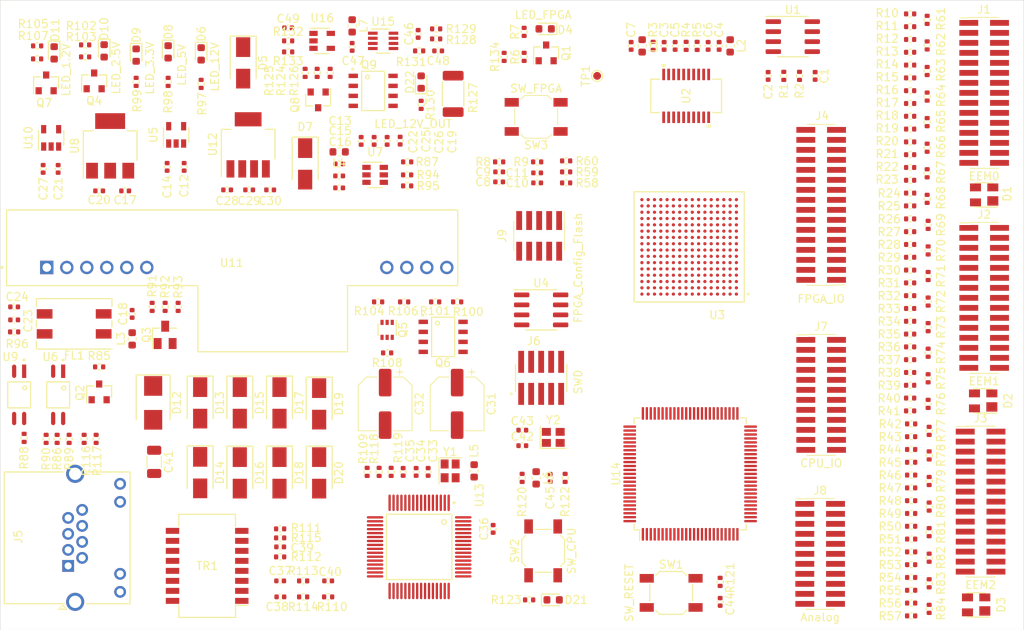
<source format=kicad_pcb>
(kicad_pcb (version 20171130) (host pcbnew 5.1.10-88a1d61d58~88~ubuntu20.04.1)

  (general
    (thickness 1.6)
    (drawings 4)
    (tracks 0)
    (zones 0)
    (modules 254)
    (nets 306)
  )

  (page A4)
  (layers
    (0 F.Cu signal)
    (31 B.Cu signal)
    (32 B.Adhes user)
    (33 F.Adhes user)
    (34 B.Paste user)
    (35 F.Paste user)
    (36 B.SilkS user)
    (37 F.SilkS user)
    (38 B.Mask user)
    (39 F.Mask user)
    (40 Dwgs.User user)
    (41 Cmts.User user)
    (42 Eco1.User user)
    (43 Eco2.User user)
    (44 Edge.Cuts user)
    (45 Margin user)
    (46 B.CrtYd user)
    (47 F.CrtYd user)
    (48 B.Fab user)
    (49 F.Fab user)
  )

  (setup
    (last_trace_width 0.25)
    (trace_clearance 0.2)
    (zone_clearance 0.508)
    (zone_45_only no)
    (trace_min 0.2)
    (via_size 0.8)
    (via_drill 0.4)
    (via_min_size 0.4)
    (via_min_drill 0.3)
    (uvia_size 0.3)
    (uvia_drill 0.1)
    (uvias_allowed no)
    (uvia_min_size 0.2)
    (uvia_min_drill 0.1)
    (edge_width 0.05)
    (segment_width 0.2)
    (pcb_text_width 0.3)
    (pcb_text_size 1.5 1.5)
    (mod_edge_width 0.1524)
    (mod_text_size 1.016 1.016)
    (mod_text_width 0.1524)
    (pad_size 1.524 1.524)
    (pad_drill 0.762)
    (pad_to_mask_clearance 0)
    (aux_axis_origin 0 0)
    (grid_origin 79 53)
    (visible_elements FFFFFF7F)
    (pcbplotparams
      (layerselection 0x010fc_ffffffff)
      (usegerberextensions false)
      (usegerberattributes true)
      (usegerberadvancedattributes true)
      (creategerberjobfile true)
      (excludeedgelayer true)
      (linewidth 0.100000)
      (plotframeref false)
      (viasonmask false)
      (mode 1)
      (useauxorigin false)
      (hpglpennumber 1)
      (hpglpenspeed 20)
      (hpglpendiameter 15.000000)
      (psnegative false)
      (psa4output false)
      (plotreference true)
      (plotvalue true)
      (plotinvisibletext false)
      (padsonsilk false)
      (subtractmaskfromsilk false)
      (outputformat 1)
      (mirror false)
      (drillshape 1)
      (scaleselection 1)
      (outputdirectory ""))
  )

  (net 0 "")
  (net 1 "Net-(C1-Pad1)")
  (net 2 GND)
  (net 3 "Net-(C2-Pad1)")
  (net 4 /HighSpeedADC/+5VA)
  (net 5 /FPGA/GNDPLL0)
  (net 6 /FPGA/VCCPLL0)
  (net 7 /FPGA/GNDPLL1)
  (net 8 /FPGA/VCCPLL1)
  (net 9 +12V_OUT)
  (net 10 /CurrentSenser/12V_CURRENT)
  (net 11 /Power/+6V5)
  (net 12 +12V)
  (net 13 +3V3)
  (net 14 "Net-(C24-Pad1)")
  (net 15 +2V5)
  (net 16 +1V2)
  (net 17 +5V)
  (net 18 "Net-(C38-Pad1)")
  (net 19 "Net-(C40-Pad1)")
  (net 20 "Net-(C41-Pad1)")
  (net 21 /Ethernet/+3V3A)
  (net 22 "Net-(C44-Pad2)")
  (net 23 "Net-(C46-Pad1)")
  (net 24 /MCU/+3V3A)
  (net 25 +3V3MP)
  (net 26 "Net-(D4-Pad2)")
  (net 27 "Net-(D4-Pad1)")
  (net 28 "Net-(D9-Pad2)")
  (net 29 "Net-(D10-Pad2)")
  (net 30 "Net-(D11-Pad2)")
  (net 31 "Net-(D13-Pad2)")
  (net 32 /Ethernet/POE_VC-)
  (net 33 /Ethernet/POE_VC+)
  (net 34 "Net-(D15-Pad2)")
  (net 35 "Net-(D17-Pad2)")
  (net 36 "Net-(D19-Pad2)")
  (net 37 "Net-(D21-Pad2)")
  (net 38 /FPGA_IO1)
  (net 39 /FPGA_IO3)
  (net 40 /FPGA_IO5)
  (net 41 /FPGA_IO7)
  (net 42 /FPGA_IO9)
  (net 43 /FPGA_IO11)
  (net 44 /FPGA_IO13)
  (net 45 /FPGA_IO15)
  (net 46 /FPGA_IO14)
  (net 47 /FPGA_IO12)
  (net 48 /FPGA_IO10)
  (net 49 /FPGA_IO8)
  (net 50 /FPGA_IO6)
  (net 51 /FPGA_IO4)
  (net 52 /FPGA_IO2)
  (net 53 /FPGA_IO0)
  (net 54 /MCU/CPU_SWCLK)
  (net 55 /MCU/CPU_SWDIO)
  (net 56 /MCU/CPU_UART4_TX)
  (net 57 /MCU/CPU_UART4_RX)
  (net 58 /MCU/CPU_PWM_CH1)
  (net 59 /MCU/CPU_PWM_CH2)
  (net 60 /MCU/CPU_PWM_CH3)
  (net 61 /MCU/CPU_PWM_CH4)
  (net 62 /MCU/CPU_IIC2_SDA)
  (net 63 /MCU/CPU_IIC2_SCL)
  (net 64 /MCU/CPU_UART1_RX)
  (net 65 /MCU/CPU_UART1_TX)
  (net 66 /MCU/CPU_SPI2_MOSI)
  (net 67 /MCU/CPU_SPI2_MISO)
  (net 68 /MCU/CPU_SPI2_SCK)
  (net 69 /MCU/CPU_SPI2_CS)
  (net 70 /MCU/CPU_DAC1)
  (net 71 /MCU/CPU_DAC0)
  (net 72 /MCU/CPU_ADC7)
  (net 73 /MCU/CPU_ADC6)
  (net 74 /MCU/CPU_ADC5)
  (net 75 /MCU/CPU_ADC4)
  (net 76 /MCU/CPU_ADC3)
  (net 77 /MCU/CPU_ADC2)
  (net 78 /MCU/CPU_ADC1)
  (net 79 /MCU/CPU_ADC0)
  (net 80 /CurrentSenser/12V_SW)
  (net 81 "Net-(Q1-Pad1)")
  (net 82 "Net-(Q2-Pad3)")
  (net 83 /MCU/CPU_RESET)
  (net 84 "Net-(Q7-Pad1)")
  (net 85 "Net-(R1-Pad1)")
  (net 86 "Net-(R2-Pad1)")
  (net 87 "Net-(R4-Pad1)")
  (net 88 "Net-(R5-Pad2)")
  (net 89 "Net-(R6-Pad1)")
  (net 90 "Net-(R11-Pad2)")
  (net 91 "Net-(R12-Pad2)")
  (net 92 "Net-(R13-Pad2)")
  (net 93 "Net-(R14-Pad2)")
  (net 94 "Net-(R15-Pad2)")
  (net 95 "Net-(R16-Pad2)")
  (net 96 "Net-(R17-Pad2)")
  (net 97 "Net-(R18-Pad2)")
  (net 98 "Net-(R19-Pad2)")
  (net 99 "Net-(R20-Pad2)")
  (net 100 "Net-(R21-Pad2)")
  (net 101 "Net-(R22-Pad2)")
  (net 102 "Net-(R23-Pad2)")
  (net 103 "Net-(R24-Pad2)")
  (net 104 "Net-(R25-Pad2)")
  (net 105 "Net-(R26-Pad2)")
  (net 106 "Net-(R27-Pad2)")
  (net 107 "Net-(R28-Pad2)")
  (net 108 "Net-(R29-Pad2)")
  (net 109 "Net-(R30-Pad2)")
  (net 110 "Net-(R31-Pad2)")
  (net 111 "Net-(R32-Pad2)")
  (net 112 "Net-(R33-Pad2)")
  (net 113 "Net-(R34-Pad2)")
  (net 114 "Net-(R35-Pad2)")
  (net 115 "Net-(R36-Pad2)")
  (net 116 "Net-(R37-Pad2)")
  (net 117 "Net-(R38-Pad2)")
  (net 118 "Net-(R39-Pad2)")
  (net 119 "Net-(R40-Pad2)")
  (net 120 "Net-(R41-Pad2)")
  (net 121 "Net-(R42-Pad2)")
  (net 122 "Net-(R43-Pad2)")
  (net 123 "Net-(R44-Pad2)")
  (net 124 "Net-(R45-Pad2)")
  (net 125 "Net-(R46-Pad2)")
  (net 126 "Net-(R47-Pad2)")
  (net 127 "Net-(R48-Pad2)")
  (net 128 "Net-(R49-Pad2)")
  (net 129 "Net-(R50-Pad2)")
  (net 130 "Net-(R51-Pad2)")
  (net 131 "Net-(R52-Pad2)")
  (net 132 "Net-(R53-Pad2)")
  (net 133 "Net-(R54-Pad2)")
  (net 134 "Net-(R55-Pad2)")
  (net 135 "Net-(R56-Pad2)")
  (net 136 "Net-(R57-Pad2)")
  (net 137 /MCU/CPU_POE_AT_EVENT)
  (net 138 "Net-(R109-Pad1)")
  (net 139 /MCU/CPU_POE_SRC_STATUS)
  (net 140 /Ethernet/RJ45_LED_G)
  (net 141 /Ethernet/RJ45_LED_Y)
  (net 142 "Net-(SW2-Pad2)")
  (net 143 "Net-(TP1-Pad1)")
  (net 144 "Net-(C3-Pad1)")
  (net 145 /CurrentSenser/+3V3A)
  (net 146 /EEM0_IIC_SCL)
  (net 147 /EEM0_IIC_SDA)
  (net 148 /EEM1_IIC_SCL)
  (net 149 /EEM1_IIC_SDA)
  (net 150 /EEM2_IIC_SCL)
  (net 151 /EEM2_IIC_SDA)
  (net 152 /EEM0_7_N)
  (net 153 /EEM0_6_P)
  (net 154 /EEM0_5_N)
  (net 155 /EEM0_4_P)
  (net 156 /EEM0_3_N)
  (net 157 /EEM0_2_P)
  (net 158 /EEM0_1_N)
  (net 159 /EEM0_0_P)
  (net 160 /EEM0_7_P)
  (net 161 /EEM0_6_N)
  (net 162 /EEM0_5_P)
  (net 163 /EEM0_4_N)
  (net 164 /EEM0_3_P)
  (net 165 /EEM0_2_N)
  (net 166 /EEM0_1_P)
  (net 167 /EEM0_0_N)
  (net 168 /EEM1_7_N)
  (net 169 /EEM1_6_P)
  (net 170 /EEM1_5_N)
  (net 171 /EEM1_4_P)
  (net 172 /EEM1_3_N)
  (net 173 /EEM1_2_P)
  (net 174 /EEM1_1_N)
  (net 175 /EEM1_0_P)
  (net 176 /EEM1_7_P)
  (net 177 /EEM1_6_N)
  (net 178 /EEM1_5_P)
  (net 179 /EEM1_4_N)
  (net 180 /EEM1_3_P)
  (net 181 /EEM1_2_N)
  (net 182 /EEM1_1_P)
  (net 183 /EEM1_0_N)
  (net 184 /EEM2_7_N)
  (net 185 /EEM2_6_P)
  (net 186 /EEM2_5_N)
  (net 187 /EEM2_4_P)
  (net 188 /EEM2_3_N)
  (net 189 /EEM2_2_P)
  (net 190 /EEM2_1_N)
  (net 191 /EEM2_0_P)
  (net 192 /EEM2_7_P)
  (net 193 /EEM2_6_N)
  (net 194 /EEM2_5_P)
  (net 195 /EEM2_4_N)
  (net 196 /EEM2_3_P)
  (net 197 /EEM2_2_N)
  (net 198 /EEM2_1_P)
  (net 199 /EEM2_0_N)
  (net 200 /CDONE)
  (net 201 /CRESET)
  (net 202 /SPI_CS)
  (net 203 /ENC_INT)
  (net 204 /ADC_D0)
  (net 205 /ADC_D1)
  (net 206 /ADC_D2)
  (net 207 /ADC_D3)
  (net 208 /ADC_D4)
  (net 209 /ADC_D5)
  (net 210 /ADC_D6)
  (net 211 /ADC_D7)
  (net 212 /ADC_CLK)
  (net 213 /FSMC_CLK)
  (net 214 /FSMC_D15)
  (net 215 /FSMC_D9)
  (net 216 /FSMC_D10)
  (net 217 /FSMC_D0)
  (net 218 /FSMC_A7)
  (net 219 /FSMC_NL)
  (net 220 /FSMC_NBL0)
  (net 221 /FSMC_D6)
  (net 222 /FSMC_D7)
  (net 223 /FSMC_D5)
  (net 224 /FSMC_D1)
  (net 225 /FSMC_A3)
  (net 226 /FSMC_A1)
  (net 227 /FSMC_NWAIT)
  (net 228 /FSMC_NOE)
  (net 229 /FSMC_D12)
  (net 230 /FSMC_D8)
  (net 231 /FSMC_D3)
  (net 232 /FSMC_A4)
  (net 233 /FSMC_A6)
  (net 234 /FSMC_A0)
  (net 235 /FSMC_NBL1)
  (net 236 /FSMC_D14)
  (net 237 /FSMC_D11)
  (net 238 /FSMC_D4)
  (net 239 /FSMC_A2)
  (net 240 /FSMC_D13)
  (net 241 /FSMC_D2)
  (net 242 /FSMC_A5)
  (net 243 /FSMC_NE1)
  (net 244 /FSMC_NWE)
  (net 245 /CSBSEL0)
  (net 246 /IIC_SCL)
  (net 247 /IIC_SDA)
  (net 248 /SPI_MOSI)
  (net 249 /SPI_MISO)
  (net 250 /CSBSEL1)
  (net 251 /SPI_SCK)
  (net 252 /SPI_ENC_CS)
  (net 253 "Net-(C5-Pad2)")
  (net 254 "Net-(C7-Pad2)")
  (net 255 "Net-(C18-Pad2)")
  (net 256 "Net-(C18-Pad1)")
  (net 257 "Net-(C19-Pad2)")
  (net 258 "Net-(C19-Pad1)")
  (net 259 "Net-(C23-Pad2)")
  (net 260 "Net-(C31-Pad1)")
  (net 261 "Net-(C33-Pad1)")
  (net 262 "Net-(C34-Pad1)")
  (net 263 "Net-(C36-Pad2)")
  (net 264 "Net-(C37-Pad2)")
  (net 265 "Net-(C37-Pad1)")
  (net 266 "Net-(C38-Pad2)")
  (net 267 "Net-(C39-Pad1)")
  (net 268 "Net-(C42-Pad1)")
  (net 269 "Net-(C43-Pad1)")
  (net 270 "Net-(D6-Pad2)")
  (net 271 "Net-(D8-Pad2)")
  (net 272 "Net-(D10-Pad1)")
  (net 273 "Net-(D11-Pad1)")
  (net 274 "Net-(D21-Pad1)")
  (net 275 "Net-(D22-Pad1)")
  (net 276 "Net-(Q3-Pad1)")
  (net 277 "Net-(Q4-Pad1)")
  (net 278 "Net-(Q5-Pad6)")
  (net 279 "Net-(Q5-Pad2)")
  (net 280 "Net-(Q5-Pad3)")
  (net 281 "Net-(Q8-Pad3)")
  (net 282 "Net-(Q8-Pad1)")
  (net 283 "Net-(R10-Pad2)")
  (net 284 "Net-(R85-Pad2)")
  (net 285 "Net-(R86-Pad1)")
  (net 286 "Net-(R87-Pad1)")
  (net 287 "Net-(R94-Pad1)")
  (net 288 "Net-(R96-Pad2)")
  (net 289 "Net-(R111-Pad1)")
  (net 290 "Net-(R112-Pad2)")
  (net 291 "Net-(R122-Pad1)")
  (net 292 "Net-(R131-Pad2)")
  (net 293 "Net-(R132-Pad2)")
  (net 294 "Net-(U11-Pad3)")
  (net 295 "Net-(U15-Pad3)")
  (net 296 "Net-(C46-Pad2)")
  (net 297 "Net-(D22-Pad2)")
  (net 298 "Net-(J5-Pad12)")
  (net 299 "Net-(J5-Pad10)")
  (net 300 "Net-(J5-Pad6)")
  (net 301 "Net-(J5-Pad2)")
  (net 302 "Net-(J5-Pad3)")
  (net 303 "Net-(J5-Pad1)")
  (net 304 HSADC_IN)
  (net 305 "Net-(R134-Pad1)")

  (net_class Default "This is the default net class."
    (clearance 0.2)
    (trace_width 0.25)
    (via_dia 0.8)
    (via_drill 0.4)
    (uvia_dia 0.3)
    (uvia_drill 0.1)
    (add_net +12V)
    (add_net +12V_OUT)
    (add_net +1V2)
    (add_net +2V5)
    (add_net +3V3)
    (add_net +3V3MP)
    (add_net +5V)
    (add_net /ADC_CLK)
    (add_net /ADC_D0)
    (add_net /ADC_D1)
    (add_net /ADC_D2)
    (add_net /ADC_D3)
    (add_net /ADC_D4)
    (add_net /ADC_D5)
    (add_net /ADC_D6)
    (add_net /ADC_D7)
    (add_net /CDONE)
    (add_net /CRESET)
    (add_net /CSBSEL0)
    (add_net /CSBSEL1)
    (add_net /CurrentSenser/+3V3A)
    (add_net /CurrentSenser/12V_CURRENT)
    (add_net /CurrentSenser/12V_SW)
    (add_net /EEM0_0_N)
    (add_net /EEM0_0_P)
    (add_net /EEM0_1_N)
    (add_net /EEM0_1_P)
    (add_net /EEM0_2_N)
    (add_net /EEM0_2_P)
    (add_net /EEM0_3_N)
    (add_net /EEM0_3_P)
    (add_net /EEM0_4_N)
    (add_net /EEM0_4_P)
    (add_net /EEM0_5_N)
    (add_net /EEM0_5_P)
    (add_net /EEM0_6_N)
    (add_net /EEM0_6_P)
    (add_net /EEM0_7_N)
    (add_net /EEM0_7_P)
    (add_net /EEM0_IIC_SCL)
    (add_net /EEM0_IIC_SDA)
    (add_net /EEM1_0_N)
    (add_net /EEM1_0_P)
    (add_net /EEM1_1_N)
    (add_net /EEM1_1_P)
    (add_net /EEM1_2_N)
    (add_net /EEM1_2_P)
    (add_net /EEM1_3_N)
    (add_net /EEM1_3_P)
    (add_net /EEM1_4_N)
    (add_net /EEM1_4_P)
    (add_net /EEM1_5_N)
    (add_net /EEM1_5_P)
    (add_net /EEM1_6_N)
    (add_net /EEM1_6_P)
    (add_net /EEM1_7_N)
    (add_net /EEM1_7_P)
    (add_net /EEM1_IIC_SCL)
    (add_net /EEM1_IIC_SDA)
    (add_net /EEM2_0_N)
    (add_net /EEM2_0_P)
    (add_net /EEM2_1_N)
    (add_net /EEM2_1_P)
    (add_net /EEM2_2_N)
    (add_net /EEM2_2_P)
    (add_net /EEM2_3_N)
    (add_net /EEM2_3_P)
    (add_net /EEM2_4_N)
    (add_net /EEM2_4_P)
    (add_net /EEM2_5_N)
    (add_net /EEM2_5_P)
    (add_net /EEM2_6_N)
    (add_net /EEM2_6_P)
    (add_net /EEM2_7_N)
    (add_net /EEM2_7_P)
    (add_net /EEM2_IIC_SCL)
    (add_net /EEM2_IIC_SDA)
    (add_net /ENC_INT)
    (add_net /Ethernet/+3V3A)
    (add_net /Ethernet/POE_VC+)
    (add_net /Ethernet/POE_VC-)
    (add_net /Ethernet/RJ45_LED_G)
    (add_net /Ethernet/RJ45_LED_Y)
    (add_net /FPGA/GNDPLL0)
    (add_net /FPGA/GNDPLL1)
    (add_net /FPGA/VCCPLL0)
    (add_net /FPGA/VCCPLL1)
    (add_net /FPGA_IO0)
    (add_net /FPGA_IO1)
    (add_net /FPGA_IO10)
    (add_net /FPGA_IO11)
    (add_net /FPGA_IO12)
    (add_net /FPGA_IO13)
    (add_net /FPGA_IO14)
    (add_net /FPGA_IO15)
    (add_net /FPGA_IO2)
    (add_net /FPGA_IO3)
    (add_net /FPGA_IO4)
    (add_net /FPGA_IO5)
    (add_net /FPGA_IO6)
    (add_net /FPGA_IO7)
    (add_net /FPGA_IO8)
    (add_net /FPGA_IO9)
    (add_net /FSMC_A0)
    (add_net /FSMC_A1)
    (add_net /FSMC_A2)
    (add_net /FSMC_A3)
    (add_net /FSMC_A4)
    (add_net /FSMC_A5)
    (add_net /FSMC_A6)
    (add_net /FSMC_A7)
    (add_net /FSMC_CLK)
    (add_net /FSMC_D0)
    (add_net /FSMC_D1)
    (add_net /FSMC_D10)
    (add_net /FSMC_D11)
    (add_net /FSMC_D12)
    (add_net /FSMC_D13)
    (add_net /FSMC_D14)
    (add_net /FSMC_D15)
    (add_net /FSMC_D2)
    (add_net /FSMC_D3)
    (add_net /FSMC_D4)
    (add_net /FSMC_D5)
    (add_net /FSMC_D6)
    (add_net /FSMC_D7)
    (add_net /FSMC_D8)
    (add_net /FSMC_D9)
    (add_net /FSMC_NBL0)
    (add_net /FSMC_NBL1)
    (add_net /FSMC_NE1)
    (add_net /FSMC_NL)
    (add_net /FSMC_NOE)
    (add_net /FSMC_NWAIT)
    (add_net /FSMC_NWE)
    (add_net /HighSpeedADC/+5VA)
    (add_net /IIC_SCL)
    (add_net /IIC_SDA)
    (add_net /MCU/+3V3A)
    (add_net /MCU/CPU_ADC0)
    (add_net /MCU/CPU_ADC1)
    (add_net /MCU/CPU_ADC2)
    (add_net /MCU/CPU_ADC3)
    (add_net /MCU/CPU_ADC4)
    (add_net /MCU/CPU_ADC5)
    (add_net /MCU/CPU_ADC6)
    (add_net /MCU/CPU_ADC7)
    (add_net /MCU/CPU_DAC0)
    (add_net /MCU/CPU_DAC1)
    (add_net /MCU/CPU_IIC2_SCL)
    (add_net /MCU/CPU_IIC2_SDA)
    (add_net /MCU/CPU_POE_AT_EVENT)
    (add_net /MCU/CPU_POE_SRC_STATUS)
    (add_net /MCU/CPU_PWM_CH1)
    (add_net /MCU/CPU_PWM_CH2)
    (add_net /MCU/CPU_PWM_CH3)
    (add_net /MCU/CPU_PWM_CH4)
    (add_net /MCU/CPU_RESET)
    (add_net /MCU/CPU_SPI2_CS)
    (add_net /MCU/CPU_SPI2_MISO)
    (add_net /MCU/CPU_SPI2_MOSI)
    (add_net /MCU/CPU_SPI2_SCK)
    (add_net /MCU/CPU_SWCLK)
    (add_net /MCU/CPU_SWDIO)
    (add_net /MCU/CPU_UART1_RX)
    (add_net /MCU/CPU_UART1_TX)
    (add_net /MCU/CPU_UART4_RX)
    (add_net /MCU/CPU_UART4_TX)
    (add_net /Power/+6V5)
    (add_net /SPI_CS)
    (add_net /SPI_ENC_CS)
    (add_net /SPI_MISO)
    (add_net /SPI_MOSI)
    (add_net /SPI_SCK)
    (add_net GND)
    (add_net HSADC_IN)
    (add_net "Net-(C1-Pad1)")
    (add_net "Net-(C18-Pad1)")
    (add_net "Net-(C18-Pad2)")
    (add_net "Net-(C19-Pad1)")
    (add_net "Net-(C19-Pad2)")
    (add_net "Net-(C2-Pad1)")
    (add_net "Net-(C23-Pad2)")
    (add_net "Net-(C24-Pad1)")
    (add_net "Net-(C3-Pad1)")
    (add_net "Net-(C31-Pad1)")
    (add_net "Net-(C33-Pad1)")
    (add_net "Net-(C34-Pad1)")
    (add_net "Net-(C36-Pad2)")
    (add_net "Net-(C37-Pad1)")
    (add_net "Net-(C37-Pad2)")
    (add_net "Net-(C38-Pad1)")
    (add_net "Net-(C38-Pad2)")
    (add_net "Net-(C39-Pad1)")
    (add_net "Net-(C40-Pad1)")
    (add_net "Net-(C41-Pad1)")
    (add_net "Net-(C42-Pad1)")
    (add_net "Net-(C43-Pad1)")
    (add_net "Net-(C44-Pad2)")
    (add_net "Net-(C46-Pad1)")
    (add_net "Net-(C46-Pad2)")
    (add_net "Net-(C5-Pad2)")
    (add_net "Net-(C7-Pad2)")
    (add_net "Net-(D10-Pad1)")
    (add_net "Net-(D10-Pad2)")
    (add_net "Net-(D11-Pad1)")
    (add_net "Net-(D11-Pad2)")
    (add_net "Net-(D13-Pad2)")
    (add_net "Net-(D15-Pad2)")
    (add_net "Net-(D17-Pad2)")
    (add_net "Net-(D19-Pad2)")
    (add_net "Net-(D21-Pad1)")
    (add_net "Net-(D21-Pad2)")
    (add_net "Net-(D22-Pad1)")
    (add_net "Net-(D22-Pad2)")
    (add_net "Net-(D4-Pad1)")
    (add_net "Net-(D4-Pad2)")
    (add_net "Net-(D6-Pad2)")
    (add_net "Net-(D8-Pad2)")
    (add_net "Net-(D9-Pad2)")
    (add_net "Net-(J5-Pad1)")
    (add_net "Net-(J5-Pad10)")
    (add_net "Net-(J5-Pad12)")
    (add_net "Net-(J5-Pad2)")
    (add_net "Net-(J5-Pad3)")
    (add_net "Net-(J5-Pad6)")
    (add_net "Net-(J6-Pad06)")
    (add_net "Net-(J6-Pad07)")
    (add_net "Net-(J6-Pad08)")
    (add_net "Net-(J6-Pad09)")
    (add_net "Net-(J6-Pad10)")
    (add_net "Net-(Q1-Pad1)")
    (add_net "Net-(Q2-Pad3)")
    (add_net "Net-(Q3-Pad1)")
    (add_net "Net-(Q4-Pad1)")
    (add_net "Net-(Q5-Pad2)")
    (add_net "Net-(Q5-Pad3)")
    (add_net "Net-(Q5-Pad6)")
    (add_net "Net-(Q7-Pad1)")
    (add_net "Net-(Q8-Pad1)")
    (add_net "Net-(Q8-Pad3)")
    (add_net "Net-(R1-Pad1)")
    (add_net "Net-(R10-Pad2)")
    (add_net "Net-(R109-Pad1)")
    (add_net "Net-(R11-Pad2)")
    (add_net "Net-(R111-Pad1)")
    (add_net "Net-(R112-Pad2)")
    (add_net "Net-(R12-Pad2)")
    (add_net "Net-(R122-Pad1)")
    (add_net "Net-(R13-Pad2)")
    (add_net "Net-(R131-Pad2)")
    (add_net "Net-(R132-Pad2)")
    (add_net "Net-(R134-Pad1)")
    (add_net "Net-(R14-Pad2)")
    (add_net "Net-(R15-Pad2)")
    (add_net "Net-(R16-Pad2)")
    (add_net "Net-(R17-Pad2)")
    (add_net "Net-(R18-Pad2)")
    (add_net "Net-(R19-Pad2)")
    (add_net "Net-(R2-Pad1)")
    (add_net "Net-(R20-Pad2)")
    (add_net "Net-(R21-Pad2)")
    (add_net "Net-(R22-Pad2)")
    (add_net "Net-(R23-Pad2)")
    (add_net "Net-(R24-Pad2)")
    (add_net "Net-(R25-Pad2)")
    (add_net "Net-(R26-Pad2)")
    (add_net "Net-(R27-Pad2)")
    (add_net "Net-(R28-Pad2)")
    (add_net "Net-(R29-Pad2)")
    (add_net "Net-(R30-Pad2)")
    (add_net "Net-(R31-Pad2)")
    (add_net "Net-(R32-Pad2)")
    (add_net "Net-(R33-Pad2)")
    (add_net "Net-(R34-Pad2)")
    (add_net "Net-(R35-Pad2)")
    (add_net "Net-(R36-Pad2)")
    (add_net "Net-(R37-Pad2)")
    (add_net "Net-(R38-Pad2)")
    (add_net "Net-(R39-Pad2)")
    (add_net "Net-(R4-Pad1)")
    (add_net "Net-(R40-Pad2)")
    (add_net "Net-(R41-Pad2)")
    (add_net "Net-(R42-Pad2)")
    (add_net "Net-(R43-Pad2)")
    (add_net "Net-(R44-Pad2)")
    (add_net "Net-(R45-Pad2)")
    (add_net "Net-(R46-Pad2)")
    (add_net "Net-(R47-Pad2)")
    (add_net "Net-(R48-Pad2)")
    (add_net "Net-(R49-Pad2)")
    (add_net "Net-(R5-Pad2)")
    (add_net "Net-(R50-Pad2)")
    (add_net "Net-(R51-Pad2)")
    (add_net "Net-(R52-Pad2)")
    (add_net "Net-(R53-Pad2)")
    (add_net "Net-(R54-Pad2)")
    (add_net "Net-(R55-Pad2)")
    (add_net "Net-(R56-Pad2)")
    (add_net "Net-(R57-Pad2)")
    (add_net "Net-(R6-Pad1)")
    (add_net "Net-(R85-Pad2)")
    (add_net "Net-(R86-Pad1)")
    (add_net "Net-(R87-Pad1)")
    (add_net "Net-(R94-Pad1)")
    (add_net "Net-(R96-Pad2)")
    (add_net "Net-(SW2-Pad2)")
    (add_net "Net-(TP1-Pad1)")
    (add_net "Net-(U1-Pad1)")
    (add_net "Net-(U1-Pad5)")
    (add_net "Net-(U10-Pad4)")
    (add_net "Net-(U11-Pad3)")
    (add_net "Net-(U11-Pad4)")
    (add_net "Net-(U11-Pad5)")
    (add_net "Net-(U11-Pad6)")
    (add_net "Net-(U11-Pad9)")
    (add_net "Net-(U12-Pad2)")
    (add_net "Net-(U13-Pad10)")
    (add_net "Net-(U13-Pad11)")
    (add_net "Net-(U13-Pad12)")
    (add_net "Net-(U13-Pad13)")
    (add_net "Net-(U13-Pad19)")
    (add_net "Net-(U13-Pad20)")
    (add_net "Net-(U13-Pad33)")
    (add_net "Net-(U13-Pad35)")
    (add_net "Net-(U13-Pad36)")
    (add_net "Net-(U13-Pad37)")
    (add_net "Net-(U13-Pad38)")
    (add_net "Net-(U13-Pad39)")
    (add_net "Net-(U13-Pad40)")
    (add_net "Net-(U13-Pad41)")
    (add_net "Net-(U13-Pad42)")
    (add_net "Net-(U13-Pad43)")
    (add_net "Net-(U13-Pad44)")
    (add_net "Net-(U13-Pad45)")
    (add_net "Net-(U13-Pad48)")
    (add_net "Net-(U13-Pad5)")
    (add_net "Net-(U13-Pad53)")
    (add_net "Net-(U13-Pad54)")
    (add_net "Net-(U13-Pad55)")
    (add_net "Net-(U13-Pad56)")
    (add_net "Net-(U13-Pad57)")
    (add_net "Net-(U13-Pad58)")
    (add_net "Net-(U13-Pad59)")
    (add_net "Net-(U13-Pad6)")
    (add_net "Net-(U13-Pad60)")
    (add_net "Net-(U13-Pad61)")
    (add_net "Net-(U13-Pad7)")
    (add_net "Net-(U13-Pad8)")
    (add_net "Net-(U13-Pad9)")
    (add_net "Net-(U14-Pad17)")
    (add_net "Net-(U14-Pad18)")
    (add_net "Net-(U14-Pad73)")
    (add_net "Net-(U14-Pad83)")
    (add_net "Net-(U14-Pad92)")
    (add_net "Net-(U15-Pad3)")
    (add_net "Net-(U15-Pad6)")
    (add_net "Net-(U3-PadA1)")
    (add_net "Net-(U3-PadA2)")
    (add_net "Net-(U3-PadA5)")
    (add_net "Net-(U3-PadA6)")
    (add_net "Net-(U3-PadB16)")
    (add_net "Net-(U3-PadB3)")
    (add_net "Net-(U3-PadB4)")
    (add_net "Net-(U3-PadB5)")
    (add_net "Net-(U3-PadB6)")
    (add_net "Net-(U3-PadB7)")
    (add_net "Net-(U3-PadC16)")
    (add_net "Net-(U3-PadC3)")
    (add_net "Net-(U3-PadC4)")
    (add_net "Net-(U3-PadC5)")
    (add_net "Net-(U3-PadC6)")
    (add_net "Net-(U3-PadD14)")
    (add_net "Net-(U3-PadD15)")
    (add_net "Net-(U3-PadD16)")
    (add_net "Net-(U3-PadD3)")
    (add_net "Net-(U3-PadD4)")
    (add_net "Net-(U3-PadD5)")
    (add_net "Net-(U3-PadD6)")
    (add_net "Net-(U3-PadD7)")
    (add_net "Net-(U3-PadE13)")
    (add_net "Net-(U3-PadE14)")
    (add_net "Net-(U3-PadE5)")
    (add_net "Net-(U3-PadE6)")
    (add_net "Net-(U3-PadF11)")
    (add_net "Net-(U3-PadF12)")
    (add_net "Net-(U3-PadF13)")
    (add_net "Net-(U3-PadF14)")
    (add_net "Net-(U3-PadF3)")
    (add_net "Net-(U3-PadG12)")
    (add_net "Net-(U3-PadG13)")
    (add_net "Net-(U3-PadG3)")
    (add_net "Net-(U3-PadJ15)")
    (add_net "Net-(U3-PadK15)")
    (add_net "Net-(U3-PadK9)")
    (add_net "Net-(U3-PadL10)")
    (add_net "Net-(U3-PadL11)")
    (add_net "Net-(U3-PadL13)")
    (add_net "Net-(U3-PadL9)")
    (add_net "Net-(U3-PadM11)")
    (add_net "Net-(U3-PadM12)")
    (add_net "Net-(U3-PadM7)")
    (add_net "Net-(U3-PadM8)")
    (add_net "Net-(U3-PadM9)")
    (add_net "Net-(U3-PadN10)")
    (add_net "Net-(U3-PadN12)")
    (add_net "Net-(U3-PadN16)")
    (add_net "Net-(U3-PadN4)")
    (add_net "Net-(U3-PadN5)")
    (add_net "Net-(U3-PadN6)")
    (add_net "Net-(U3-PadN7)")
    (add_net "Net-(U3-PadN9)")
    (add_net "Net-(U3-PadP10)")
    (add_net "Net-(U3-PadP4)")
    (add_net "Net-(U3-PadP5)")
    (add_net "Net-(U3-PadP6)")
    (add_net "Net-(U3-PadP7)")
    (add_net "Net-(U3-PadP8)")
    (add_net "Net-(U3-PadP9)")
    (add_net "Net-(U3-PadR1)")
    (add_net "Net-(U3-PadR10)")
    (add_net "Net-(U3-PadR16)")
    (add_net "Net-(U3-PadR2)")
    (add_net "Net-(U3-PadR3)")
    (add_net "Net-(U3-PadR4)")
    (add_net "Net-(U3-PadR5)")
    (add_net "Net-(U3-PadR6)")
    (add_net "Net-(U3-PadR9)")
    (add_net "Net-(U3-PadT1)")
    (add_net "Net-(U3-PadT10)")
    (add_net "Net-(U3-PadT11)")
    (add_net "Net-(U3-PadT13)")
    (add_net "Net-(U3-PadT14)")
    (add_net "Net-(U3-PadT15)")
    (add_net "Net-(U3-PadT16)")
    (add_net "Net-(U3-PadT2)")
    (add_net "Net-(U3-PadT3)")
    (add_net "Net-(U3-PadT5)")
    (add_net "Net-(U3-PadT6)")
    (add_net "Net-(U3-PadT7)")
    (add_net "Net-(U3-PadT8)")
    (add_net "Net-(U3-PadT9)")
    (add_net "Net-(U5-Pad4)")
  )

  (module Connector_PinHeader_1.27mm:PinHeader_2x05_P1.27mm_Vertical_SMD (layer F.Cu) (tedit 59FED6E3) (tstamp 60DCB0E8)
    (at 147.447 82.931 270)
    (descr "surface-mounted straight pin header, 2x05, 1.27mm pitch, double rows")
    (tags "Surface mounted pin header SMD 2x05 1.27mm double row")
    (path /60CB9D41/61EC2C7C)
    (attr smd)
    (fp_text reference J9 (at 0 4.699 90) (layer F.SilkS)
      (effects (font (size 1 1) (thickness 0.15)))
    )
    (fp_text value FPGA_Config_Flash (at 4.064 -4.953 90) (layer F.SilkS)
      (effects (font (size 1 1) (thickness 0.15)))
    )
    (fp_text user %R (at 0 0) (layer F.Fab) hide
      (effects (font (size 1 1) (thickness 0.15)))
    )
    (fp_line (start 1.705 3.175) (end -1.705 3.175) (layer F.Fab) (width 0.1))
    (fp_line (start -1.27 -3.175) (end 1.705 -3.175) (layer F.Fab) (width 0.1))
    (fp_line (start -1.705 3.175) (end -1.705 -2.74) (layer F.Fab) (width 0.1))
    (fp_line (start -1.705 -2.74) (end -1.27 -3.175) (layer F.Fab) (width 0.1))
    (fp_line (start 1.705 -3.175) (end 1.705 3.175) (layer F.Fab) (width 0.1))
    (fp_line (start -1.705 -2.74) (end -2.75 -2.74) (layer F.Fab) (width 0.1))
    (fp_line (start -2.75 -2.74) (end -2.75 -2.34) (layer F.Fab) (width 0.1))
    (fp_line (start -2.75 -2.34) (end -1.705 -2.34) (layer F.Fab) (width 0.1))
    (fp_line (start 1.705 -2.74) (end 2.75 -2.74) (layer F.Fab) (width 0.1))
    (fp_line (start 2.75 -2.74) (end 2.75 -2.34) (layer F.Fab) (width 0.1))
    (fp_line (start 2.75 -2.34) (end 1.705 -2.34) (layer F.Fab) (width 0.1))
    (fp_line (start -1.705 -1.47) (end -2.75 -1.47) (layer F.Fab) (width 0.1))
    (fp_line (start -2.75 -1.47) (end -2.75 -1.07) (layer F.Fab) (width 0.1))
    (fp_line (start -2.75 -1.07) (end -1.705 -1.07) (layer F.Fab) (width 0.1))
    (fp_line (start 1.705 -1.47) (end 2.75 -1.47) (layer F.Fab) (width 0.1))
    (fp_line (start 2.75 -1.47) (end 2.75 -1.07) (layer F.Fab) (width 0.1))
    (fp_line (start 2.75 -1.07) (end 1.705 -1.07) (layer F.Fab) (width 0.1))
    (fp_line (start -1.705 -0.2) (end -2.75 -0.2) (layer F.Fab) (width 0.1))
    (fp_line (start -2.75 -0.2) (end -2.75 0.2) (layer F.Fab) (width 0.1))
    (fp_line (start -2.75 0.2) (end -1.705 0.2) (layer F.Fab) (width 0.1))
    (fp_line (start 1.705 -0.2) (end 2.75 -0.2) (layer F.Fab) (width 0.1))
    (fp_line (start 2.75 -0.2) (end 2.75 0.2) (layer F.Fab) (width 0.1))
    (fp_line (start 2.75 0.2) (end 1.705 0.2) (layer F.Fab) (width 0.1))
    (fp_line (start -1.705 1.07) (end -2.75 1.07) (layer F.Fab) (width 0.1))
    (fp_line (start -2.75 1.07) (end -2.75 1.47) (layer F.Fab) (width 0.1))
    (fp_line (start -2.75 1.47) (end -1.705 1.47) (layer F.Fab) (width 0.1))
    (fp_line (start 1.705 1.07) (end 2.75 1.07) (layer F.Fab) (width 0.1))
    (fp_line (start 2.75 1.07) (end 2.75 1.47) (layer F.Fab) (width 0.1))
    (fp_line (start 2.75 1.47) (end 1.705 1.47) (layer F.Fab) (width 0.1))
    (fp_line (start -1.705 2.34) (end -2.75 2.34) (layer F.Fab) (width 0.1))
    (fp_line (start -2.75 2.34) (end -2.75 2.74) (layer F.Fab) (width 0.1))
    (fp_line (start -2.75 2.74) (end -1.705 2.74) (layer F.Fab) (width 0.1))
    (fp_line (start 1.705 2.34) (end 2.75 2.34) (layer F.Fab) (width 0.1))
    (fp_line (start 2.75 2.34) (end 2.75 2.74) (layer F.Fab) (width 0.1))
    (fp_line (start 2.75 2.74) (end 1.705 2.74) (layer F.Fab) (width 0.1))
    (fp_line (start -1.765 -3.235) (end 1.765 -3.235) (layer F.SilkS) (width 0.12))
    (fp_line (start -1.765 3.235) (end 1.765 3.235) (layer F.SilkS) (width 0.12))
    (fp_line (start -3.09 -3.17) (end -1.765 -3.17) (layer F.SilkS) (width 0.12))
    (fp_line (start -1.765 -3.235) (end -1.765 -3.17) (layer F.SilkS) (width 0.12))
    (fp_line (start 1.765 -3.235) (end 1.765 -3.17) (layer F.SilkS) (width 0.12))
    (fp_line (start -1.765 3.17) (end -1.765 3.235) (layer F.SilkS) (width 0.12))
    (fp_line (start 1.765 3.17) (end 1.765 3.235) (layer F.SilkS) (width 0.12))
    (fp_line (start -4.3 -3.7) (end -4.3 3.7) (layer F.CrtYd) (width 0.05))
    (fp_line (start -4.3 3.7) (end 4.3 3.7) (layer F.CrtYd) (width 0.05))
    (fp_line (start 4.3 3.7) (end 4.3 -3.7) (layer F.CrtYd) (width 0.05))
    (fp_line (start 4.3 -3.7) (end -4.3 -3.7) (layer F.CrtYd) (width 0.05))
    (pad 10 smd rect (at 1.95 2.54 270) (size 2.4 0.74) (layers F.Cu F.Paste F.Mask)
      (net 200 /CDONE))
    (pad 9 smd rect (at -1.95 2.54 270) (size 2.4 0.74) (layers F.Cu F.Paste F.Mask)
      (net 201 /CRESET))
    (pad 8 smd rect (at 1.95 1.27 270) (size 2.4 0.74) (layers F.Cu F.Paste F.Mask)
      (net 250 /CSBSEL1))
    (pad 7 smd rect (at -1.95 1.27 270) (size 2.4 0.74) (layers F.Cu F.Paste F.Mask)
      (net 245 /CSBSEL0))
    (pad 6 smd rect (at 1.95 0 270) (size 2.4 0.74) (layers F.Cu F.Paste F.Mask)
      (net 13 +3V3))
    (pad 5 smd rect (at -1.95 0 270) (size 2.4 0.74) (layers F.Cu F.Paste F.Mask)
      (net 2 GND))
    (pad 4 smd rect (at 1.95 -1.27 270) (size 2.4 0.74) (layers F.Cu F.Paste F.Mask)
      (net 251 /SPI_SCK))
    (pad 3 smd rect (at -1.95 -1.27 270) (size 2.4 0.74) (layers F.Cu F.Paste F.Mask)
      (net 248 /SPI_MOSI))
    (pad 2 smd rect (at 1.95 -2.54 270) (size 2.4 0.74) (layers F.Cu F.Paste F.Mask)
      (net 249 /SPI_MISO))
    (pad 1 smd rect (at -1.95 -2.54 270) (size 2.4 0.74) (layers F.Cu F.Paste F.Mask)
      (net 202 /SPI_CS))
    (model ${KISYS3DMOD}/Connector_PinHeader_1.27mm.3dshapes/PinHeader_2x05_P1.27mm_Vertical_SMD.wrl
      (at (xyz 0 0 0))
      (scale (xyz 1 1 1))
      (rotate (xyz 0 0 0))
    )
  )

  (module Connector_PinHeader_1.27mm:PinHeader_2x11_P1.27mm_Vertical_SMD (layer F.Cu) (tedit 59FED6E3) (tstamp 60D8139A)
    (at 183.134 123.317)
    (descr "surface-mounted straight pin header, 2x11, 1.27mm pitch, double rows")
    (tags "Surface mounted pin header SMD 2x11 1.27mm double row")
    (path /60C2FDBB/616C949D)
    (attr smd)
    (fp_text reference J8 (at 0 -8.045) (layer F.SilkS)
      (effects (font (size 1 1) (thickness 0.15)))
    )
    (fp_text value Analog (at 0 8.045) (layer F.SilkS)
      (effects (font (size 1 1) (thickness 0.15)))
    )
    (fp_text user %R (at 0 0 90) (layer F.Fab) hide
      (effects (font (size 1 1) (thickness 0.15)))
    )
    (fp_line (start 1.705 6.985) (end -1.705 6.985) (layer F.Fab) (width 0.1))
    (fp_line (start -1.27 -6.985) (end 1.705 -6.985) (layer F.Fab) (width 0.1))
    (fp_line (start -1.705 6.985) (end -1.705 -6.55) (layer F.Fab) (width 0.1))
    (fp_line (start -1.705 -6.55) (end -1.27 -6.985) (layer F.Fab) (width 0.1))
    (fp_line (start 1.705 -6.985) (end 1.705 6.985) (layer F.Fab) (width 0.1))
    (fp_line (start -1.705 -6.55) (end -2.75 -6.55) (layer F.Fab) (width 0.1))
    (fp_line (start -2.75 -6.55) (end -2.75 -6.15) (layer F.Fab) (width 0.1))
    (fp_line (start -2.75 -6.15) (end -1.705 -6.15) (layer F.Fab) (width 0.1))
    (fp_line (start 1.705 -6.55) (end 2.75 -6.55) (layer F.Fab) (width 0.1))
    (fp_line (start 2.75 -6.55) (end 2.75 -6.15) (layer F.Fab) (width 0.1))
    (fp_line (start 2.75 -6.15) (end 1.705 -6.15) (layer F.Fab) (width 0.1))
    (fp_line (start -1.705 -5.28) (end -2.75 -5.28) (layer F.Fab) (width 0.1))
    (fp_line (start -2.75 -5.28) (end -2.75 -4.88) (layer F.Fab) (width 0.1))
    (fp_line (start -2.75 -4.88) (end -1.705 -4.88) (layer F.Fab) (width 0.1))
    (fp_line (start 1.705 -5.28) (end 2.75 -5.28) (layer F.Fab) (width 0.1))
    (fp_line (start 2.75 -5.28) (end 2.75 -4.88) (layer F.Fab) (width 0.1))
    (fp_line (start 2.75 -4.88) (end 1.705 -4.88) (layer F.Fab) (width 0.1))
    (fp_line (start -1.705 -4.01) (end -2.75 -4.01) (layer F.Fab) (width 0.1))
    (fp_line (start -2.75 -4.01) (end -2.75 -3.61) (layer F.Fab) (width 0.1))
    (fp_line (start -2.75 -3.61) (end -1.705 -3.61) (layer F.Fab) (width 0.1))
    (fp_line (start 1.705 -4.01) (end 2.75 -4.01) (layer F.Fab) (width 0.1))
    (fp_line (start 2.75 -4.01) (end 2.75 -3.61) (layer F.Fab) (width 0.1))
    (fp_line (start 2.75 -3.61) (end 1.705 -3.61) (layer F.Fab) (width 0.1))
    (fp_line (start -1.705 -2.74) (end -2.75 -2.74) (layer F.Fab) (width 0.1))
    (fp_line (start -2.75 -2.74) (end -2.75 -2.34) (layer F.Fab) (width 0.1))
    (fp_line (start -2.75 -2.34) (end -1.705 -2.34) (layer F.Fab) (width 0.1))
    (fp_line (start 1.705 -2.74) (end 2.75 -2.74) (layer F.Fab) (width 0.1))
    (fp_line (start 2.75 -2.74) (end 2.75 -2.34) (layer F.Fab) (width 0.1))
    (fp_line (start 2.75 -2.34) (end 1.705 -2.34) (layer F.Fab) (width 0.1))
    (fp_line (start -1.705 -1.47) (end -2.75 -1.47) (layer F.Fab) (width 0.1))
    (fp_line (start -2.75 -1.47) (end -2.75 -1.07) (layer F.Fab) (width 0.1))
    (fp_line (start -2.75 -1.07) (end -1.705 -1.07) (layer F.Fab) (width 0.1))
    (fp_line (start 1.705 -1.47) (end 2.75 -1.47) (layer F.Fab) (width 0.1))
    (fp_line (start 2.75 -1.47) (end 2.75 -1.07) (layer F.Fab) (width 0.1))
    (fp_line (start 2.75 -1.07) (end 1.705 -1.07) (layer F.Fab) (width 0.1))
    (fp_line (start -1.705 -0.2) (end -2.75 -0.2) (layer F.Fab) (width 0.1))
    (fp_line (start -2.75 -0.2) (end -2.75 0.2) (layer F.Fab) (width 0.1))
    (fp_line (start -2.75 0.2) (end -1.705 0.2) (layer F.Fab) (width 0.1))
    (fp_line (start 1.705 -0.2) (end 2.75 -0.2) (layer F.Fab) (width 0.1))
    (fp_line (start 2.75 -0.2) (end 2.75 0.2) (layer F.Fab) (width 0.1))
    (fp_line (start 2.75 0.2) (end 1.705 0.2) (layer F.Fab) (width 0.1))
    (fp_line (start -1.705 1.07) (end -2.75 1.07) (layer F.Fab) (width 0.1))
    (fp_line (start -2.75 1.07) (end -2.75 1.47) (layer F.Fab) (width 0.1))
    (fp_line (start -2.75 1.47) (end -1.705 1.47) (layer F.Fab) (width 0.1))
    (fp_line (start 1.705 1.07) (end 2.75 1.07) (layer F.Fab) (width 0.1))
    (fp_line (start 2.75 1.07) (end 2.75 1.47) (layer F.Fab) (width 0.1))
    (fp_line (start 2.75 1.47) (end 1.705 1.47) (layer F.Fab) (width 0.1))
    (fp_line (start -1.705 2.34) (end -2.75 2.34) (layer F.Fab) (width 0.1))
    (fp_line (start -2.75 2.34) (end -2.75 2.74) (layer F.Fab) (width 0.1))
    (fp_line (start -2.75 2.74) (end -1.705 2.74) (layer F.Fab) (width 0.1))
    (fp_line (start 1.705 2.34) (end 2.75 2.34) (layer F.Fab) (width 0.1))
    (fp_line (start 2.75 2.34) (end 2.75 2.74) (layer F.Fab) (width 0.1))
    (fp_line (start 2.75 2.74) (end 1.705 2.74) (layer F.Fab) (width 0.1))
    (fp_line (start -1.705 3.61) (end -2.75 3.61) (layer F.Fab) (width 0.1))
    (fp_line (start -2.75 3.61) (end -2.75 4.01) (layer F.Fab) (width 0.1))
    (fp_line (start -2.75 4.01) (end -1.705 4.01) (layer F.Fab) (width 0.1))
    (fp_line (start 1.705 3.61) (end 2.75 3.61) (layer F.Fab) (width 0.1))
    (fp_line (start 2.75 3.61) (end 2.75 4.01) (layer F.Fab) (width 0.1))
    (fp_line (start 2.75 4.01) (end 1.705 4.01) (layer F.Fab) (width 0.1))
    (fp_line (start -1.705 4.88) (end -2.75 4.88) (layer F.Fab) (width 0.1))
    (fp_line (start -2.75 4.88) (end -2.75 5.28) (layer F.Fab) (width 0.1))
    (fp_line (start -2.75 5.28) (end -1.705 5.28) (layer F.Fab) (width 0.1))
    (fp_line (start 1.705 4.88) (end 2.75 4.88) (layer F.Fab) (width 0.1))
    (fp_line (start 2.75 4.88) (end 2.75 5.28) (layer F.Fab) (width 0.1))
    (fp_line (start 2.75 5.28) (end 1.705 5.28) (layer F.Fab) (width 0.1))
    (fp_line (start -1.705 6.15) (end -2.75 6.15) (layer F.Fab) (width 0.1))
    (fp_line (start -2.75 6.15) (end -2.75 6.55) (layer F.Fab) (width 0.1))
    (fp_line (start -2.75 6.55) (end -1.705 6.55) (layer F.Fab) (width 0.1))
    (fp_line (start 1.705 6.15) (end 2.75 6.15) (layer F.Fab) (width 0.1))
    (fp_line (start 2.75 6.15) (end 2.75 6.55) (layer F.Fab) (width 0.1))
    (fp_line (start 2.75 6.55) (end 1.705 6.55) (layer F.Fab) (width 0.1))
    (fp_line (start -1.765 -7.045) (end 1.765 -7.045) (layer F.SilkS) (width 0.12))
    (fp_line (start -1.765 7.045) (end 1.765 7.045) (layer F.SilkS) (width 0.12))
    (fp_line (start -3.09 -6.98) (end -1.765 -6.98) (layer F.SilkS) (width 0.12))
    (fp_line (start -1.765 -7.045) (end -1.765 -6.98) (layer F.SilkS) (width 0.12))
    (fp_line (start 1.765 -7.045) (end 1.765 -6.98) (layer F.SilkS) (width 0.12))
    (fp_line (start -1.765 6.98) (end -1.765 7.045) (layer F.SilkS) (width 0.12))
    (fp_line (start 1.765 6.98) (end 1.765 7.045) (layer F.SilkS) (width 0.12))
    (fp_line (start -4.3 -7.5) (end -4.3 7.5) (layer F.CrtYd) (width 0.05))
    (fp_line (start -4.3 7.5) (end 4.3 7.5) (layer F.CrtYd) (width 0.05))
    (fp_line (start 4.3 7.5) (end 4.3 -7.5) (layer F.CrtYd) (width 0.05))
    (fp_line (start 4.3 -7.5) (end -4.3 -7.5) (layer F.CrtYd) (width 0.05))
    (pad 22 smd rect (at 1.95 6.35) (size 2.4 0.74) (layers F.Cu F.Paste F.Mask)
      (net 2 GND))
    (pad 21 smd rect (at -1.95 6.35) (size 2.4 0.74) (layers F.Cu F.Paste F.Mask)
      (net 70 /MCU/CPU_DAC1))
    (pad 20 smd rect (at 1.95 5.08) (size 2.4 0.74) (layers F.Cu F.Paste F.Mask)
      (net 2 GND))
    (pad 19 smd rect (at -1.95 5.08) (size 2.4 0.74) (layers F.Cu F.Paste F.Mask)
      (net 71 /MCU/CPU_DAC0))
    (pad 18 smd rect (at 1.95 3.81) (size 2.4 0.74) (layers F.Cu F.Paste F.Mask)
      (net 2 GND))
    (pad 17 smd rect (at -1.95 3.81) (size 2.4 0.74) (layers F.Cu F.Paste F.Mask)
      (net 72 /MCU/CPU_ADC7))
    (pad 16 smd rect (at 1.95 2.54) (size 2.4 0.74) (layers F.Cu F.Paste F.Mask)
      (net 2 GND))
    (pad 15 smd rect (at -1.95 2.54) (size 2.4 0.74) (layers F.Cu F.Paste F.Mask)
      (net 73 /MCU/CPU_ADC6))
    (pad 14 smd rect (at 1.95 1.27) (size 2.4 0.74) (layers F.Cu F.Paste F.Mask)
      (net 2 GND))
    (pad 13 smd rect (at -1.95 1.27) (size 2.4 0.74) (layers F.Cu F.Paste F.Mask)
      (net 74 /MCU/CPU_ADC5))
    (pad 12 smd rect (at 1.95 0) (size 2.4 0.74) (layers F.Cu F.Paste F.Mask)
      (net 2 GND))
    (pad 11 smd rect (at -1.95 0) (size 2.4 0.74) (layers F.Cu F.Paste F.Mask)
      (net 75 /MCU/CPU_ADC4))
    (pad 10 smd rect (at 1.95 -1.27) (size 2.4 0.74) (layers F.Cu F.Paste F.Mask)
      (net 2 GND))
    (pad 9 smd rect (at -1.95 -1.27) (size 2.4 0.74) (layers F.Cu F.Paste F.Mask)
      (net 76 /MCU/CPU_ADC3))
    (pad 8 smd rect (at 1.95 -2.54) (size 2.4 0.74) (layers F.Cu F.Paste F.Mask)
      (net 2 GND))
    (pad 7 smd rect (at -1.95 -2.54) (size 2.4 0.74) (layers F.Cu F.Paste F.Mask)
      (net 77 /MCU/CPU_ADC2))
    (pad 6 smd rect (at 1.95 -3.81) (size 2.4 0.74) (layers F.Cu F.Paste F.Mask)
      (net 2 GND))
    (pad 5 smd rect (at -1.95 -3.81) (size 2.4 0.74) (layers F.Cu F.Paste F.Mask)
      (net 78 /MCU/CPU_ADC1))
    (pad 4 smd rect (at 1.95 -5.08) (size 2.4 0.74) (layers F.Cu F.Paste F.Mask)
      (net 2 GND))
    (pad 3 smd rect (at -1.95 -5.08) (size 2.4 0.74) (layers F.Cu F.Paste F.Mask)
      (net 79 /MCU/CPU_ADC0))
    (pad 2 smd rect (at 1.95 -6.35) (size 2.4 0.74) (layers F.Cu F.Paste F.Mask)
      (net 2 GND))
    (pad 1 smd rect (at -1.95 -6.35) (size 2.4 0.74) (layers F.Cu F.Paste F.Mask)
      (net 304 HSADC_IN))
    (model ${KISYS3DMOD}/Connector_PinHeader_1.27mm.3dshapes/PinHeader_2x11_P1.27mm_Vertical_SMD.wrl
      (at (xyz 0 0 0))
      (scale (xyz 1 1 1))
      (rotate (xyz 0 0 0))
    )
  )

  (module Connector_PinHeader_1.27mm:PinHeader_2x12_P1.27mm_Vertical_SMD (layer F.Cu) (tedit 59FED6E3) (tstamp 60D81369)
    (at 183.261 103.124)
    (descr "surface-mounted straight pin header, 2x12, 1.27mm pitch, double rows")
    (tags "Surface mounted pin header SMD 2x12 1.27mm double row")
    (path /60C2FDBB/616A40D6)
    (attr smd)
    (fp_text reference J7 (at 0 -8.68) (layer F.SilkS)
      (effects (font (size 1 1) (thickness 0.15)))
    )
    (fp_text value CPU_IO (at 0 8.68) (layer F.SilkS)
      (effects (font (size 1 1) (thickness 0.15)))
    )
    (fp_text user %R (at 0 0 90) (layer F.Fab) hide
      (effects (font (size 1 1) (thickness 0.15)))
    )
    (fp_line (start 1.705 7.62) (end -1.705 7.62) (layer F.Fab) (width 0.1))
    (fp_line (start -1.27 -7.62) (end 1.705 -7.62) (layer F.Fab) (width 0.1))
    (fp_line (start -1.705 7.62) (end -1.705 -7.185) (layer F.Fab) (width 0.1))
    (fp_line (start -1.705 -7.185) (end -1.27 -7.62) (layer F.Fab) (width 0.1))
    (fp_line (start 1.705 -7.62) (end 1.705 7.62) (layer F.Fab) (width 0.1))
    (fp_line (start -1.705 -7.185) (end -2.75 -7.185) (layer F.Fab) (width 0.1))
    (fp_line (start -2.75 -7.185) (end -2.75 -6.785) (layer F.Fab) (width 0.1))
    (fp_line (start -2.75 -6.785) (end -1.705 -6.785) (layer F.Fab) (width 0.1))
    (fp_line (start 1.705 -7.185) (end 2.75 -7.185) (layer F.Fab) (width 0.1))
    (fp_line (start 2.75 -7.185) (end 2.75 -6.785) (layer F.Fab) (width 0.1))
    (fp_line (start 2.75 -6.785) (end 1.705 -6.785) (layer F.Fab) (width 0.1))
    (fp_line (start -1.705 -5.915) (end -2.75 -5.915) (layer F.Fab) (width 0.1))
    (fp_line (start -2.75 -5.915) (end -2.75 -5.515) (layer F.Fab) (width 0.1))
    (fp_line (start -2.75 -5.515) (end -1.705 -5.515) (layer F.Fab) (width 0.1))
    (fp_line (start 1.705 -5.915) (end 2.75 -5.915) (layer F.Fab) (width 0.1))
    (fp_line (start 2.75 -5.915) (end 2.75 -5.515) (layer F.Fab) (width 0.1))
    (fp_line (start 2.75 -5.515) (end 1.705 -5.515) (layer F.Fab) (width 0.1))
    (fp_line (start -1.705 -4.645) (end -2.75 -4.645) (layer F.Fab) (width 0.1))
    (fp_line (start -2.75 -4.645) (end -2.75 -4.245) (layer F.Fab) (width 0.1))
    (fp_line (start -2.75 -4.245) (end -1.705 -4.245) (layer F.Fab) (width 0.1))
    (fp_line (start 1.705 -4.645) (end 2.75 -4.645) (layer F.Fab) (width 0.1))
    (fp_line (start 2.75 -4.645) (end 2.75 -4.245) (layer F.Fab) (width 0.1))
    (fp_line (start 2.75 -4.245) (end 1.705 -4.245) (layer F.Fab) (width 0.1))
    (fp_line (start -1.705 -3.375) (end -2.75 -3.375) (layer F.Fab) (width 0.1))
    (fp_line (start -2.75 -3.375) (end -2.75 -2.975) (layer F.Fab) (width 0.1))
    (fp_line (start -2.75 -2.975) (end -1.705 -2.975) (layer F.Fab) (width 0.1))
    (fp_line (start 1.705 -3.375) (end 2.75 -3.375) (layer F.Fab) (width 0.1))
    (fp_line (start 2.75 -3.375) (end 2.75 -2.975) (layer F.Fab) (width 0.1))
    (fp_line (start 2.75 -2.975) (end 1.705 -2.975) (layer F.Fab) (width 0.1))
    (fp_line (start -1.705 -2.105) (end -2.75 -2.105) (layer F.Fab) (width 0.1))
    (fp_line (start -2.75 -2.105) (end -2.75 -1.705) (layer F.Fab) (width 0.1))
    (fp_line (start -2.75 -1.705) (end -1.705 -1.705) (layer F.Fab) (width 0.1))
    (fp_line (start 1.705 -2.105) (end 2.75 -2.105) (layer F.Fab) (width 0.1))
    (fp_line (start 2.75 -2.105) (end 2.75 -1.705) (layer F.Fab) (width 0.1))
    (fp_line (start 2.75 -1.705) (end 1.705 -1.705) (layer F.Fab) (width 0.1))
    (fp_line (start -1.705 -0.835) (end -2.75 -0.835) (layer F.Fab) (width 0.1))
    (fp_line (start -2.75 -0.835) (end -2.75 -0.435) (layer F.Fab) (width 0.1))
    (fp_line (start -2.75 -0.435) (end -1.705 -0.435) (layer F.Fab) (width 0.1))
    (fp_line (start 1.705 -0.835) (end 2.75 -0.835) (layer F.Fab) (width 0.1))
    (fp_line (start 2.75 -0.835) (end 2.75 -0.435) (layer F.Fab) (width 0.1))
    (fp_line (start 2.75 -0.435) (end 1.705 -0.435) (layer F.Fab) (width 0.1))
    (fp_line (start -1.705 0.435) (end -2.75 0.435) (layer F.Fab) (width 0.1))
    (fp_line (start -2.75 0.435) (end -2.75 0.835) (layer F.Fab) (width 0.1))
    (fp_line (start -2.75 0.835) (end -1.705 0.835) (layer F.Fab) (width 0.1))
    (fp_line (start 1.705 0.435) (end 2.75 0.435) (layer F.Fab) (width 0.1))
    (fp_line (start 2.75 0.435) (end 2.75 0.835) (layer F.Fab) (width 0.1))
    (fp_line (start 2.75 0.835) (end 1.705 0.835) (layer F.Fab) (width 0.1))
    (fp_line (start -1.705 1.705) (end -2.75 1.705) (layer F.Fab) (width 0.1))
    (fp_line (start -2.75 1.705) (end -2.75 2.105) (layer F.Fab) (width 0.1))
    (fp_line (start -2.75 2.105) (end -1.705 2.105) (layer F.Fab) (width 0.1))
    (fp_line (start 1.705 1.705) (end 2.75 1.705) (layer F.Fab) (width 0.1))
    (fp_line (start 2.75 1.705) (end 2.75 2.105) (layer F.Fab) (width 0.1))
    (fp_line (start 2.75 2.105) (end 1.705 2.105) (layer F.Fab) (width 0.1))
    (fp_line (start -1.705 2.975) (end -2.75 2.975) (layer F.Fab) (width 0.1))
    (fp_line (start -2.75 2.975) (end -2.75 3.375) (layer F.Fab) (width 0.1))
    (fp_line (start -2.75 3.375) (end -1.705 3.375) (layer F.Fab) (width 0.1))
    (fp_line (start 1.705 2.975) (end 2.75 2.975) (layer F.Fab) (width 0.1))
    (fp_line (start 2.75 2.975) (end 2.75 3.375) (layer F.Fab) (width 0.1))
    (fp_line (start 2.75 3.375) (end 1.705 3.375) (layer F.Fab) (width 0.1))
    (fp_line (start -1.705 4.245) (end -2.75 4.245) (layer F.Fab) (width 0.1))
    (fp_line (start -2.75 4.245) (end -2.75 4.645) (layer F.Fab) (width 0.1))
    (fp_line (start -2.75 4.645) (end -1.705 4.645) (layer F.Fab) (width 0.1))
    (fp_line (start 1.705 4.245) (end 2.75 4.245) (layer F.Fab) (width 0.1))
    (fp_line (start 2.75 4.245) (end 2.75 4.645) (layer F.Fab) (width 0.1))
    (fp_line (start 2.75 4.645) (end 1.705 4.645) (layer F.Fab) (width 0.1))
    (fp_line (start -1.705 5.515) (end -2.75 5.515) (layer F.Fab) (width 0.1))
    (fp_line (start -2.75 5.515) (end -2.75 5.915) (layer F.Fab) (width 0.1))
    (fp_line (start -2.75 5.915) (end -1.705 5.915) (layer F.Fab) (width 0.1))
    (fp_line (start 1.705 5.515) (end 2.75 5.515) (layer F.Fab) (width 0.1))
    (fp_line (start 2.75 5.515) (end 2.75 5.915) (layer F.Fab) (width 0.1))
    (fp_line (start 2.75 5.915) (end 1.705 5.915) (layer F.Fab) (width 0.1))
    (fp_line (start -1.705 6.785) (end -2.75 6.785) (layer F.Fab) (width 0.1))
    (fp_line (start -2.75 6.785) (end -2.75 7.185) (layer F.Fab) (width 0.1))
    (fp_line (start -2.75 7.185) (end -1.705 7.185) (layer F.Fab) (width 0.1))
    (fp_line (start 1.705 6.785) (end 2.75 6.785) (layer F.Fab) (width 0.1))
    (fp_line (start 2.75 6.785) (end 2.75 7.185) (layer F.Fab) (width 0.1))
    (fp_line (start 2.75 7.185) (end 1.705 7.185) (layer F.Fab) (width 0.1))
    (fp_line (start -1.765 -7.68) (end 1.765 -7.68) (layer F.SilkS) (width 0.12))
    (fp_line (start -1.765 7.68) (end 1.765 7.68) (layer F.SilkS) (width 0.12))
    (fp_line (start -3.09 -7.615) (end -1.765 -7.615) (layer F.SilkS) (width 0.12))
    (fp_line (start -1.765 -7.68) (end -1.765 -7.615) (layer F.SilkS) (width 0.12))
    (fp_line (start 1.765 -7.68) (end 1.765 -7.615) (layer F.SilkS) (width 0.12))
    (fp_line (start -1.765 7.615) (end -1.765 7.68) (layer F.SilkS) (width 0.12))
    (fp_line (start 1.765 7.615) (end 1.765 7.68) (layer F.SilkS) (width 0.12))
    (fp_line (start -4.3 -8.15) (end -4.3 8.15) (layer F.CrtYd) (width 0.05))
    (fp_line (start -4.3 8.15) (end 4.3 8.15) (layer F.CrtYd) (width 0.05))
    (fp_line (start 4.3 8.15) (end 4.3 -8.15) (layer F.CrtYd) (width 0.05))
    (fp_line (start 4.3 -8.15) (end -4.3 -8.15) (layer F.CrtYd) (width 0.05))
    (pad 24 smd rect (at 1.95 6.985) (size 2.4 0.74) (layers F.Cu F.Paste F.Mask)
      (net 17 +5V))
    (pad 23 smd rect (at -1.95 6.985) (size 2.4 0.74) (layers F.Cu F.Paste F.Mask)
      (net 2 GND))
    (pad 22 smd rect (at 1.95 5.715) (size 2.4 0.74) (layers F.Cu F.Paste F.Mask)
      (net 17 +5V))
    (pad 21 smd rect (at -1.95 5.715) (size 2.4 0.74) (layers F.Cu F.Paste F.Mask)
      (net 62 /MCU/CPU_IIC2_SDA))
    (pad 20 smd rect (at 1.95 4.445) (size 2.4 0.74) (layers F.Cu F.Paste F.Mask)
      (net 2 GND))
    (pad 19 smd rect (at -1.95 4.445) (size 2.4 0.74) (layers F.Cu F.Paste F.Mask)
      (net 63 /MCU/CPU_IIC2_SCL))
    (pad 18 smd rect (at 1.95 3.175) (size 2.4 0.74) (layers F.Cu F.Paste F.Mask)
      (net 61 /MCU/CPU_PWM_CH4))
    (pad 17 smd rect (at -1.95 3.175) (size 2.4 0.74) (layers F.Cu F.Paste F.Mask)
      (net 2 GND))
    (pad 16 smd rect (at 1.95 1.905) (size 2.4 0.74) (layers F.Cu F.Paste F.Mask)
      (net 60 /MCU/CPU_PWM_CH3))
    (pad 15 smd rect (at -1.95 1.905) (size 2.4 0.74) (layers F.Cu F.Paste F.Mask)
      (net 64 /MCU/CPU_UART1_RX))
    (pad 14 smd rect (at 1.95 0.635) (size 2.4 0.74) (layers F.Cu F.Paste F.Mask)
      (net 59 /MCU/CPU_PWM_CH2))
    (pad 13 smd rect (at -1.95 0.635) (size 2.4 0.74) (layers F.Cu F.Paste F.Mask)
      (net 65 /MCU/CPU_UART1_TX))
    (pad 12 smd rect (at 1.95 -0.635) (size 2.4 0.74) (layers F.Cu F.Paste F.Mask)
      (net 58 /MCU/CPU_PWM_CH1))
    (pad 11 smd rect (at -1.95 -0.635) (size 2.4 0.74) (layers F.Cu F.Paste F.Mask)
      (net 2 GND))
    (pad 10 smd rect (at 1.95 -1.905) (size 2.4 0.74) (layers F.Cu F.Paste F.Mask)
      (net 2 GND))
    (pad 9 smd rect (at -1.95 -1.905) (size 2.4 0.74) (layers F.Cu F.Paste F.Mask)
      (net 66 /MCU/CPU_SPI2_MOSI))
    (pad 8 smd rect (at 1.95 -3.175) (size 2.4 0.74) (layers F.Cu F.Paste F.Mask)
      (net 57 /MCU/CPU_UART4_RX))
    (pad 7 smd rect (at -1.95 -3.175) (size 2.4 0.74) (layers F.Cu F.Paste F.Mask)
      (net 67 /MCU/CPU_SPI2_MISO))
    (pad 6 smd rect (at 1.95 -4.445) (size 2.4 0.74) (layers F.Cu F.Paste F.Mask)
      (net 56 /MCU/CPU_UART4_TX))
    (pad 5 smd rect (at -1.95 -4.445) (size 2.4 0.74) (layers F.Cu F.Paste F.Mask)
      (net 68 /MCU/CPU_SPI2_SCK))
    (pad 4 smd rect (at 1.95 -5.715) (size 2.4 0.74) (layers F.Cu F.Paste F.Mask)
      (net 13 +3V3))
    (pad 3 smd rect (at -1.95 -5.715) (size 2.4 0.74) (layers F.Cu F.Paste F.Mask)
      (net 69 /MCU/CPU_SPI2_CS))
    (pad 2 smd rect (at 1.95 -6.985) (size 2.4 0.74) (layers F.Cu F.Paste F.Mask)
      (net 2 GND))
    (pad 1 smd rect (at -1.95 -6.985) (size 2.4 0.74) (layers F.Cu F.Paste F.Mask)
      (net 13 +3V3))
    (model ${KISYS3DMOD}/Connector_PinHeader_1.27mm.3dshapes/PinHeader_2x12_P1.27mm_Vertical_SMD.wrl
      (at (xyz 0 0 0))
      (scale (xyz 1 1 1))
      (rotate (xyz 0 0 0))
    )
  )

  (module Connector_PinHeader_1.27mm:PinHeader_2x16_P1.27mm_Vertical_SMD (layer F.Cu) (tedit 59FED6E3) (tstamp 60D812B8)
    (at 183.261 78.994 180)
    (descr "surface-mounted straight pin header, 2x16, 1.27mm pitch, double rows")
    (tags "Surface mounted pin header SMD 2x16 1.27mm double row")
    (path /60CB9D41/616895B5)
    (attr smd)
    (fp_text reference J4 (at -0.127 11.303) (layer F.SilkS)
      (effects (font (size 1 1) (thickness 0.15)))
    )
    (fp_text value FPGA_IO (at 0 -11.938) (layer F.SilkS)
      (effects (font (size 1 1) (thickness 0.15)))
    )
    (fp_text user %R (at 0 0 90) (layer F.Fab) hide
      (effects (font (size 1 1) (thickness 0.15)))
    )
    (fp_line (start 1.705 10.16) (end -1.705 10.16) (layer F.Fab) (width 0.1))
    (fp_line (start -1.27 -10.16) (end 1.705 -10.16) (layer F.Fab) (width 0.1))
    (fp_line (start -1.705 10.16) (end -1.705 -9.725) (layer F.Fab) (width 0.1))
    (fp_line (start -1.705 -9.725) (end -1.27 -10.16) (layer F.Fab) (width 0.1))
    (fp_line (start 1.705 -10.16) (end 1.705 10.16) (layer F.Fab) (width 0.1))
    (fp_line (start -1.705 -9.725) (end -2.75 -9.725) (layer F.Fab) (width 0.1))
    (fp_line (start -2.75 -9.725) (end -2.75 -9.325) (layer F.Fab) (width 0.1))
    (fp_line (start -2.75 -9.325) (end -1.705 -9.325) (layer F.Fab) (width 0.1))
    (fp_line (start 1.705 -9.725) (end 2.75 -9.725) (layer F.Fab) (width 0.1))
    (fp_line (start 2.75 -9.725) (end 2.75 -9.325) (layer F.Fab) (width 0.1))
    (fp_line (start 2.75 -9.325) (end 1.705 -9.325) (layer F.Fab) (width 0.1))
    (fp_line (start -1.705 -8.455) (end -2.75 -8.455) (layer F.Fab) (width 0.1))
    (fp_line (start -2.75 -8.455) (end -2.75 -8.055) (layer F.Fab) (width 0.1))
    (fp_line (start -2.75 -8.055) (end -1.705 -8.055) (layer F.Fab) (width 0.1))
    (fp_line (start 1.705 -8.455) (end 2.75 -8.455) (layer F.Fab) (width 0.1))
    (fp_line (start 2.75 -8.455) (end 2.75 -8.055) (layer F.Fab) (width 0.1))
    (fp_line (start 2.75 -8.055) (end 1.705 -8.055) (layer F.Fab) (width 0.1))
    (fp_line (start -1.705 -7.185) (end -2.75 -7.185) (layer F.Fab) (width 0.1))
    (fp_line (start -2.75 -7.185) (end -2.75 -6.785) (layer F.Fab) (width 0.1))
    (fp_line (start -2.75 -6.785) (end -1.705 -6.785) (layer F.Fab) (width 0.1))
    (fp_line (start 1.705 -7.185) (end 2.75 -7.185) (layer F.Fab) (width 0.1))
    (fp_line (start 2.75 -7.185) (end 2.75 -6.785) (layer F.Fab) (width 0.1))
    (fp_line (start 2.75 -6.785) (end 1.705 -6.785) (layer F.Fab) (width 0.1))
    (fp_line (start -1.705 -5.915) (end -2.75 -5.915) (layer F.Fab) (width 0.1))
    (fp_line (start -2.75 -5.915) (end -2.75 -5.515) (layer F.Fab) (width 0.1))
    (fp_line (start -2.75 -5.515) (end -1.705 -5.515) (layer F.Fab) (width 0.1))
    (fp_line (start 1.705 -5.915) (end 2.75 -5.915) (layer F.Fab) (width 0.1))
    (fp_line (start 2.75 -5.915) (end 2.75 -5.515) (layer F.Fab) (width 0.1))
    (fp_line (start 2.75 -5.515) (end 1.705 -5.515) (layer F.Fab) (width 0.1))
    (fp_line (start -1.705 -4.645) (end -2.75 -4.645) (layer F.Fab) (width 0.1))
    (fp_line (start -2.75 -4.645) (end -2.75 -4.245) (layer F.Fab) (width 0.1))
    (fp_line (start -2.75 -4.245) (end -1.705 -4.245) (layer F.Fab) (width 0.1))
    (fp_line (start 1.705 -4.645) (end 2.75 -4.645) (layer F.Fab) (width 0.1))
    (fp_line (start 2.75 -4.645) (end 2.75 -4.245) (layer F.Fab) (width 0.1))
    (fp_line (start 2.75 -4.245) (end 1.705 -4.245) (layer F.Fab) (width 0.1))
    (fp_line (start -1.705 -3.375) (end -2.75 -3.375) (layer F.Fab) (width 0.1))
    (fp_line (start -2.75 -3.375) (end -2.75 -2.975) (layer F.Fab) (width 0.1))
    (fp_line (start -2.75 -2.975) (end -1.705 -2.975) (layer F.Fab) (width 0.1))
    (fp_line (start 1.705 -3.375) (end 2.75 -3.375) (layer F.Fab) (width 0.1))
    (fp_line (start 2.75 -3.375) (end 2.75 -2.975) (layer F.Fab) (width 0.1))
    (fp_line (start 2.75 -2.975) (end 1.705 -2.975) (layer F.Fab) (width 0.1))
    (fp_line (start -1.705 -2.105) (end -2.75 -2.105) (layer F.Fab) (width 0.1))
    (fp_line (start -2.75 -2.105) (end -2.75 -1.705) (layer F.Fab) (width 0.1))
    (fp_line (start -2.75 -1.705) (end -1.705 -1.705) (layer F.Fab) (width 0.1))
    (fp_line (start 1.705 -2.105) (end 2.75 -2.105) (layer F.Fab) (width 0.1))
    (fp_line (start 2.75 -2.105) (end 2.75 -1.705) (layer F.Fab) (width 0.1))
    (fp_line (start 2.75 -1.705) (end 1.705 -1.705) (layer F.Fab) (width 0.1))
    (fp_line (start -1.705 -0.835) (end -2.75 -0.835) (layer F.Fab) (width 0.1))
    (fp_line (start -2.75 -0.835) (end -2.75 -0.435) (layer F.Fab) (width 0.1))
    (fp_line (start -2.75 -0.435) (end -1.705 -0.435) (layer F.Fab) (width 0.1))
    (fp_line (start 1.705 -0.835) (end 2.75 -0.835) (layer F.Fab) (width 0.1))
    (fp_line (start 2.75 -0.835) (end 2.75 -0.435) (layer F.Fab) (width 0.1))
    (fp_line (start 2.75 -0.435) (end 1.705 -0.435) (layer F.Fab) (width 0.1))
    (fp_line (start -1.705 0.435) (end -2.75 0.435) (layer F.Fab) (width 0.1))
    (fp_line (start -2.75 0.435) (end -2.75 0.835) (layer F.Fab) (width 0.1))
    (fp_line (start -2.75 0.835) (end -1.705 0.835) (layer F.Fab) (width 0.1))
    (fp_line (start 1.705 0.435) (end 2.75 0.435) (layer F.Fab) (width 0.1))
    (fp_line (start 2.75 0.435) (end 2.75 0.835) (layer F.Fab) (width 0.1))
    (fp_line (start 2.75 0.835) (end 1.705 0.835) (layer F.Fab) (width 0.1))
    (fp_line (start -1.705 1.705) (end -2.75 1.705) (layer F.Fab) (width 0.1))
    (fp_line (start -2.75 1.705) (end -2.75 2.105) (layer F.Fab) (width 0.1))
    (fp_line (start -2.75 2.105) (end -1.705 2.105) (layer F.Fab) (width 0.1))
    (fp_line (start 1.705 1.705) (end 2.75 1.705) (layer F.Fab) (width 0.1))
    (fp_line (start 2.75 1.705) (end 2.75 2.105) (layer F.Fab) (width 0.1))
    (fp_line (start 2.75 2.105) (end 1.705 2.105) (layer F.Fab) (width 0.1))
    (fp_line (start -1.705 2.975) (end -2.75 2.975) (layer F.Fab) (width 0.1))
    (fp_line (start -2.75 2.975) (end -2.75 3.375) (layer F.Fab) (width 0.1))
    (fp_line (start -2.75 3.375) (end -1.705 3.375) (layer F.Fab) (width 0.1))
    (fp_line (start 1.705 2.975) (end 2.75 2.975) (layer F.Fab) (width 0.1))
    (fp_line (start 2.75 2.975) (end 2.75 3.375) (layer F.Fab) (width 0.1))
    (fp_line (start 2.75 3.375) (end 1.705 3.375) (layer F.Fab) (width 0.1))
    (fp_line (start -1.705 4.245) (end -2.75 4.245) (layer F.Fab) (width 0.1))
    (fp_line (start -2.75 4.245) (end -2.75 4.645) (layer F.Fab) (width 0.1))
    (fp_line (start -2.75 4.645) (end -1.705 4.645) (layer F.Fab) (width 0.1))
    (fp_line (start 1.705 4.245) (end 2.75 4.245) (layer F.Fab) (width 0.1))
    (fp_line (start 2.75 4.245) (end 2.75 4.645) (layer F.Fab) (width 0.1))
    (fp_line (start 2.75 4.645) (end 1.705 4.645) (layer F.Fab) (width 0.1))
    (fp_line (start -1.705 5.515) (end -2.75 5.515) (layer F.Fab) (width 0.1))
    (fp_line (start -2.75 5.515) (end -2.75 5.915) (layer F.Fab) (width 0.1))
    (fp_line (start -2.75 5.915) (end -1.705 5.915) (layer F.Fab) (width 0.1))
    (fp_line (start 1.705 5.515) (end 2.75 5.515) (layer F.Fab) (width 0.1))
    (fp_line (start 2.75 5.515) (end 2.75 5.915) (layer F.Fab) (width 0.1))
    (fp_line (start 2.75 5.915) (end 1.705 5.915) (layer F.Fab) (width 0.1))
    (fp_line (start -1.705 6.785) (end -2.75 6.785) (layer F.Fab) (width 0.1))
    (fp_line (start -2.75 6.785) (end -2.75 7.185) (layer F.Fab) (width 0.1))
    (fp_line (start -2.75 7.185) (end -1.705 7.185) (layer F.Fab) (width 0.1))
    (fp_line (start 1.705 6.785) (end 2.75 6.785) (layer F.Fab) (width 0.1))
    (fp_line (start 2.75 6.785) (end 2.75 7.185) (layer F.Fab) (width 0.1))
    (fp_line (start 2.75 7.185) (end 1.705 7.185) (layer F.Fab) (width 0.1))
    (fp_line (start -1.705 8.055) (end -2.75 8.055) (layer F.Fab) (width 0.1))
    (fp_line (start -2.75 8.055) (end -2.75 8.455) (layer F.Fab) (width 0.1))
    (fp_line (start -2.75 8.455) (end -1.705 8.455) (layer F.Fab) (width 0.1))
    (fp_line (start 1.705 8.055) (end 2.75 8.055) (layer F.Fab) (width 0.1))
    (fp_line (start 2.75 8.055) (end 2.75 8.455) (layer F.Fab) (width 0.1))
    (fp_line (start 2.75 8.455) (end 1.705 8.455) (layer F.Fab) (width 0.1))
    (fp_line (start -1.705 9.325) (end -2.75 9.325) (layer F.Fab) (width 0.1))
    (fp_line (start -2.75 9.325) (end -2.75 9.725) (layer F.Fab) (width 0.1))
    (fp_line (start -2.75 9.725) (end -1.705 9.725) (layer F.Fab) (width 0.1))
    (fp_line (start 1.705 9.325) (end 2.75 9.325) (layer F.Fab) (width 0.1))
    (fp_line (start 2.75 9.325) (end 2.75 9.725) (layer F.Fab) (width 0.1))
    (fp_line (start 2.75 9.725) (end 1.705 9.725) (layer F.Fab) (width 0.1))
    (fp_line (start -1.765 -10.22) (end 1.765 -10.22) (layer F.SilkS) (width 0.12))
    (fp_line (start -1.765 10.22) (end 1.765 10.22) (layer F.SilkS) (width 0.12))
    (fp_line (start -3.09 -10.155) (end -1.765 -10.155) (layer F.SilkS) (width 0.12))
    (fp_line (start -1.765 -10.22) (end -1.765 -10.155) (layer F.SilkS) (width 0.12))
    (fp_line (start 1.765 -10.22) (end 1.765 -10.155) (layer F.SilkS) (width 0.12))
    (fp_line (start -1.765 10.155) (end -1.765 10.22) (layer F.SilkS) (width 0.12))
    (fp_line (start 1.765 10.155) (end 1.765 10.22) (layer F.SilkS) (width 0.12))
    (fp_line (start -4.3 -10.7) (end -4.3 10.7) (layer F.CrtYd) (width 0.05))
    (fp_line (start -4.3 10.7) (end 4.3 10.7) (layer F.CrtYd) (width 0.05))
    (fp_line (start 4.3 10.7) (end 4.3 -10.7) (layer F.CrtYd) (width 0.05))
    (fp_line (start 4.3 -10.7) (end -4.3 -10.7) (layer F.CrtYd) (width 0.05))
    (pad 32 smd rect (at 1.95 9.525 180) (size 2.4 0.74) (layers F.Cu F.Paste F.Mask)
      (net 45 /FPGA_IO15))
    (pad 31 smd rect (at -1.95 9.525 180) (size 2.4 0.74) (layers F.Cu F.Paste F.Mask)
      (net 2 GND))
    (pad 30 smd rect (at 1.95 8.255 180) (size 2.4 0.74) (layers F.Cu F.Paste F.Mask)
      (net 13 +3V3))
    (pad 29 smd rect (at -1.95 8.255 180) (size 2.4 0.74) (layers F.Cu F.Paste F.Mask)
      (net 46 /FPGA_IO14))
    (pad 28 smd rect (at 1.95 6.985 180) (size 2.4 0.74) (layers F.Cu F.Paste F.Mask)
      (net 44 /FPGA_IO13))
    (pad 27 smd rect (at -1.95 6.985 180) (size 2.4 0.74) (layers F.Cu F.Paste F.Mask)
      (net 2 GND))
    (pad 26 smd rect (at 1.95 5.715 180) (size 2.4 0.74) (layers F.Cu F.Paste F.Mask)
      (net 13 +3V3))
    (pad 25 smd rect (at -1.95 5.715 180) (size 2.4 0.74) (layers F.Cu F.Paste F.Mask)
      (net 47 /FPGA_IO12))
    (pad 24 smd rect (at 1.95 4.445 180) (size 2.4 0.74) (layers F.Cu F.Paste F.Mask)
      (net 43 /FPGA_IO11))
    (pad 23 smd rect (at -1.95 4.445 180) (size 2.4 0.74) (layers F.Cu F.Paste F.Mask)
      (net 2 GND))
    (pad 22 smd rect (at 1.95 3.175 180) (size 2.4 0.74) (layers F.Cu F.Paste F.Mask)
      (net 13 +3V3))
    (pad 21 smd rect (at -1.95 3.175 180) (size 2.4 0.74) (layers F.Cu F.Paste F.Mask)
      (net 48 /FPGA_IO10))
    (pad 20 smd rect (at 1.95 1.905 180) (size 2.4 0.74) (layers F.Cu F.Paste F.Mask)
      (net 42 /FPGA_IO9))
    (pad 19 smd rect (at -1.95 1.905 180) (size 2.4 0.74) (layers F.Cu F.Paste F.Mask)
      (net 2 GND))
    (pad 18 smd rect (at 1.95 0.635 180) (size 2.4 0.74) (layers F.Cu F.Paste F.Mask)
      (net 13 +3V3))
    (pad 17 smd rect (at -1.95 0.635 180) (size 2.4 0.74) (layers F.Cu F.Paste F.Mask)
      (net 49 /FPGA_IO8))
    (pad 16 smd rect (at 1.95 -0.635 180) (size 2.4 0.74) (layers F.Cu F.Paste F.Mask)
      (net 41 /FPGA_IO7))
    (pad 15 smd rect (at -1.95 -0.635 180) (size 2.4 0.74) (layers F.Cu F.Paste F.Mask)
      (net 2 GND))
    (pad 14 smd rect (at 1.95 -1.905 180) (size 2.4 0.74) (layers F.Cu F.Paste F.Mask)
      (net 13 +3V3))
    (pad 13 smd rect (at -1.95 -1.905 180) (size 2.4 0.74) (layers F.Cu F.Paste F.Mask)
      (net 50 /FPGA_IO6))
    (pad 12 smd rect (at 1.95 -3.175 180) (size 2.4 0.74) (layers F.Cu F.Paste F.Mask)
      (net 40 /FPGA_IO5))
    (pad 11 smd rect (at -1.95 -3.175 180) (size 2.4 0.74) (layers F.Cu F.Paste F.Mask)
      (net 2 GND))
    (pad 10 smd rect (at 1.95 -4.445 180) (size 2.4 0.74) (layers F.Cu F.Paste F.Mask)
      (net 13 +3V3))
    (pad 9 smd rect (at -1.95 -4.445 180) (size 2.4 0.74) (layers F.Cu F.Paste F.Mask)
      (net 51 /FPGA_IO4))
    (pad 8 smd rect (at 1.95 -5.715 180) (size 2.4 0.74) (layers F.Cu F.Paste F.Mask)
      (net 39 /FPGA_IO3))
    (pad 7 smd rect (at -1.95 -5.715 180) (size 2.4 0.74) (layers F.Cu F.Paste F.Mask)
      (net 2 GND))
    (pad 6 smd rect (at 1.95 -6.985 180) (size 2.4 0.74) (layers F.Cu F.Paste F.Mask)
      (net 13 +3V3))
    (pad 5 smd rect (at -1.95 -6.985 180) (size 2.4 0.74) (layers F.Cu F.Paste F.Mask)
      (net 52 /FPGA_IO2))
    (pad 4 smd rect (at 1.95 -8.255 180) (size 2.4 0.74) (layers F.Cu F.Paste F.Mask)
      (net 38 /FPGA_IO1))
    (pad 3 smd rect (at -1.95 -8.255 180) (size 2.4 0.74) (layers F.Cu F.Paste F.Mask)
      (net 2 GND))
    (pad 2 smd rect (at 1.95 -9.525 180) (size 2.4 0.74) (layers F.Cu F.Paste F.Mask)
      (net 13 +3V3))
    (pad 1 smd rect (at -1.95 -9.525 180) (size 2.4 0.74) (layers F.Cu F.Paste F.Mask)
      (net 53 /FPGA_IO0))
    (model ${KISYS3DMOD}/Connector_PinHeader_1.27mm.3dshapes/PinHeader_2x16_P1.27mm_Vertical_SMD.wrl
      (at (xyz 0 0 0))
      (scale (xyz 1 1 1))
      (rotate (xyz 0 0 0))
    )
  )

  (module Connector_PinHeader_1.27mm:PinHeader_2x15_P1.27mm_Vertical_SMD (layer F.Cu) (tedit 59FED6E3) (tstamp 60D141B2)
    (at 203.511 116.682)
    (descr "surface-mounted straight pin header, 2x15, 1.27mm pitch, double rows")
    (tags "Surface mounted pin header SMD 2x15 1.27mm double row")
    (path /60CB9D41/61B2D756)
    (attr smd)
    (fp_text reference J3 (at 0 -10.585) (layer F.SilkS)
      (effects (font (size 1 1) (thickness 0.15)))
    )
    (fp_text value EEM2 (at 0 10.585) (layer F.SilkS)
      (effects (font (size 1 1) (thickness 0.15)))
    )
    (fp_text user %R (at 0 0 90) (layer F.Fab) hide
      (effects (font (size 1 1) (thickness 0.15)))
    )
    (fp_line (start 1.705 9.525) (end -1.705 9.525) (layer F.Fab) (width 0.1))
    (fp_line (start -1.27 -9.525) (end 1.705 -9.525) (layer F.Fab) (width 0.1))
    (fp_line (start -1.705 9.525) (end -1.705 -9.09) (layer F.Fab) (width 0.1))
    (fp_line (start -1.705 -9.09) (end -1.27 -9.525) (layer F.Fab) (width 0.1))
    (fp_line (start 1.705 -9.525) (end 1.705 9.525) (layer F.Fab) (width 0.1))
    (fp_line (start -1.705 -9.09) (end -2.75 -9.09) (layer F.Fab) (width 0.1))
    (fp_line (start -2.75 -9.09) (end -2.75 -8.69) (layer F.Fab) (width 0.1))
    (fp_line (start -2.75 -8.69) (end -1.705 -8.69) (layer F.Fab) (width 0.1))
    (fp_line (start 1.705 -9.09) (end 2.75 -9.09) (layer F.Fab) (width 0.1))
    (fp_line (start 2.75 -9.09) (end 2.75 -8.69) (layer F.Fab) (width 0.1))
    (fp_line (start 2.75 -8.69) (end 1.705 -8.69) (layer F.Fab) (width 0.1))
    (fp_line (start -1.705 -7.82) (end -2.75 -7.82) (layer F.Fab) (width 0.1))
    (fp_line (start -2.75 -7.82) (end -2.75 -7.42) (layer F.Fab) (width 0.1))
    (fp_line (start -2.75 -7.42) (end -1.705 -7.42) (layer F.Fab) (width 0.1))
    (fp_line (start 1.705 -7.82) (end 2.75 -7.82) (layer F.Fab) (width 0.1))
    (fp_line (start 2.75 -7.82) (end 2.75 -7.42) (layer F.Fab) (width 0.1))
    (fp_line (start 2.75 -7.42) (end 1.705 -7.42) (layer F.Fab) (width 0.1))
    (fp_line (start -1.705 -6.55) (end -2.75 -6.55) (layer F.Fab) (width 0.1))
    (fp_line (start -2.75 -6.55) (end -2.75 -6.15) (layer F.Fab) (width 0.1))
    (fp_line (start -2.75 -6.15) (end -1.705 -6.15) (layer F.Fab) (width 0.1))
    (fp_line (start 1.705 -6.55) (end 2.75 -6.55) (layer F.Fab) (width 0.1))
    (fp_line (start 2.75 -6.55) (end 2.75 -6.15) (layer F.Fab) (width 0.1))
    (fp_line (start 2.75 -6.15) (end 1.705 -6.15) (layer F.Fab) (width 0.1))
    (fp_line (start -1.705 -5.28) (end -2.75 -5.28) (layer F.Fab) (width 0.1))
    (fp_line (start -2.75 -5.28) (end -2.75 -4.88) (layer F.Fab) (width 0.1))
    (fp_line (start -2.75 -4.88) (end -1.705 -4.88) (layer F.Fab) (width 0.1))
    (fp_line (start 1.705 -5.28) (end 2.75 -5.28) (layer F.Fab) (width 0.1))
    (fp_line (start 2.75 -5.28) (end 2.75 -4.88) (layer F.Fab) (width 0.1))
    (fp_line (start 2.75 -4.88) (end 1.705 -4.88) (layer F.Fab) (width 0.1))
    (fp_line (start -1.705 -4.01) (end -2.75 -4.01) (layer F.Fab) (width 0.1))
    (fp_line (start -2.75 -4.01) (end -2.75 -3.61) (layer F.Fab) (width 0.1))
    (fp_line (start -2.75 -3.61) (end -1.705 -3.61) (layer F.Fab) (width 0.1))
    (fp_line (start 1.705 -4.01) (end 2.75 -4.01) (layer F.Fab) (width 0.1))
    (fp_line (start 2.75 -4.01) (end 2.75 -3.61) (layer F.Fab) (width 0.1))
    (fp_line (start 2.75 -3.61) (end 1.705 -3.61) (layer F.Fab) (width 0.1))
    (fp_line (start -1.705 -2.74) (end -2.75 -2.74) (layer F.Fab) (width 0.1))
    (fp_line (start -2.75 -2.74) (end -2.75 -2.34) (layer F.Fab) (width 0.1))
    (fp_line (start -2.75 -2.34) (end -1.705 -2.34) (layer F.Fab) (width 0.1))
    (fp_line (start 1.705 -2.74) (end 2.75 -2.74) (layer F.Fab) (width 0.1))
    (fp_line (start 2.75 -2.74) (end 2.75 -2.34) (layer F.Fab) (width 0.1))
    (fp_line (start 2.75 -2.34) (end 1.705 -2.34) (layer F.Fab) (width 0.1))
    (fp_line (start -1.705 -1.47) (end -2.75 -1.47) (layer F.Fab) (width 0.1))
    (fp_line (start -2.75 -1.47) (end -2.75 -1.07) (layer F.Fab) (width 0.1))
    (fp_line (start -2.75 -1.07) (end -1.705 -1.07) (layer F.Fab) (width 0.1))
    (fp_line (start 1.705 -1.47) (end 2.75 -1.47) (layer F.Fab) (width 0.1))
    (fp_line (start 2.75 -1.47) (end 2.75 -1.07) (layer F.Fab) (width 0.1))
    (fp_line (start 2.75 -1.07) (end 1.705 -1.07) (layer F.Fab) (width 0.1))
    (fp_line (start -1.705 -0.2) (end -2.75 -0.2) (layer F.Fab) (width 0.1))
    (fp_line (start -2.75 -0.2) (end -2.75 0.2) (layer F.Fab) (width 0.1))
    (fp_line (start -2.75 0.2) (end -1.705 0.2) (layer F.Fab) (width 0.1))
    (fp_line (start 1.705 -0.2) (end 2.75 -0.2) (layer F.Fab) (width 0.1))
    (fp_line (start 2.75 -0.2) (end 2.75 0.2) (layer F.Fab) (width 0.1))
    (fp_line (start 2.75 0.2) (end 1.705 0.2) (layer F.Fab) (width 0.1))
    (fp_line (start -1.705 1.07) (end -2.75 1.07) (layer F.Fab) (width 0.1))
    (fp_line (start -2.75 1.07) (end -2.75 1.47) (layer F.Fab) (width 0.1))
    (fp_line (start -2.75 1.47) (end -1.705 1.47) (layer F.Fab) (width 0.1))
    (fp_line (start 1.705 1.07) (end 2.75 1.07) (layer F.Fab) (width 0.1))
    (fp_line (start 2.75 1.07) (end 2.75 1.47) (layer F.Fab) (width 0.1))
    (fp_line (start 2.75 1.47) (end 1.705 1.47) (layer F.Fab) (width 0.1))
    (fp_line (start -1.705 2.34) (end -2.75 2.34) (layer F.Fab) (width 0.1))
    (fp_line (start -2.75 2.34) (end -2.75 2.74) (layer F.Fab) (width 0.1))
    (fp_line (start -2.75 2.74) (end -1.705 2.74) (layer F.Fab) (width 0.1))
    (fp_line (start 1.705 2.34) (end 2.75 2.34) (layer F.Fab) (width 0.1))
    (fp_line (start 2.75 2.34) (end 2.75 2.74) (layer F.Fab) (width 0.1))
    (fp_line (start 2.75 2.74) (end 1.705 2.74) (layer F.Fab) (width 0.1))
    (fp_line (start -1.705 3.61) (end -2.75 3.61) (layer F.Fab) (width 0.1))
    (fp_line (start -2.75 3.61) (end -2.75 4.01) (layer F.Fab) (width 0.1))
    (fp_line (start -2.75 4.01) (end -1.705 4.01) (layer F.Fab) (width 0.1))
    (fp_line (start 1.705 3.61) (end 2.75 3.61) (layer F.Fab) (width 0.1))
    (fp_line (start 2.75 3.61) (end 2.75 4.01) (layer F.Fab) (width 0.1))
    (fp_line (start 2.75 4.01) (end 1.705 4.01) (layer F.Fab) (width 0.1))
    (fp_line (start -1.705 4.88) (end -2.75 4.88) (layer F.Fab) (width 0.1))
    (fp_line (start -2.75 4.88) (end -2.75 5.28) (layer F.Fab) (width 0.1))
    (fp_line (start -2.75 5.28) (end -1.705 5.28) (layer F.Fab) (width 0.1))
    (fp_line (start 1.705 4.88) (end 2.75 4.88) (layer F.Fab) (width 0.1))
    (fp_line (start 2.75 4.88) (end 2.75 5.28) (layer F.Fab) (width 0.1))
    (fp_line (start 2.75 5.28) (end 1.705 5.28) (layer F.Fab) (width 0.1))
    (fp_line (start -1.705 6.15) (end -2.75 6.15) (layer F.Fab) (width 0.1))
    (fp_line (start -2.75 6.15) (end -2.75 6.55) (layer F.Fab) (width 0.1))
    (fp_line (start -2.75 6.55) (end -1.705 6.55) (layer F.Fab) (width 0.1))
    (fp_line (start 1.705 6.15) (end 2.75 6.15) (layer F.Fab) (width 0.1))
    (fp_line (start 2.75 6.15) (end 2.75 6.55) (layer F.Fab) (width 0.1))
    (fp_line (start 2.75 6.55) (end 1.705 6.55) (layer F.Fab) (width 0.1))
    (fp_line (start -1.705 7.42) (end -2.75 7.42) (layer F.Fab) (width 0.1))
    (fp_line (start -2.75 7.42) (end -2.75 7.82) (layer F.Fab) (width 0.1))
    (fp_line (start -2.75 7.82) (end -1.705 7.82) (layer F.Fab) (width 0.1))
    (fp_line (start 1.705 7.42) (end 2.75 7.42) (layer F.Fab) (width 0.1))
    (fp_line (start 2.75 7.42) (end 2.75 7.82) (layer F.Fab) (width 0.1))
    (fp_line (start 2.75 7.82) (end 1.705 7.82) (layer F.Fab) (width 0.1))
    (fp_line (start -1.705 8.69) (end -2.75 8.69) (layer F.Fab) (width 0.1))
    (fp_line (start -2.75 8.69) (end -2.75 9.09) (layer F.Fab) (width 0.1))
    (fp_line (start -2.75 9.09) (end -1.705 9.09) (layer F.Fab) (width 0.1))
    (fp_line (start 1.705 8.69) (end 2.75 8.69) (layer F.Fab) (width 0.1))
    (fp_line (start 2.75 8.69) (end 2.75 9.09) (layer F.Fab) (width 0.1))
    (fp_line (start 2.75 9.09) (end 1.705 9.09) (layer F.Fab) (width 0.1))
    (fp_line (start -1.765 -9.585) (end 1.765 -9.585) (layer F.SilkS) (width 0.12))
    (fp_line (start -1.765 9.585) (end 1.765 9.585) (layer F.SilkS) (width 0.12))
    (fp_line (start -3.09 -9.52) (end -1.765 -9.52) (layer F.SilkS) (width 0.12))
    (fp_line (start -1.765 -9.585) (end -1.765 -9.52) (layer F.SilkS) (width 0.12))
    (fp_line (start 1.765 -9.585) (end 1.765 -9.52) (layer F.SilkS) (width 0.12))
    (fp_line (start -1.765 9.52) (end -1.765 9.585) (layer F.SilkS) (width 0.12))
    (fp_line (start 1.765 9.52) (end 1.765 9.585) (layer F.SilkS) (width 0.12))
    (fp_line (start -4.3 -10.05) (end -4.3 10.05) (layer F.CrtYd) (width 0.05))
    (fp_line (start -4.3 10.05) (end 4.3 10.05) (layer F.CrtYd) (width 0.05))
    (fp_line (start 4.3 10.05) (end 4.3 -10.05) (layer F.CrtYd) (width 0.05))
    (fp_line (start 4.3 -10.05) (end -4.3 -10.05) (layer F.CrtYd) (width 0.05))
    (pad 30 smd rect (at 1.95 8.89) (size 2.4 0.74) (layers F.Cu F.Paste F.Mask)
      (net 25 +3V3MP))
    (pad 29 smd rect (at -1.95 8.89) (size 2.4 0.74) (layers F.Cu F.Paste F.Mask)
      (net 9 +12V_OUT))
    (pad 28 smd rect (at 1.95 7.62) (size 2.4 0.74) (layers F.Cu F.Paste F.Mask)
      (net 9 +12V_OUT))
    (pad 27 smd rect (at -1.95 7.62) (size 2.4 0.74) (layers F.Cu F.Paste F.Mask)
      (net 150 /EEM2_IIC_SCL))
    (pad 26 smd rect (at 1.95 6.35) (size 2.4 0.74) (layers F.Cu F.Paste F.Mask)
      (net 151 /EEM2_IIC_SDA))
    (pad 25 smd rect (at -1.95 6.35) (size 2.4 0.74) (layers F.Cu F.Paste F.Mask)
      (net 2 GND))
    (pad 24 smd rect (at 1.95 5.08) (size 2.4 0.74) (layers F.Cu F.Paste F.Mask)
      (net 184 /EEM2_7_N))
    (pad 23 smd rect (at -1.95 5.08) (size 2.4 0.74) (layers F.Cu F.Paste F.Mask)
      (net 192 /EEM2_7_P))
    (pad 22 smd rect (at 1.95 3.81) (size 2.4 0.74) (layers F.Cu F.Paste F.Mask)
      (net 2 GND))
    (pad 21 smd rect (at -1.95 3.81) (size 2.4 0.74) (layers F.Cu F.Paste F.Mask)
      (net 193 /EEM2_6_N))
    (pad 20 smd rect (at 1.95 2.54) (size 2.4 0.74) (layers F.Cu F.Paste F.Mask)
      (net 185 /EEM2_6_P))
    (pad 19 smd rect (at -1.95 2.54) (size 2.4 0.74) (layers F.Cu F.Paste F.Mask)
      (net 2 GND))
    (pad 18 smd rect (at 1.95 1.27) (size 2.4 0.74) (layers F.Cu F.Paste F.Mask)
      (net 186 /EEM2_5_N))
    (pad 17 smd rect (at -1.95 1.27) (size 2.4 0.74) (layers F.Cu F.Paste F.Mask)
      (net 194 /EEM2_5_P))
    (pad 16 smd rect (at 1.95 0) (size 2.4 0.74) (layers F.Cu F.Paste F.Mask)
      (net 2 GND))
    (pad 15 smd rect (at -1.95 0) (size 2.4 0.74) (layers F.Cu F.Paste F.Mask)
      (net 195 /EEM2_4_N))
    (pad 14 smd rect (at 1.95 -1.27) (size 2.4 0.74) (layers F.Cu F.Paste F.Mask)
      (net 187 /EEM2_4_P))
    (pad 13 smd rect (at -1.95 -1.27) (size 2.4 0.74) (layers F.Cu F.Paste F.Mask)
      (net 2 GND))
    (pad 12 smd rect (at 1.95 -2.54) (size 2.4 0.74) (layers F.Cu F.Paste F.Mask)
      (net 188 /EEM2_3_N))
    (pad 11 smd rect (at -1.95 -2.54) (size 2.4 0.74) (layers F.Cu F.Paste F.Mask)
      (net 196 /EEM2_3_P))
    (pad 10 smd rect (at 1.95 -3.81) (size 2.4 0.74) (layers F.Cu F.Paste F.Mask)
      (net 2 GND))
    (pad 9 smd rect (at -1.95 -3.81) (size 2.4 0.74) (layers F.Cu F.Paste F.Mask)
      (net 197 /EEM2_2_N))
    (pad 8 smd rect (at 1.95 -5.08) (size 2.4 0.74) (layers F.Cu F.Paste F.Mask)
      (net 189 /EEM2_2_P))
    (pad 7 smd rect (at -1.95 -5.08) (size 2.4 0.74) (layers F.Cu F.Paste F.Mask)
      (net 2 GND))
    (pad 6 smd rect (at 1.95 -6.35) (size 2.4 0.74) (layers F.Cu F.Paste F.Mask)
      (net 190 /EEM2_1_N))
    (pad 5 smd rect (at -1.95 -6.35) (size 2.4 0.74) (layers F.Cu F.Paste F.Mask)
      (net 198 /EEM2_1_P))
    (pad 4 smd rect (at 1.95 -7.62) (size 2.4 0.74) (layers F.Cu F.Paste F.Mask)
      (net 2 GND))
    (pad 3 smd rect (at -1.95 -7.62) (size 2.4 0.74) (layers F.Cu F.Paste F.Mask)
      (net 199 /EEM2_0_N))
    (pad 2 smd rect (at 1.95 -8.89) (size 2.4 0.74) (layers F.Cu F.Paste F.Mask)
      (net 191 /EEM2_0_P))
    (pad 1 smd rect (at -1.95 -8.89) (size 2.4 0.74) (layers F.Cu F.Paste F.Mask)
      (net 2 GND))
    (model ${KISYS3DMOD}/Connector_PinHeader_1.27mm.3dshapes/PinHeader_2x15_P1.27mm_Vertical_SMD.wrl
      (at (xyz 0 0 0))
      (scale (xyz 1 1 1))
      (rotate (xyz 0 0 0))
    )
  )

  (module Connector_PinHeader_1.27mm:PinHeader_2x15_P1.27mm_Vertical_SMD (layer F.Cu) (tedit 59FED6E3) (tstamp 60D1416F)
    (at 203.962 90.805)
    (descr "surface-mounted straight pin header, 2x15, 1.27mm pitch, double rows")
    (tags "Surface mounted pin header SMD 2x15 1.27mm double row")
    (path /60CB9D41/61B237C0)
    (attr smd)
    (fp_text reference J2 (at 0 -10.585) (layer F.SilkS)
      (effects (font (size 1 1) (thickness 0.15)))
    )
    (fp_text value EEM1 (at 0 10.585) (layer F.SilkS)
      (effects (font (size 1 1) (thickness 0.15)))
    )
    (fp_text user %R (at 0 0 90) (layer F.Fab) hide
      (effects (font (size 1 1) (thickness 0.15)))
    )
    (fp_line (start 1.705 9.525) (end -1.705 9.525) (layer F.Fab) (width 0.1))
    (fp_line (start -1.27 -9.525) (end 1.705 -9.525) (layer F.Fab) (width 0.1))
    (fp_line (start -1.705 9.525) (end -1.705 -9.09) (layer F.Fab) (width 0.1))
    (fp_line (start -1.705 -9.09) (end -1.27 -9.525) (layer F.Fab) (width 0.1))
    (fp_line (start 1.705 -9.525) (end 1.705 9.525) (layer F.Fab) (width 0.1))
    (fp_line (start -1.705 -9.09) (end -2.75 -9.09) (layer F.Fab) (width 0.1))
    (fp_line (start -2.75 -9.09) (end -2.75 -8.69) (layer F.Fab) (width 0.1))
    (fp_line (start -2.75 -8.69) (end -1.705 -8.69) (layer F.Fab) (width 0.1))
    (fp_line (start 1.705 -9.09) (end 2.75 -9.09) (layer F.Fab) (width 0.1))
    (fp_line (start 2.75 -9.09) (end 2.75 -8.69) (layer F.Fab) (width 0.1))
    (fp_line (start 2.75 -8.69) (end 1.705 -8.69) (layer F.Fab) (width 0.1))
    (fp_line (start -1.705 -7.82) (end -2.75 -7.82) (layer F.Fab) (width 0.1))
    (fp_line (start -2.75 -7.82) (end -2.75 -7.42) (layer F.Fab) (width 0.1))
    (fp_line (start -2.75 -7.42) (end -1.705 -7.42) (layer F.Fab) (width 0.1))
    (fp_line (start 1.705 -7.82) (end 2.75 -7.82) (layer F.Fab) (width 0.1))
    (fp_line (start 2.75 -7.82) (end 2.75 -7.42) (layer F.Fab) (width 0.1))
    (fp_line (start 2.75 -7.42) (end 1.705 -7.42) (layer F.Fab) (width 0.1))
    (fp_line (start -1.705 -6.55) (end -2.75 -6.55) (layer F.Fab) (width 0.1))
    (fp_line (start -2.75 -6.55) (end -2.75 -6.15) (layer F.Fab) (width 0.1))
    (fp_line (start -2.75 -6.15) (end -1.705 -6.15) (layer F.Fab) (width 0.1))
    (fp_line (start 1.705 -6.55) (end 2.75 -6.55) (layer F.Fab) (width 0.1))
    (fp_line (start 2.75 -6.55) (end 2.75 -6.15) (layer F.Fab) (width 0.1))
    (fp_line (start 2.75 -6.15) (end 1.705 -6.15) (layer F.Fab) (width 0.1))
    (fp_line (start -1.705 -5.28) (end -2.75 -5.28) (layer F.Fab) (width 0.1))
    (fp_line (start -2.75 -5.28) (end -2.75 -4.88) (layer F.Fab) (width 0.1))
    (fp_line (start -2.75 -4.88) (end -1.705 -4.88) (layer F.Fab) (width 0.1))
    (fp_line (start 1.705 -5.28) (end 2.75 -5.28) (layer F.Fab) (width 0.1))
    (fp_line (start 2.75 -5.28) (end 2.75 -4.88) (layer F.Fab) (width 0.1))
    (fp_line (start 2.75 -4.88) (end 1.705 -4.88) (layer F.Fab) (width 0.1))
    (fp_line (start -1.705 -4.01) (end -2.75 -4.01) (layer F.Fab) (width 0.1))
    (fp_line (start -2.75 -4.01) (end -2.75 -3.61) (layer F.Fab) (width 0.1))
    (fp_line (start -2.75 -3.61) (end -1.705 -3.61) (layer F.Fab) (width 0.1))
    (fp_line (start 1.705 -4.01) (end 2.75 -4.01) (layer F.Fab) (width 0.1))
    (fp_line (start 2.75 -4.01) (end 2.75 -3.61) (layer F.Fab) (width 0.1))
    (fp_line (start 2.75 -3.61) (end 1.705 -3.61) (layer F.Fab) (width 0.1))
    (fp_line (start -1.705 -2.74) (end -2.75 -2.74) (layer F.Fab) (width 0.1))
    (fp_line (start -2.75 -2.74) (end -2.75 -2.34) (layer F.Fab) (width 0.1))
    (fp_line (start -2.75 -2.34) (end -1.705 -2.34) (layer F.Fab) (width 0.1))
    (fp_line (start 1.705 -2.74) (end 2.75 -2.74) (layer F.Fab) (width 0.1))
    (fp_line (start 2.75 -2.74) (end 2.75 -2.34) (layer F.Fab) (width 0.1))
    (fp_line (start 2.75 -2.34) (end 1.705 -2.34) (layer F.Fab) (width 0.1))
    (fp_line (start -1.705 -1.47) (end -2.75 -1.47) (layer F.Fab) (width 0.1))
    (fp_line (start -2.75 -1.47) (end -2.75 -1.07) (layer F.Fab) (width 0.1))
    (fp_line (start -2.75 -1.07) (end -1.705 -1.07) (layer F.Fab) (width 0.1))
    (fp_line (start 1.705 -1.47) (end 2.75 -1.47) (layer F.Fab) (width 0.1))
    (fp_line (start 2.75 -1.47) (end 2.75 -1.07) (layer F.Fab) (width 0.1))
    (fp_line (start 2.75 -1.07) (end 1.705 -1.07) (layer F.Fab) (width 0.1))
    (fp_line (start -1.705 -0.2) (end -2.75 -0.2) (layer F.Fab) (width 0.1))
    (fp_line (start -2.75 -0.2) (end -2.75 0.2) (layer F.Fab) (width 0.1))
    (fp_line (start -2.75 0.2) (end -1.705 0.2) (layer F.Fab) (width 0.1))
    (fp_line (start 1.705 -0.2) (end 2.75 -0.2) (layer F.Fab) (width 0.1))
    (fp_line (start 2.75 -0.2) (end 2.75 0.2) (layer F.Fab) (width 0.1))
    (fp_line (start 2.75 0.2) (end 1.705 0.2) (layer F.Fab) (width 0.1))
    (fp_line (start -1.705 1.07) (end -2.75 1.07) (layer F.Fab) (width 0.1))
    (fp_line (start -2.75 1.07) (end -2.75 1.47) (layer F.Fab) (width 0.1))
    (fp_line (start -2.75 1.47) (end -1.705 1.47) (layer F.Fab) (width 0.1))
    (fp_line (start 1.705 1.07) (end 2.75 1.07) (layer F.Fab) (width 0.1))
    (fp_line (start 2.75 1.07) (end 2.75 1.47) (layer F.Fab) (width 0.1))
    (fp_line (start 2.75 1.47) (end 1.705 1.47) (layer F.Fab) (width 0.1))
    (fp_line (start -1.705 2.34) (end -2.75 2.34) (layer F.Fab) (width 0.1))
    (fp_line (start -2.75 2.34) (end -2.75 2.74) (layer F.Fab) (width 0.1))
    (fp_line (start -2.75 2.74) (end -1.705 2.74) (layer F.Fab) (width 0.1))
    (fp_line (start 1.705 2.34) (end 2.75 2.34) (layer F.Fab) (width 0.1))
    (fp_line (start 2.75 2.34) (end 2.75 2.74) (layer F.Fab) (width 0.1))
    (fp_line (start 2.75 2.74) (end 1.705 2.74) (layer F.Fab) (width 0.1))
    (fp_line (start -1.705 3.61) (end -2.75 3.61) (layer F.Fab) (width 0.1))
    (fp_line (start -2.75 3.61) (end -2.75 4.01) (layer F.Fab) (width 0.1))
    (fp_line (start -2.75 4.01) (end -1.705 4.01) (layer F.Fab) (width 0.1))
    (fp_line (start 1.705 3.61) (end 2.75 3.61) (layer F.Fab) (width 0.1))
    (fp_line (start 2.75 3.61) (end 2.75 4.01) (layer F.Fab) (width 0.1))
    (fp_line (start 2.75 4.01) (end 1.705 4.01) (layer F.Fab) (width 0.1))
    (fp_line (start -1.705 4.88) (end -2.75 4.88) (layer F.Fab) (width 0.1))
    (fp_line (start -2.75 4.88) (end -2.75 5.28) (layer F.Fab) (width 0.1))
    (fp_line (start -2.75 5.28) (end -1.705 5.28) (layer F.Fab) (width 0.1))
    (fp_line (start 1.705 4.88) (end 2.75 4.88) (layer F.Fab) (width 0.1))
    (fp_line (start 2.75 4.88) (end 2.75 5.28) (layer F.Fab) (width 0.1))
    (fp_line (start 2.75 5.28) (end 1.705 5.28) (layer F.Fab) (width 0.1))
    (fp_line (start -1.705 6.15) (end -2.75 6.15) (layer F.Fab) (width 0.1))
    (fp_line (start -2.75 6.15) (end -2.75 6.55) (layer F.Fab) (width 0.1))
    (fp_line (start -2.75 6.55) (end -1.705 6.55) (layer F.Fab) (width 0.1))
    (fp_line (start 1.705 6.15) (end 2.75 6.15) (layer F.Fab) (width 0.1))
    (fp_line (start 2.75 6.15) (end 2.75 6.55) (layer F.Fab) (width 0.1))
    (fp_line (start 2.75 6.55) (end 1.705 6.55) (layer F.Fab) (width 0.1))
    (fp_line (start -1.705 7.42) (end -2.75 7.42) (layer F.Fab) (width 0.1))
    (fp_line (start -2.75 7.42) (end -2.75 7.82) (layer F.Fab) (width 0.1))
    (fp_line (start -2.75 7.82) (end -1.705 7.82) (layer F.Fab) (width 0.1))
    (fp_line (start 1.705 7.42) (end 2.75 7.42) (layer F.Fab) (width 0.1))
    (fp_line (start 2.75 7.42) (end 2.75 7.82) (layer F.Fab) (width 0.1))
    (fp_line (start 2.75 7.82) (end 1.705 7.82) (layer F.Fab) (width 0.1))
    (fp_line (start -1.705 8.69) (end -2.75 8.69) (layer F.Fab) (width 0.1))
    (fp_line (start -2.75 8.69) (end -2.75 9.09) (layer F.Fab) (width 0.1))
    (fp_line (start -2.75 9.09) (end -1.705 9.09) (layer F.Fab) (width 0.1))
    (fp_line (start 1.705 8.69) (end 2.75 8.69) (layer F.Fab) (width 0.1))
    (fp_line (start 2.75 8.69) (end 2.75 9.09) (layer F.Fab) (width 0.1))
    (fp_line (start 2.75 9.09) (end 1.705 9.09) (layer F.Fab) (width 0.1))
    (fp_line (start -1.765 -9.585) (end 1.765 -9.585) (layer F.SilkS) (width 0.12))
    (fp_line (start -1.765 9.585) (end 1.765 9.585) (layer F.SilkS) (width 0.12))
    (fp_line (start -3.09 -9.52) (end -1.765 -9.52) (layer F.SilkS) (width 0.12))
    (fp_line (start -1.765 -9.585) (end -1.765 -9.52) (layer F.SilkS) (width 0.12))
    (fp_line (start 1.765 -9.585) (end 1.765 -9.52) (layer F.SilkS) (width 0.12))
    (fp_line (start -1.765 9.52) (end -1.765 9.585) (layer F.SilkS) (width 0.12))
    (fp_line (start 1.765 9.52) (end 1.765 9.585) (layer F.SilkS) (width 0.12))
    (fp_line (start -4.3 -10.05) (end -4.3 10.05) (layer F.CrtYd) (width 0.05))
    (fp_line (start -4.3 10.05) (end 4.3 10.05) (layer F.CrtYd) (width 0.05))
    (fp_line (start 4.3 10.05) (end 4.3 -10.05) (layer F.CrtYd) (width 0.05))
    (fp_line (start 4.3 -10.05) (end -4.3 -10.05) (layer F.CrtYd) (width 0.05))
    (pad 30 smd rect (at 1.95 8.89) (size 2.4 0.74) (layers F.Cu F.Paste F.Mask)
      (net 25 +3V3MP))
    (pad 29 smd rect (at -1.95 8.89) (size 2.4 0.74) (layers F.Cu F.Paste F.Mask)
      (net 9 +12V_OUT))
    (pad 28 smd rect (at 1.95 7.62) (size 2.4 0.74) (layers F.Cu F.Paste F.Mask)
      (net 9 +12V_OUT))
    (pad 27 smd rect (at -1.95 7.62) (size 2.4 0.74) (layers F.Cu F.Paste F.Mask)
      (net 148 /EEM1_IIC_SCL))
    (pad 26 smd rect (at 1.95 6.35) (size 2.4 0.74) (layers F.Cu F.Paste F.Mask)
      (net 149 /EEM1_IIC_SDA))
    (pad 25 smd rect (at -1.95 6.35) (size 2.4 0.74) (layers F.Cu F.Paste F.Mask)
      (net 2 GND))
    (pad 24 smd rect (at 1.95 5.08) (size 2.4 0.74) (layers F.Cu F.Paste F.Mask)
      (net 168 /EEM1_7_N))
    (pad 23 smd rect (at -1.95 5.08) (size 2.4 0.74) (layers F.Cu F.Paste F.Mask)
      (net 176 /EEM1_7_P))
    (pad 22 smd rect (at 1.95 3.81) (size 2.4 0.74) (layers F.Cu F.Paste F.Mask)
      (net 2 GND))
    (pad 21 smd rect (at -1.95 3.81) (size 2.4 0.74) (layers F.Cu F.Paste F.Mask)
      (net 177 /EEM1_6_N))
    (pad 20 smd rect (at 1.95 2.54) (size 2.4 0.74) (layers F.Cu F.Paste F.Mask)
      (net 169 /EEM1_6_P))
    (pad 19 smd rect (at -1.95 2.54) (size 2.4 0.74) (layers F.Cu F.Paste F.Mask)
      (net 2 GND))
    (pad 18 smd rect (at 1.95 1.27) (size 2.4 0.74) (layers F.Cu F.Paste F.Mask)
      (net 170 /EEM1_5_N))
    (pad 17 smd rect (at -1.95 1.27) (size 2.4 0.74) (layers F.Cu F.Paste F.Mask)
      (net 178 /EEM1_5_P))
    (pad 16 smd rect (at 1.95 0) (size 2.4 0.74) (layers F.Cu F.Paste F.Mask)
      (net 2 GND))
    (pad 15 smd rect (at -1.95 0) (size 2.4 0.74) (layers F.Cu F.Paste F.Mask)
      (net 179 /EEM1_4_N))
    (pad 14 smd rect (at 1.95 -1.27) (size 2.4 0.74) (layers F.Cu F.Paste F.Mask)
      (net 171 /EEM1_4_P))
    (pad 13 smd rect (at -1.95 -1.27) (size 2.4 0.74) (layers F.Cu F.Paste F.Mask)
      (net 2 GND))
    (pad 12 smd rect (at 1.95 -2.54) (size 2.4 0.74) (layers F.Cu F.Paste F.Mask)
      (net 172 /EEM1_3_N))
    (pad 11 smd rect (at -1.95 -2.54) (size 2.4 0.74) (layers F.Cu F.Paste F.Mask)
      (net 180 /EEM1_3_P))
    (pad 10 smd rect (at 1.95 -3.81) (size 2.4 0.74) (layers F.Cu F.Paste F.Mask)
      (net 2 GND))
    (pad 9 smd rect (at -1.95 -3.81) (size 2.4 0.74) (layers F.Cu F.Paste F.Mask)
      (net 181 /EEM1_2_N))
    (pad 8 smd rect (at 1.95 -5.08) (size 2.4 0.74) (layers F.Cu F.Paste F.Mask)
      (net 173 /EEM1_2_P))
    (pad 7 smd rect (at -1.95 -5.08) (size 2.4 0.74) (layers F.Cu F.Paste F.Mask)
      (net 2 GND))
    (pad 6 smd rect (at 1.95 -6.35) (size 2.4 0.74) (layers F.Cu F.Paste F.Mask)
      (net 174 /EEM1_1_N))
    (pad 5 smd rect (at -1.95 -6.35) (size 2.4 0.74) (layers F.Cu F.Paste F.Mask)
      (net 182 /EEM1_1_P))
    (pad 4 smd rect (at 1.95 -7.62) (size 2.4 0.74) (layers F.Cu F.Paste F.Mask)
      (net 2 GND))
    (pad 3 smd rect (at -1.95 -7.62) (size 2.4 0.74) (layers F.Cu F.Paste F.Mask)
      (net 183 /EEM1_0_N))
    (pad 2 smd rect (at 1.95 -8.89) (size 2.4 0.74) (layers F.Cu F.Paste F.Mask)
      (net 175 /EEM1_0_P))
    (pad 1 smd rect (at -1.95 -8.89) (size 2.4 0.74) (layers F.Cu F.Paste F.Mask)
      (net 2 GND))
    (model ${KISYS3DMOD}/Connector_PinHeader_1.27mm.3dshapes/PinHeader_2x15_P1.27mm_Vertical_SMD.wrl
      (at (xyz 0 0 0))
      (scale (xyz 1 1 1))
      (rotate (xyz 0 0 0))
    )
  )

  (module Connector_PinHeader_1.27mm:PinHeader_2x15_P1.27mm_Vertical_SMD (layer F.Cu) (tedit 59FED6E3) (tstamp 60D1412C)
    (at 203.962 64.77)
    (descr "surface-mounted straight pin header, 2x15, 1.27mm pitch, double rows")
    (tags "Surface mounted pin header SMD 2x15 1.27mm double row")
    (path /60CB9D41/6182545F)
    (attr smd)
    (fp_text reference J1 (at 0 -10.585) (layer F.SilkS)
      (effects (font (size 1 1) (thickness 0.15)))
    )
    (fp_text value EEM0 (at 0 10.585) (layer F.SilkS)
      (effects (font (size 1 1) (thickness 0.15)))
    )
    (fp_text user %R (at 0 0 90) (layer F.Fab) hide
      (effects (font (size 1 1) (thickness 0.15)))
    )
    (fp_line (start 1.705 9.525) (end -1.705 9.525) (layer F.Fab) (width 0.1))
    (fp_line (start -1.27 -9.525) (end 1.705 -9.525) (layer F.Fab) (width 0.1))
    (fp_line (start -1.705 9.525) (end -1.705 -9.09) (layer F.Fab) (width 0.1))
    (fp_line (start -1.705 -9.09) (end -1.27 -9.525) (layer F.Fab) (width 0.1))
    (fp_line (start 1.705 -9.525) (end 1.705 9.525) (layer F.Fab) (width 0.1))
    (fp_line (start -1.705 -9.09) (end -2.75 -9.09) (layer F.Fab) (width 0.1))
    (fp_line (start -2.75 -9.09) (end -2.75 -8.69) (layer F.Fab) (width 0.1))
    (fp_line (start -2.75 -8.69) (end -1.705 -8.69) (layer F.Fab) (width 0.1))
    (fp_line (start 1.705 -9.09) (end 2.75 -9.09) (layer F.Fab) (width 0.1))
    (fp_line (start 2.75 -9.09) (end 2.75 -8.69) (layer F.Fab) (width 0.1))
    (fp_line (start 2.75 -8.69) (end 1.705 -8.69) (layer F.Fab) (width 0.1))
    (fp_line (start -1.705 -7.82) (end -2.75 -7.82) (layer F.Fab) (width 0.1))
    (fp_line (start -2.75 -7.82) (end -2.75 -7.42) (layer F.Fab) (width 0.1))
    (fp_line (start -2.75 -7.42) (end -1.705 -7.42) (layer F.Fab) (width 0.1))
    (fp_line (start 1.705 -7.82) (end 2.75 -7.82) (layer F.Fab) (width 0.1))
    (fp_line (start 2.75 -7.82) (end 2.75 -7.42) (layer F.Fab) (width 0.1))
    (fp_line (start 2.75 -7.42) (end 1.705 -7.42) (layer F.Fab) (width 0.1))
    (fp_line (start -1.705 -6.55) (end -2.75 -6.55) (layer F.Fab) (width 0.1))
    (fp_line (start -2.75 -6.55) (end -2.75 -6.15) (layer F.Fab) (width 0.1))
    (fp_line (start -2.75 -6.15) (end -1.705 -6.15) (layer F.Fab) (width 0.1))
    (fp_line (start 1.705 -6.55) (end 2.75 -6.55) (layer F.Fab) (width 0.1))
    (fp_line (start 2.75 -6.55) (end 2.75 -6.15) (layer F.Fab) (width 0.1))
    (fp_line (start 2.75 -6.15) (end 1.705 -6.15) (layer F.Fab) (width 0.1))
    (fp_line (start -1.705 -5.28) (end -2.75 -5.28) (layer F.Fab) (width 0.1))
    (fp_line (start -2.75 -5.28) (end -2.75 -4.88) (layer F.Fab) (width 0.1))
    (fp_line (start -2.75 -4.88) (end -1.705 -4.88) (layer F.Fab) (width 0.1))
    (fp_line (start 1.705 -5.28) (end 2.75 -5.28) (layer F.Fab) (width 0.1))
    (fp_line (start 2.75 -5.28) (end 2.75 -4.88) (layer F.Fab) (width 0.1))
    (fp_line (start 2.75 -4.88) (end 1.705 -4.88) (layer F.Fab) (width 0.1))
    (fp_line (start -1.705 -4.01) (end -2.75 -4.01) (layer F.Fab) (width 0.1))
    (fp_line (start -2.75 -4.01) (end -2.75 -3.61) (layer F.Fab) (width 0.1))
    (fp_line (start -2.75 -3.61) (end -1.705 -3.61) (layer F.Fab) (width 0.1))
    (fp_line (start 1.705 -4.01) (end 2.75 -4.01) (layer F.Fab) (width 0.1))
    (fp_line (start 2.75 -4.01) (end 2.75 -3.61) (layer F.Fab) (width 0.1))
    (fp_line (start 2.75 -3.61) (end 1.705 -3.61) (layer F.Fab) (width 0.1))
    (fp_line (start -1.705 -2.74) (end -2.75 -2.74) (layer F.Fab) (width 0.1))
    (fp_line (start -2.75 -2.74) (end -2.75 -2.34) (layer F.Fab) (width 0.1))
    (fp_line (start -2.75 -2.34) (end -1.705 -2.34) (layer F.Fab) (width 0.1))
    (fp_line (start 1.705 -2.74) (end 2.75 -2.74) (layer F.Fab) (width 0.1))
    (fp_line (start 2.75 -2.74) (end 2.75 -2.34) (layer F.Fab) (width 0.1))
    (fp_line (start 2.75 -2.34) (end 1.705 -2.34) (layer F.Fab) (width 0.1))
    (fp_line (start -1.705 -1.47) (end -2.75 -1.47) (layer F.Fab) (width 0.1))
    (fp_line (start -2.75 -1.47) (end -2.75 -1.07) (layer F.Fab) (width 0.1))
    (fp_line (start -2.75 -1.07) (end -1.705 -1.07) (layer F.Fab) (width 0.1))
    (fp_line (start 1.705 -1.47) (end 2.75 -1.47) (layer F.Fab) (width 0.1))
    (fp_line (start 2.75 -1.47) (end 2.75 -1.07) (layer F.Fab) (width 0.1))
    (fp_line (start 2.75 -1.07) (end 1.705 -1.07) (layer F.Fab) (width 0.1))
    (fp_line (start -1.705 -0.2) (end -2.75 -0.2) (layer F.Fab) (width 0.1))
    (fp_line (start -2.75 -0.2) (end -2.75 0.2) (layer F.Fab) (width 0.1))
    (fp_line (start -2.75 0.2) (end -1.705 0.2) (layer F.Fab) (width 0.1))
    (fp_line (start 1.705 -0.2) (end 2.75 -0.2) (layer F.Fab) (width 0.1))
    (fp_line (start 2.75 -0.2) (end 2.75 0.2) (layer F.Fab) (width 0.1))
    (fp_line (start 2.75 0.2) (end 1.705 0.2) (layer F.Fab) (width 0.1))
    (fp_line (start -1.705 1.07) (end -2.75 1.07) (layer F.Fab) (width 0.1))
    (fp_line (start -2.75 1.07) (end -2.75 1.47) (layer F.Fab) (width 0.1))
    (fp_line (start -2.75 1.47) (end -1.705 1.47) (layer F.Fab) (width 0.1))
    (fp_line (start 1.705 1.07) (end 2.75 1.07) (layer F.Fab) (width 0.1))
    (fp_line (start 2.75 1.07) (end 2.75 1.47) (layer F.Fab) (width 0.1))
    (fp_line (start 2.75 1.47) (end 1.705 1.47) (layer F.Fab) (width 0.1))
    (fp_line (start -1.705 2.34) (end -2.75 2.34) (layer F.Fab) (width 0.1))
    (fp_line (start -2.75 2.34) (end -2.75 2.74) (layer F.Fab) (width 0.1))
    (fp_line (start -2.75 2.74) (end -1.705 2.74) (layer F.Fab) (width 0.1))
    (fp_line (start 1.705 2.34) (end 2.75 2.34) (layer F.Fab) (width 0.1))
    (fp_line (start 2.75 2.34) (end 2.75 2.74) (layer F.Fab) (width 0.1))
    (fp_line (start 2.75 2.74) (end 1.705 2.74) (layer F.Fab) (width 0.1))
    (fp_line (start -1.705 3.61) (end -2.75 3.61) (layer F.Fab) (width 0.1))
    (fp_line (start -2.75 3.61) (end -2.75 4.01) (layer F.Fab) (width 0.1))
    (fp_line (start -2.75 4.01) (end -1.705 4.01) (layer F.Fab) (width 0.1))
    (fp_line (start 1.705 3.61) (end 2.75 3.61) (layer F.Fab) (width 0.1))
    (fp_line (start 2.75 3.61) (end 2.75 4.01) (layer F.Fab) (width 0.1))
    (fp_line (start 2.75 4.01) (end 1.705 4.01) (layer F.Fab) (width 0.1))
    (fp_line (start -1.705 4.88) (end -2.75 4.88) (layer F.Fab) (width 0.1))
    (fp_line (start -2.75 4.88) (end -2.75 5.28) (layer F.Fab) (width 0.1))
    (fp_line (start -2.75 5.28) (end -1.705 5.28) (layer F.Fab) (width 0.1))
    (fp_line (start 1.705 4.88) (end 2.75 4.88) (layer F.Fab) (width 0.1))
    (fp_line (start 2.75 4.88) (end 2.75 5.28) (layer F.Fab) (width 0.1))
    (fp_line (start 2.75 5.28) (end 1.705 5.28) (layer F.Fab) (width 0.1))
    (fp_line (start -1.705 6.15) (end -2.75 6.15) (layer F.Fab) (width 0.1))
    (fp_line (start -2.75 6.15) (end -2.75 6.55) (layer F.Fab) (width 0.1))
    (fp_line (start -2.75 6.55) (end -1.705 6.55) (layer F.Fab) (width 0.1))
    (fp_line (start 1.705 6.15) (end 2.75 6.15) (layer F.Fab) (width 0.1))
    (fp_line (start 2.75 6.15) (end 2.75 6.55) (layer F.Fab) (width 0.1))
    (fp_line (start 2.75 6.55) (end 1.705 6.55) (layer F.Fab) (width 0.1))
    (fp_line (start -1.705 7.42) (end -2.75 7.42) (layer F.Fab) (width 0.1))
    (fp_line (start -2.75 7.42) (end -2.75 7.82) (layer F.Fab) (width 0.1))
    (fp_line (start -2.75 7.82) (end -1.705 7.82) (layer F.Fab) (width 0.1))
    (fp_line (start 1.705 7.42) (end 2.75 7.42) (layer F.Fab) (width 0.1))
    (fp_line (start 2.75 7.42) (end 2.75 7.82) (layer F.Fab) (width 0.1))
    (fp_line (start 2.75 7.82) (end 1.705 7.82) (layer F.Fab) (width 0.1))
    (fp_line (start -1.705 8.69) (end -2.75 8.69) (layer F.Fab) (width 0.1))
    (fp_line (start -2.75 8.69) (end -2.75 9.09) (layer F.Fab) (width 0.1))
    (fp_line (start -2.75 9.09) (end -1.705 9.09) (layer F.Fab) (width 0.1))
    (fp_line (start 1.705 8.69) (end 2.75 8.69) (layer F.Fab) (width 0.1))
    (fp_line (start 2.75 8.69) (end 2.75 9.09) (layer F.Fab) (width 0.1))
    (fp_line (start 2.75 9.09) (end 1.705 9.09) (layer F.Fab) (width 0.1))
    (fp_line (start -1.765 -9.585) (end 1.765 -9.585) (layer F.SilkS) (width 0.12))
    (fp_line (start -1.765 9.585) (end 1.765 9.585) (layer F.SilkS) (width 0.12))
    (fp_line (start -3.09 -9.52) (end -1.765 -9.52) (layer F.SilkS) (width 0.12))
    (fp_line (start -1.765 -9.585) (end -1.765 -9.52) (layer F.SilkS) (width 0.12))
    (fp_line (start 1.765 -9.585) (end 1.765 -9.52) (layer F.SilkS) (width 0.12))
    (fp_line (start -1.765 9.52) (end -1.765 9.585) (layer F.SilkS) (width 0.12))
    (fp_line (start 1.765 9.52) (end 1.765 9.585) (layer F.SilkS) (width 0.12))
    (fp_line (start -4.3 -10.05) (end -4.3 10.05) (layer F.CrtYd) (width 0.05))
    (fp_line (start -4.3 10.05) (end 4.3 10.05) (layer F.CrtYd) (width 0.05))
    (fp_line (start 4.3 10.05) (end 4.3 -10.05) (layer F.CrtYd) (width 0.05))
    (fp_line (start 4.3 -10.05) (end -4.3 -10.05) (layer F.CrtYd) (width 0.05))
    (pad 30 smd rect (at 1.95 8.89) (size 2.4 0.74) (layers F.Cu F.Paste F.Mask)
      (net 25 +3V3MP))
    (pad 29 smd rect (at -1.95 8.89) (size 2.4 0.74) (layers F.Cu F.Paste F.Mask)
      (net 9 +12V_OUT))
    (pad 28 smd rect (at 1.95 7.62) (size 2.4 0.74) (layers F.Cu F.Paste F.Mask)
      (net 9 +12V_OUT))
    (pad 27 smd rect (at -1.95 7.62) (size 2.4 0.74) (layers F.Cu F.Paste F.Mask)
      (net 146 /EEM0_IIC_SCL))
    (pad 26 smd rect (at 1.95 6.35) (size 2.4 0.74) (layers F.Cu F.Paste F.Mask)
      (net 147 /EEM0_IIC_SDA))
    (pad 25 smd rect (at -1.95 6.35) (size 2.4 0.74) (layers F.Cu F.Paste F.Mask)
      (net 2 GND))
    (pad 24 smd rect (at 1.95 5.08) (size 2.4 0.74) (layers F.Cu F.Paste F.Mask)
      (net 152 /EEM0_7_N))
    (pad 23 smd rect (at -1.95 5.08) (size 2.4 0.74) (layers F.Cu F.Paste F.Mask)
      (net 160 /EEM0_7_P))
    (pad 22 smd rect (at 1.95 3.81) (size 2.4 0.74) (layers F.Cu F.Paste F.Mask)
      (net 2 GND))
    (pad 21 smd rect (at -1.95 3.81) (size 2.4 0.74) (layers F.Cu F.Paste F.Mask)
      (net 161 /EEM0_6_N))
    (pad 20 smd rect (at 1.95 2.54) (size 2.4 0.74) (layers F.Cu F.Paste F.Mask)
      (net 153 /EEM0_6_P))
    (pad 19 smd rect (at -1.95 2.54) (size 2.4 0.74) (layers F.Cu F.Paste F.Mask)
      (net 2 GND))
    (pad 18 smd rect (at 1.95 1.27) (size 2.4 0.74) (layers F.Cu F.Paste F.Mask)
      (net 154 /EEM0_5_N))
    (pad 17 smd rect (at -1.95 1.27) (size 2.4 0.74) (layers F.Cu F.Paste F.Mask)
      (net 162 /EEM0_5_P))
    (pad 16 smd rect (at 1.95 0) (size 2.4 0.74) (layers F.Cu F.Paste F.Mask)
      (net 2 GND))
    (pad 15 smd rect (at -1.95 0) (size 2.4 0.74) (layers F.Cu F.Paste F.Mask)
      (net 163 /EEM0_4_N))
    (pad 14 smd rect (at 1.95 -1.27) (size 2.4 0.74) (layers F.Cu F.Paste F.Mask)
      (net 155 /EEM0_4_P))
    (pad 13 smd rect (at -1.95 -1.27) (size 2.4 0.74) (layers F.Cu F.Paste F.Mask)
      (net 2 GND))
    (pad 12 smd rect (at 1.95 -2.54) (size 2.4 0.74) (layers F.Cu F.Paste F.Mask)
      (net 156 /EEM0_3_N))
    (pad 11 smd rect (at -1.95 -2.54) (size 2.4 0.74) (layers F.Cu F.Paste F.Mask)
      (net 164 /EEM0_3_P))
    (pad 10 smd rect (at 1.95 -3.81) (size 2.4 0.74) (layers F.Cu F.Paste F.Mask)
      (net 2 GND))
    (pad 9 smd rect (at -1.95 -3.81) (size 2.4 0.74) (layers F.Cu F.Paste F.Mask)
      (net 165 /EEM0_2_N))
    (pad 8 smd rect (at 1.95 -5.08) (size 2.4 0.74) (layers F.Cu F.Paste F.Mask)
      (net 157 /EEM0_2_P))
    (pad 7 smd rect (at -1.95 -5.08) (size 2.4 0.74) (layers F.Cu F.Paste F.Mask)
      (net 2 GND))
    (pad 6 smd rect (at 1.95 -6.35) (size 2.4 0.74) (layers F.Cu F.Paste F.Mask)
      (net 158 /EEM0_1_N))
    (pad 5 smd rect (at -1.95 -6.35) (size 2.4 0.74) (layers F.Cu F.Paste F.Mask)
      (net 166 /EEM0_1_P))
    (pad 4 smd rect (at 1.95 -7.62) (size 2.4 0.74) (layers F.Cu F.Paste F.Mask)
      (net 2 GND))
    (pad 3 smd rect (at -1.95 -7.62) (size 2.4 0.74) (layers F.Cu F.Paste F.Mask)
      (net 167 /EEM0_0_N))
    (pad 2 smd rect (at 1.95 -8.89) (size 2.4 0.74) (layers F.Cu F.Paste F.Mask)
      (net 159 /EEM0_0_P))
    (pad 1 smd rect (at -1.95 -8.89) (size 2.4 0.74) (layers F.Cu F.Paste F.Mask)
      (net 2 GND))
    (model ${KISYS3DMOD}/Connector_PinHeader_1.27mm.3dshapes/PinHeader_2x15_P1.27mm_Vertical_SMD.wrl
      (at (xyz 0 0 0))
      (scale (xyz 1 1 1))
      (rotate (xyz 0 0 0))
    )
  )

  (module Inductor_SMD:L_0603_1608Metric (layer F.Cu) (tedit 5F68FEF0) (tstamp 60D26F08)
    (at 123.698 56.261 270)
    (descr "Inductor SMD 0603 (1608 Metric), square (rectangular) end terminal, IPC_7351 nominal, (Body size source: http://www.tortai-tech.com/upload/download/2011102023233369053.pdf), generated with kicad-footprint-generator")
    (tags inductor)
    (path /60E3407A/62254B17)
    (attr smd)
    (fp_text reference L7 (at 0 -1.43 90) (layer F.SilkS)
      (effects (font (size 1 1) (thickness 0.15)))
    )
    (fp_text value 10uH (at 0 1.43 90) (layer F.Fab)
      (effects (font (size 1 1) (thickness 0.15)))
    )
    (fp_text user %R (at 0 0 90) (layer F.Fab)
      (effects (font (size 0.4 0.4) (thickness 0.06)))
    )
    (fp_line (start -0.8 0.4) (end -0.8 -0.4) (layer F.Fab) (width 0.1))
    (fp_line (start -0.8 -0.4) (end 0.8 -0.4) (layer F.Fab) (width 0.1))
    (fp_line (start 0.8 -0.4) (end 0.8 0.4) (layer F.Fab) (width 0.1))
    (fp_line (start 0.8 0.4) (end -0.8 0.4) (layer F.Fab) (width 0.1))
    (fp_line (start -0.162779 -0.51) (end 0.162779 -0.51) (layer F.SilkS) (width 0.12))
    (fp_line (start -0.162779 0.51) (end 0.162779 0.51) (layer F.SilkS) (width 0.12))
    (fp_line (start -1.48 0.73) (end -1.48 -0.73) (layer F.CrtYd) (width 0.05))
    (fp_line (start -1.48 -0.73) (end 1.48 -0.73) (layer F.CrtYd) (width 0.05))
    (fp_line (start 1.48 -0.73) (end 1.48 0.73) (layer F.CrtYd) (width 0.05))
    (fp_line (start 1.48 0.73) (end -1.48 0.73) (layer F.CrtYd) (width 0.05))
    (pad 2 smd roundrect (at 0.7875 0 270) (size 0.875 0.95) (layers F.Cu F.Paste F.Mask) (roundrect_rratio 0.25)
      (net 145 /CurrentSenser/+3V3A))
    (pad 1 smd roundrect (at -0.7875 0 270) (size 0.875 0.95) (layers F.Cu F.Paste F.Mask) (roundrect_rratio 0.25)
      (net 13 +3V3))
    (model ${KISYS3DMOD}/Inductor_SMD.3dshapes/L_0603_1608Metric.wrl
      (at (xyz 0 0 0))
      (scale (xyz 1 1 1))
      (rotate (xyz 0 0 0))
    )
  )

  (module Inductor_SMD:L_0603_1608Metric (layer F.Cu) (tedit 5F68FEF0) (tstamp 60D14332)
    (at 147.066 113.665 270)
    (descr "Inductor SMD 0603 (1608 Metric), square (rectangular) end terminal, IPC_7351 nominal, (Body size source: http://www.tortai-tech.com/upload/download/2011102023233369053.pdf), generated with kicad-footprint-generator")
    (tags inductor)
    (path /60C2FDBB/6115CE70)
    (attr smd)
    (fp_text reference L6 (at 0 -1.43 90) (layer F.SilkS)
      (effects (font (size 1 1) (thickness 0.15)))
    )
    (fp_text value 10uH (at 0 1.43 90) (layer F.Fab)
      (effects (font (size 1 1) (thickness 0.15)))
    )
    (fp_text user %R (at 0 0 90) (layer F.Fab)
      (effects (font (size 0.4 0.4) (thickness 0.06)))
    )
    (fp_line (start -0.8 0.4) (end -0.8 -0.4) (layer F.Fab) (width 0.1))
    (fp_line (start -0.8 -0.4) (end 0.8 -0.4) (layer F.Fab) (width 0.1))
    (fp_line (start 0.8 -0.4) (end 0.8 0.4) (layer F.Fab) (width 0.1))
    (fp_line (start 0.8 0.4) (end -0.8 0.4) (layer F.Fab) (width 0.1))
    (fp_line (start -0.162779 -0.51) (end 0.162779 -0.51) (layer F.SilkS) (width 0.12))
    (fp_line (start -0.162779 0.51) (end 0.162779 0.51) (layer F.SilkS) (width 0.12))
    (fp_line (start -1.48 0.73) (end -1.48 -0.73) (layer F.CrtYd) (width 0.05))
    (fp_line (start -1.48 -0.73) (end 1.48 -0.73) (layer F.CrtYd) (width 0.05))
    (fp_line (start 1.48 -0.73) (end 1.48 0.73) (layer F.CrtYd) (width 0.05))
    (fp_line (start 1.48 0.73) (end -1.48 0.73) (layer F.CrtYd) (width 0.05))
    (pad 2 smd roundrect (at 0.7875 0 270) (size 0.875 0.95) (layers F.Cu F.Paste F.Mask) (roundrect_rratio 0.25)
      (net 24 /MCU/+3V3A))
    (pad 1 smd roundrect (at -0.7875 0 270) (size 0.875 0.95) (layers F.Cu F.Paste F.Mask) (roundrect_rratio 0.25)
      (net 13 +3V3))
    (model ${KISYS3DMOD}/Inductor_SMD.3dshapes/L_0603_1608Metric.wrl
      (at (xyz 0 0 0))
      (scale (xyz 1 1 1))
      (rotate (xyz 0 0 0))
    )
  )

  (module Inductor_SMD:L_0603_1608Metric (layer F.Cu) (tedit 5F68FEF0) (tstamp 60D14323)
    (at 139.192 112.776 270)
    (descr "Inductor SMD 0603 (1608 Metric), square (rectangular) end terminal, IPC_7351 nominal, (Body size source: http://www.tortai-tech.com/upload/download/2011102023233369053.pdf), generated with kicad-footprint-generator")
    (tags inductor)
    (path /60E4702B/610E0014)
    (attr smd)
    (fp_text reference L5 (at -2.54 0 90) (layer F.SilkS)
      (effects (font (size 1 1) (thickness 0.15)))
    )
    (fp_text value 10uH (at 0 1.43 90) (layer F.Fab) hide
      (effects (font (size 1 1) (thickness 0.15)))
    )
    (fp_text user %R (at 0 0 90) (layer F.Fab)
      (effects (font (size 0.4 0.4) (thickness 0.06)))
    )
    (fp_line (start -0.8 0.4) (end -0.8 -0.4) (layer F.Fab) (width 0.1))
    (fp_line (start -0.8 -0.4) (end 0.8 -0.4) (layer F.Fab) (width 0.1))
    (fp_line (start 0.8 -0.4) (end 0.8 0.4) (layer F.Fab) (width 0.1))
    (fp_line (start 0.8 0.4) (end -0.8 0.4) (layer F.Fab) (width 0.1))
    (fp_line (start -0.162779 -0.51) (end 0.162779 -0.51) (layer F.SilkS) (width 0.12))
    (fp_line (start -0.162779 0.51) (end 0.162779 0.51) (layer F.SilkS) (width 0.12))
    (fp_line (start -1.48 0.73) (end -1.48 -0.73) (layer F.CrtYd) (width 0.05))
    (fp_line (start -1.48 -0.73) (end 1.48 -0.73) (layer F.CrtYd) (width 0.05))
    (fp_line (start 1.48 -0.73) (end 1.48 0.73) (layer F.CrtYd) (width 0.05))
    (fp_line (start 1.48 0.73) (end -1.48 0.73) (layer F.CrtYd) (width 0.05))
    (pad 2 smd roundrect (at 0.7875 0 270) (size 0.875 0.95) (layers F.Cu F.Paste F.Mask) (roundrect_rratio 0.25)
      (net 21 /Ethernet/+3V3A))
    (pad 1 smd roundrect (at -0.7875 0 270) (size 0.875 0.95) (layers F.Cu F.Paste F.Mask) (roundrect_rratio 0.25)
      (net 13 +3V3))
    (model ${KISYS3DMOD}/Inductor_SMD.3dshapes/L_0603_1608Metric.wrl
      (at (xyz 0 0 0))
      (scale (xyz 1 1 1))
      (rotate (xyz 0 0 0))
    )
  )

  (module Inductor_SMD:L_0603_1608Metric (layer F.Cu) (tedit 5F68FEF0) (tstamp 60D14314)
    (at 122.047 72.263 180)
    (descr "Inductor SMD 0603 (1608 Metric), square (rectangular) end terminal, IPC_7351 nominal, (Body size source: http://www.tortai-tech.com/upload/download/2011102023233369053.pdf), generated with kicad-footprint-generator")
    (tags inductor)
    (path /60C2FE2A/60E74209)
    (attr smd)
    (fp_text reference L4 (at 0 -1.43) (layer F.SilkS)
      (effects (font (size 1 1) (thickness 0.15)))
    )
    (fp_text value 3.3uH (at 0 1.43) (layer F.Fab)
      (effects (font (size 1 1) (thickness 0.15)))
    )
    (fp_text user %R (at 0 0) (layer F.Fab)
      (effects (font (size 0.4 0.4) (thickness 0.06)))
    )
    (fp_line (start -0.8 0.4) (end -0.8 -0.4) (layer F.Fab) (width 0.1))
    (fp_line (start -0.8 -0.4) (end 0.8 -0.4) (layer F.Fab) (width 0.1))
    (fp_line (start 0.8 -0.4) (end 0.8 0.4) (layer F.Fab) (width 0.1))
    (fp_line (start 0.8 0.4) (end -0.8 0.4) (layer F.Fab) (width 0.1))
    (fp_line (start -0.162779 -0.51) (end 0.162779 -0.51) (layer F.SilkS) (width 0.12))
    (fp_line (start -0.162779 0.51) (end 0.162779 0.51) (layer F.SilkS) (width 0.12))
    (fp_line (start -1.48 0.73) (end -1.48 -0.73) (layer F.CrtYd) (width 0.05))
    (fp_line (start -1.48 -0.73) (end 1.48 -0.73) (layer F.CrtYd) (width 0.05))
    (fp_line (start 1.48 -0.73) (end 1.48 0.73) (layer F.CrtYd) (width 0.05))
    (fp_line (start 1.48 0.73) (end -1.48 0.73) (layer F.CrtYd) (width 0.05))
    (pad 2 smd roundrect (at 0.7875 0 180) (size 0.875 0.95) (layers F.Cu F.Paste F.Mask) (roundrect_rratio 0.25)
      (net 11 /Power/+6V5))
    (pad 1 smd roundrect (at -0.7875 0 180) (size 0.875 0.95) (layers F.Cu F.Paste F.Mask) (roundrect_rratio 0.25)
      (net 258 "Net-(C19-Pad1)"))
    (model ${KISYS3DMOD}/Inductor_SMD.3dshapes/L_0603_1608Metric.wrl
      (at (xyz 0 0 0))
      (scale (xyz 1 1 1))
      (rotate (xyz 0 0 0))
    )
  )

  (module Inductor_SMD:L_0603_1608Metric (layer F.Cu) (tedit 5F68FEF0) (tstamp 60D14305)
    (at 95.758 96.012 90)
    (descr "Inductor SMD 0603 (1608 Metric), square (rectangular) end terminal, IPC_7351 nominal, (Body size source: http://www.tortai-tech.com/upload/download/2011102023233369053.pdf), generated with kicad-footprint-generator")
    (tags inductor)
    (path /60C2FE2A/6101472D)
    (attr smd)
    (fp_text reference L3 (at 0 -1.43 90) (layer F.SilkS)
      (effects (font (size 1 1) (thickness 0.15)))
    )
    (fp_text value 10uH (at 0 1.43 90) (layer F.Fab) hide
      (effects (font (size 1 1) (thickness 0.15)))
    )
    (fp_text user %R (at 0 0 90) (layer F.Fab) hide
      (effects (font (size 0.4 0.4) (thickness 0.06)))
    )
    (fp_line (start -0.8 0.4) (end -0.8 -0.4) (layer F.Fab) (width 0.1))
    (fp_line (start -0.8 -0.4) (end 0.8 -0.4) (layer F.Fab) (width 0.1))
    (fp_line (start 0.8 -0.4) (end 0.8 0.4) (layer F.Fab) (width 0.1))
    (fp_line (start 0.8 0.4) (end -0.8 0.4) (layer F.Fab) (width 0.1))
    (fp_line (start -0.162779 -0.51) (end 0.162779 -0.51) (layer F.SilkS) (width 0.12))
    (fp_line (start -0.162779 0.51) (end 0.162779 0.51) (layer F.SilkS) (width 0.12))
    (fp_line (start -1.48 0.73) (end -1.48 -0.73) (layer F.CrtYd) (width 0.05))
    (fp_line (start -1.48 -0.73) (end 1.48 -0.73) (layer F.CrtYd) (width 0.05))
    (fp_line (start 1.48 -0.73) (end 1.48 0.73) (layer F.CrtYd) (width 0.05))
    (fp_line (start 1.48 0.73) (end -1.48 0.73) (layer F.CrtYd) (width 0.05))
    (pad 2 smd roundrect (at 0.7875 0 90) (size 0.875 0.95) (layers F.Cu F.Paste F.Mask) (roundrect_rratio 0.25)
      (net 256 "Net-(C18-Pad1)"))
    (pad 1 smd roundrect (at -0.7875 0 90) (size 0.875 0.95) (layers F.Cu F.Paste F.Mask) (roundrect_rratio 0.25)
      (net 33 /Ethernet/POE_VC+))
    (model ${KISYS3DMOD}/Inductor_SMD.3dshapes/L_0603_1608Metric.wrl
      (at (xyz 0 0 0))
      (scale (xyz 1 1 1))
      (rotate (xyz 0 0 0))
    )
  )

  (module Inductor_SMD:L_0603_1608Metric (layer F.Cu) (tedit 5F68FEF0) (tstamp 60D142D8)
    (at 171.704 58.801 270)
    (descr "Inductor SMD 0603 (1608 Metric), square (rectangular) end terminal, IPC_7351 nominal, (Body size source: http://www.tortai-tech.com/upload/download/2011102023233369053.pdf), generated with kicad-footprint-generator")
    (tags inductor)
    (path /60FB17F2/60F6C818)
    (attr smd)
    (fp_text reference L2 (at 0 -1.43 90) (layer F.SilkS)
      (effects (font (size 1 1) (thickness 0.15)))
    )
    (fp_text value 10uH (at 0 1.43 90) (layer F.Fab)
      (effects (font (size 1 1) (thickness 0.15)))
    )
    (fp_text user %R (at 0 0 90) (layer F.Fab)
      (effects (font (size 0.4 0.4) (thickness 0.06)))
    )
    (fp_line (start -0.8 0.4) (end -0.8 -0.4) (layer F.Fab) (width 0.1))
    (fp_line (start -0.8 -0.4) (end 0.8 -0.4) (layer F.Fab) (width 0.1))
    (fp_line (start 0.8 -0.4) (end 0.8 0.4) (layer F.Fab) (width 0.1))
    (fp_line (start 0.8 0.4) (end -0.8 0.4) (layer F.Fab) (width 0.1))
    (fp_line (start -0.162779 -0.51) (end 0.162779 -0.51) (layer F.SilkS) (width 0.12))
    (fp_line (start -0.162779 0.51) (end 0.162779 0.51) (layer F.SilkS) (width 0.12))
    (fp_line (start -1.48 0.73) (end -1.48 -0.73) (layer F.CrtYd) (width 0.05))
    (fp_line (start -1.48 -0.73) (end 1.48 -0.73) (layer F.CrtYd) (width 0.05))
    (fp_line (start 1.48 -0.73) (end 1.48 0.73) (layer F.CrtYd) (width 0.05))
    (fp_line (start 1.48 0.73) (end -1.48 0.73) (layer F.CrtYd) (width 0.05))
    (pad 2 smd roundrect (at 0.7875 0 270) (size 0.875 0.95) (layers F.Cu F.Paste F.Mask) (roundrect_rratio 0.25)
      (net 4 /HighSpeedADC/+5VA))
    (pad 1 smd roundrect (at -0.7875 0 270) (size 0.875 0.95) (layers F.Cu F.Paste F.Mask) (roundrect_rratio 0.25)
      (net 17 +5V))
    (model ${KISYS3DMOD}/Inductor_SMD.3dshapes/L_0603_1608Metric.wrl
      (at (xyz 0 0 0))
      (scale (xyz 1 1 1))
      (rotate (xyz 0 0 0))
    )
  )

  (module Inductor_SMD:L_0603_1608Metric (layer F.Cu) (tedit 5F68FEF0) (tstamp 60D142C9)
    (at 160.528 58.801 270)
    (descr "Inductor SMD 0603 (1608 Metric), square (rectangular) end terminal, IPC_7351 nominal, (Body size source: http://www.tortai-tech.com/upload/download/2011102023233369053.pdf), generated with kicad-footprint-generator")
    (tags inductor)
    (path /60FB17F2/610853E4)
    (attr smd)
    (fp_text reference L1 (at 0 -1.43 90) (layer F.SilkS)
      (effects (font (size 1 1) (thickness 0.15)))
    )
    (fp_text value 10uH (at 0 1.43 90) (layer F.Fab)
      (effects (font (size 1 1) (thickness 0.15)))
    )
    (fp_text user %R (at 0 0 90) (layer F.Fab)
      (effects (font (size 0.4 0.4) (thickness 0.06)))
    )
    (fp_line (start -0.8 0.4) (end -0.8 -0.4) (layer F.Fab) (width 0.1))
    (fp_line (start -0.8 -0.4) (end 0.8 -0.4) (layer F.Fab) (width 0.1))
    (fp_line (start 0.8 -0.4) (end 0.8 0.4) (layer F.Fab) (width 0.1))
    (fp_line (start 0.8 0.4) (end -0.8 0.4) (layer F.Fab) (width 0.1))
    (fp_line (start -0.162779 -0.51) (end 0.162779 -0.51) (layer F.SilkS) (width 0.12))
    (fp_line (start -0.162779 0.51) (end 0.162779 0.51) (layer F.SilkS) (width 0.12))
    (fp_line (start -1.48 0.73) (end -1.48 -0.73) (layer F.CrtYd) (width 0.05))
    (fp_line (start -1.48 -0.73) (end 1.48 -0.73) (layer F.CrtYd) (width 0.05))
    (fp_line (start 1.48 -0.73) (end 1.48 0.73) (layer F.CrtYd) (width 0.05))
    (fp_line (start 1.48 0.73) (end -1.48 0.73) (layer F.CrtYd) (width 0.05))
    (pad 2 smd roundrect (at 0.7875 0 270) (size 0.875 0.95) (layers F.Cu F.Paste F.Mask) (roundrect_rratio 0.25)
      (net 254 "Net-(C7-Pad2)"))
    (pad 1 smd roundrect (at -0.7875 0 270) (size 0.875 0.95) (layers F.Cu F.Paste F.Mask) (roundrect_rratio 0.25)
      (net 13 +3V3))
    (model ${KISYS3DMOD}/Inductor_SMD.3dshapes/L_0603_1608Metric.wrl
      (at (xyz 0 0 0))
      (scale (xyz 1 1 1))
      (rotate (xyz 0 0 0))
    )
  )

  (module Capacitor_SMD:C_1206_3216Metric (layer F.Cu) (tedit 5F68FEEE) (tstamp 60D13E3E)
    (at 98.552 111.633 270)
    (descr "Capacitor SMD 1206 (3216 Metric), square (rectangular) end terminal, IPC_7351 nominal, (Body size source: IPC-SM-782 page 76, https://www.pcb-3d.com/wordpress/wp-content/uploads/ipc-sm-782a_amendment_1_and_2.pdf), generated with kicad-footprint-generator")
    (tags capacitor)
    (path /60E4702B/60E89ED8)
    (attr smd)
    (fp_text reference C41 (at 0 -1.85 90) (layer F.SilkS)
      (effects (font (size 1 1) (thickness 0.15)))
    )
    (fp_text value "1000pF 2kV" (at 0 1.85 90) (layer F.Fab) hide
      (effects (font (size 1 1) (thickness 0.15)))
    )
    (fp_text user %R (at 0 0 90) (layer F.Fab) hide
      (effects (font (size 0.8 0.8) (thickness 0.12)))
    )
    (fp_line (start -1.6 0.8) (end -1.6 -0.8) (layer F.Fab) (width 0.1))
    (fp_line (start -1.6 -0.8) (end 1.6 -0.8) (layer F.Fab) (width 0.1))
    (fp_line (start 1.6 -0.8) (end 1.6 0.8) (layer F.Fab) (width 0.1))
    (fp_line (start 1.6 0.8) (end -1.6 0.8) (layer F.Fab) (width 0.1))
    (fp_line (start -0.711252 -0.91) (end 0.711252 -0.91) (layer F.SilkS) (width 0.12))
    (fp_line (start -0.711252 0.91) (end 0.711252 0.91) (layer F.SilkS) (width 0.12))
    (fp_line (start -2.3 1.15) (end -2.3 -1.15) (layer F.CrtYd) (width 0.05))
    (fp_line (start -2.3 -1.15) (end 2.3 -1.15) (layer F.CrtYd) (width 0.05))
    (fp_line (start 2.3 -1.15) (end 2.3 1.15) (layer F.CrtYd) (width 0.05))
    (fp_line (start 2.3 1.15) (end -2.3 1.15) (layer F.CrtYd) (width 0.05))
    (pad 2 smd roundrect (at 1.475 0 270) (size 1.15 1.8) (layers F.Cu F.Paste F.Mask) (roundrect_rratio 0.217391)
      (net 2 GND))
    (pad 1 smd roundrect (at -1.475 0 270) (size 1.15 1.8) (layers F.Cu F.Paste F.Mask) (roundrect_rratio 0.217391)
      (net 20 "Net-(C41-Pad1)"))
    (model ${KISYS3DMOD}/Capacitor_SMD.3dshapes/C_1206_3216Metric.wrl
      (at (xyz 0 0 0))
      (scale (xyz 1 1 1))
      (rotate (xyz 0 0 0))
    )
  )

  (module Capacitor_SMD:CP_Elec_6.3x7.7 (layer F.Cu) (tedit 5BCA39D0) (tstamp 60D13DA5)
    (at 127.889 104.267 270)
    (descr "SMD capacitor, aluminum electrolytic, Nichicon, 6.3x7.7mm")
    (tags "capacitor electrolytic")
    (path /60C2FE2A/60FBB3D2)
    (attr smd)
    (fp_text reference C32 (at 0 -4.35 90) (layer F.SilkS)
      (effects (font (size 1 1) (thickness 0.15)))
    )
    (fp_text value 220uF (at 0 4.35 90) (layer F.Fab) hide
      (effects (font (size 1 1) (thickness 0.15)))
    )
    (fp_text user %R (at 0 0 90) (layer F.Fab) hide
      (effects (font (size 1 1) (thickness 0.15)))
    )
    (fp_circle (center 0 0) (end 3.15 0) (layer F.Fab) (width 0.1))
    (fp_line (start 3.3 -3.3) (end 3.3 3.3) (layer F.Fab) (width 0.1))
    (fp_line (start -2.3 -3.3) (end 3.3 -3.3) (layer F.Fab) (width 0.1))
    (fp_line (start -2.3 3.3) (end 3.3 3.3) (layer F.Fab) (width 0.1))
    (fp_line (start -3.3 -2.3) (end -3.3 2.3) (layer F.Fab) (width 0.1))
    (fp_line (start -3.3 -2.3) (end -2.3 -3.3) (layer F.Fab) (width 0.1))
    (fp_line (start -3.3 2.3) (end -2.3 3.3) (layer F.Fab) (width 0.1))
    (fp_line (start -2.704838 -1.33) (end -2.074838 -1.33) (layer F.Fab) (width 0.1))
    (fp_line (start -2.389838 -1.645) (end -2.389838 -1.015) (layer F.Fab) (width 0.1))
    (fp_line (start 3.41 3.41) (end 3.41 1.06) (layer F.SilkS) (width 0.12))
    (fp_line (start 3.41 -3.41) (end 3.41 -1.06) (layer F.SilkS) (width 0.12))
    (fp_line (start -2.345563 -3.41) (end 3.41 -3.41) (layer F.SilkS) (width 0.12))
    (fp_line (start -2.345563 3.41) (end 3.41 3.41) (layer F.SilkS) (width 0.12))
    (fp_line (start -3.41 2.345563) (end -3.41 1.06) (layer F.SilkS) (width 0.12))
    (fp_line (start -3.41 -2.345563) (end -3.41 -1.06) (layer F.SilkS) (width 0.12))
    (fp_line (start -3.41 -2.345563) (end -2.345563 -3.41) (layer F.SilkS) (width 0.12))
    (fp_line (start -3.41 2.345563) (end -2.345563 3.41) (layer F.SilkS) (width 0.12))
    (fp_line (start -4.4375 -1.8475) (end -3.65 -1.8475) (layer F.SilkS) (width 0.12))
    (fp_line (start -4.04375 -2.24125) (end -4.04375 -1.45375) (layer F.SilkS) (width 0.12))
    (fp_line (start 3.55 -3.55) (end 3.55 -1.05) (layer F.CrtYd) (width 0.05))
    (fp_line (start 3.55 -1.05) (end 4.7 -1.05) (layer F.CrtYd) (width 0.05))
    (fp_line (start 4.7 -1.05) (end 4.7 1.05) (layer F.CrtYd) (width 0.05))
    (fp_line (start 4.7 1.05) (end 3.55 1.05) (layer F.CrtYd) (width 0.05))
    (fp_line (start 3.55 1.05) (end 3.55 3.55) (layer F.CrtYd) (width 0.05))
    (fp_line (start -2.4 3.55) (end 3.55 3.55) (layer F.CrtYd) (width 0.05))
    (fp_line (start -2.4 -3.55) (end 3.55 -3.55) (layer F.CrtYd) (width 0.05))
    (fp_line (start -3.55 2.4) (end -2.4 3.55) (layer F.CrtYd) (width 0.05))
    (fp_line (start -3.55 -2.4) (end -2.4 -3.55) (layer F.CrtYd) (width 0.05))
    (fp_line (start -3.55 -2.4) (end -3.55 -1.05) (layer F.CrtYd) (width 0.05))
    (fp_line (start -3.55 1.05) (end -3.55 2.4) (layer F.CrtYd) (width 0.05))
    (fp_line (start -3.55 -1.05) (end -4.7 -1.05) (layer F.CrtYd) (width 0.05))
    (fp_line (start -4.7 -1.05) (end -4.7 1.05) (layer F.CrtYd) (width 0.05))
    (fp_line (start -4.7 1.05) (end -3.55 1.05) (layer F.CrtYd) (width 0.05))
    (pad 2 smd roundrect (at 2.7 0 270) (size 3.5 1.6) (layers F.Cu F.Paste F.Mask) (roundrect_rratio 0.15625)
      (net 2 GND))
    (pad 1 smd roundrect (at -2.7 0 270) (size 3.5 1.6) (layers F.Cu F.Paste F.Mask) (roundrect_rratio 0.15625)
      (net 260 "Net-(C31-Pad1)"))
    (model ${KISYS3DMOD}/Capacitor_SMD.3dshapes/CP_Elec_6.3x7.7.wrl
      (at (xyz 0 0 0))
      (scale (xyz 1 1 1))
      (rotate (xyz 0 0 0))
    )
  )

  (module Capacitor_SMD:CP_Elec_6.3x7.7 (layer F.Cu) (tedit 5BCA39D0) (tstamp 60D13D94)
    (at 137.033 104.267 270)
    (descr "SMD capacitor, aluminum electrolytic, Nichicon, 6.3x7.7mm")
    (tags "capacitor electrolytic")
    (path /60C2FE2A/60FBA0F7)
    (attr smd)
    (fp_text reference C31 (at 0 -4.35 90) (layer F.SilkS)
      (effects (font (size 1 1) (thickness 0.15)))
    )
    (fp_text value 220uF (at 0 4.35 90) (layer F.Fab) hide
      (effects (font (size 1 1) (thickness 0.15)))
    )
    (fp_text user %R (at 0 0 90) (layer F.Fab) hide
      (effects (font (size 1 1) (thickness 0.15)))
    )
    (fp_circle (center 0 0) (end 3.15 0) (layer F.Fab) (width 0.1))
    (fp_line (start 3.3 -3.3) (end 3.3 3.3) (layer F.Fab) (width 0.1))
    (fp_line (start -2.3 -3.3) (end 3.3 -3.3) (layer F.Fab) (width 0.1))
    (fp_line (start -2.3 3.3) (end 3.3 3.3) (layer F.Fab) (width 0.1))
    (fp_line (start -3.3 -2.3) (end -3.3 2.3) (layer F.Fab) (width 0.1))
    (fp_line (start -3.3 -2.3) (end -2.3 -3.3) (layer F.Fab) (width 0.1))
    (fp_line (start -3.3 2.3) (end -2.3 3.3) (layer F.Fab) (width 0.1))
    (fp_line (start -2.704838 -1.33) (end -2.074838 -1.33) (layer F.Fab) (width 0.1))
    (fp_line (start -2.389838 -1.645) (end -2.389838 -1.015) (layer F.Fab) (width 0.1))
    (fp_line (start 3.41 3.41) (end 3.41 1.06) (layer F.SilkS) (width 0.12))
    (fp_line (start 3.41 -3.41) (end 3.41 -1.06) (layer F.SilkS) (width 0.12))
    (fp_line (start -2.345563 -3.41) (end 3.41 -3.41) (layer F.SilkS) (width 0.12))
    (fp_line (start -2.345563 3.41) (end 3.41 3.41) (layer F.SilkS) (width 0.12))
    (fp_line (start -3.41 2.345563) (end -3.41 1.06) (layer F.SilkS) (width 0.12))
    (fp_line (start -3.41 -2.345563) (end -3.41 -1.06) (layer F.SilkS) (width 0.12))
    (fp_line (start -3.41 -2.345563) (end -2.345563 -3.41) (layer F.SilkS) (width 0.12))
    (fp_line (start -3.41 2.345563) (end -2.345563 3.41) (layer F.SilkS) (width 0.12))
    (fp_line (start -4.4375 -1.8475) (end -3.65 -1.8475) (layer F.SilkS) (width 0.12))
    (fp_line (start -4.04375 -2.24125) (end -4.04375 -1.45375) (layer F.SilkS) (width 0.12))
    (fp_line (start 3.55 -3.55) (end 3.55 -1.05) (layer F.CrtYd) (width 0.05))
    (fp_line (start 3.55 -1.05) (end 4.7 -1.05) (layer F.CrtYd) (width 0.05))
    (fp_line (start 4.7 -1.05) (end 4.7 1.05) (layer F.CrtYd) (width 0.05))
    (fp_line (start 4.7 1.05) (end 3.55 1.05) (layer F.CrtYd) (width 0.05))
    (fp_line (start 3.55 1.05) (end 3.55 3.55) (layer F.CrtYd) (width 0.05))
    (fp_line (start -2.4 3.55) (end 3.55 3.55) (layer F.CrtYd) (width 0.05))
    (fp_line (start -2.4 -3.55) (end 3.55 -3.55) (layer F.CrtYd) (width 0.05))
    (fp_line (start -3.55 2.4) (end -2.4 3.55) (layer F.CrtYd) (width 0.05))
    (fp_line (start -3.55 -2.4) (end -2.4 -3.55) (layer F.CrtYd) (width 0.05))
    (fp_line (start -3.55 -2.4) (end -3.55 -1.05) (layer F.CrtYd) (width 0.05))
    (fp_line (start -3.55 1.05) (end -3.55 2.4) (layer F.CrtYd) (width 0.05))
    (fp_line (start -3.55 -1.05) (end -4.7 -1.05) (layer F.CrtYd) (width 0.05))
    (fp_line (start -4.7 -1.05) (end -4.7 1.05) (layer F.CrtYd) (width 0.05))
    (fp_line (start -4.7 1.05) (end -3.55 1.05) (layer F.CrtYd) (width 0.05))
    (pad 2 smd roundrect (at 2.7 0 270) (size 3.5 1.6) (layers F.Cu F.Paste F.Mask) (roundrect_rratio 0.15625)
      (net 2 GND))
    (pad 1 smd roundrect (at -2.7 0 270) (size 3.5 1.6) (layers F.Cu F.Paste F.Mask) (roundrect_rratio 0.15625)
      (net 260 "Net-(C31-Pad1)"))
    (model ${KISYS3DMOD}/Capacitor_SMD.3dshapes/CP_Elec_6.3x7.7.wrl
      (at (xyz 0 0 0))
      (scale (xyz 1 1 1))
      (rotate (xyz 0 0 0))
    )
  )

  (module Button_Switch_SMD:SW_SPST_SKQG_WithoutStem (layer F.Cu) (tedit 5ABAB684) (tstamp 60DB4372)
    (at 147.066 67.818 180)
    (descr "ALPS 5.2mm Square Low-profile Type (Surface Mount) SKQG Series, Without stem, http://www.alps.com/prod/info/E/HTML/Tact/SurfaceMount/SKQG/SKQGAEE010.html")
    (tags "SPST Button Switch")
    (path /60C0E996/6100CA18)
    (attr smd)
    (fp_text reference SW3 (at 0 -3.6) (layer F.SilkS)
      (effects (font (size 1 1) (thickness 0.15)))
    )
    (fp_text value SW_FPGA (at 0 3.6) (layer F.SilkS)
      (effects (font (size 1 1) (thickness 0.15)))
    )
    (fp_text user "No F.Cu tracks" (at -2.5 0.2) (layer Cmts.User)
      (effects (font (size 0.2 0.2) (thickness 0.03)))
    )
    (fp_text user "KEEP-OUT ZONE" (at -2.5 -0.2) (layer Cmts.User)
      (effects (font (size 0.2 0.2) (thickness 0.03)))
    )
    (fp_text user "KEEP-OUT ZONE" (at 2.5 -0.2) (layer Cmts.User)
      (effects (font (size 0.2 0.2) (thickness 0.03)))
    )
    (fp_text user "No F.Cu tracks" (at 2.5 0.2) (layer Cmts.User)
      (effects (font (size 0.2 0.2) (thickness 0.03)))
    )
    (fp_text user %R (at 0 0) (layer F.Fab)
      (effects (font (size 0.6 0.6) (thickness 0.09)))
    )
    (fp_line (start 1.4 -2.6) (end 2.6 -1.4) (layer F.Fab) (width 0.1))
    (fp_line (start 2.6 -1.4) (end 2.6 1.4) (layer F.Fab) (width 0.1))
    (fp_line (start 2.6 1.4) (end 1.4 2.6) (layer F.Fab) (width 0.1))
    (fp_line (start 1.4 2.6) (end -1.4 2.6) (layer F.Fab) (width 0.1))
    (fp_line (start -1.4 2.6) (end -2.6 1.4) (layer F.Fab) (width 0.1))
    (fp_line (start -2.6 1.4) (end -2.6 -1.4) (layer F.Fab) (width 0.1))
    (fp_line (start -2.6 -1.4) (end -1.4 -2.6) (layer F.Fab) (width 0.1))
    (fp_line (start -1.4 -2.6) (end 1.4 -2.6) (layer F.Fab) (width 0.1))
    (fp_line (start -4.25 -2.85) (end -4.25 2.85) (layer F.CrtYd) (width 0.05))
    (fp_line (start 4.25 -2.85) (end -4.25 -2.85) (layer F.CrtYd) (width 0.05))
    (fp_line (start 4.25 2.85) (end 4.25 -2.85) (layer F.CrtYd) (width 0.05))
    (fp_line (start -4.25 2.85) (end 4.25 2.85) (layer F.CrtYd) (width 0.05))
    (fp_line (start -2.72 1.04) (end -2.72 -1.04) (layer F.SilkS) (width 0.12))
    (fp_line (start 1.45 -2.72) (end 1.94 -2.23) (layer F.SilkS) (width 0.12))
    (fp_circle (center 0 0) (end 1.5 0) (layer F.Fab) (width 0.1))
    (fp_line (start 2.72 1.04) (end 2.72 -1.04) (layer F.SilkS) (width 0.12))
    (fp_line (start -1.45 -2.72) (end -1.94 -2.23) (layer F.SilkS) (width 0.12))
    (fp_line (start -1.45 -2.72) (end 1.45 -2.72) (layer F.SilkS) (width 0.12))
    (fp_line (start -1.45 2.72) (end -1.94 2.23) (layer F.SilkS) (width 0.12))
    (fp_line (start -1.45 2.72) (end 1.45 2.72) (layer F.SilkS) (width 0.12))
    (fp_line (start 1.45 2.72) (end 1.94 2.23) (layer F.SilkS) (width 0.12))
    (fp_line (start 4 -1.3) (end 4 1.3) (layer Dwgs.User) (width 0.05))
    (fp_line (start 4 1.3) (end 1 1.3) (layer Dwgs.User) (width 0.05))
    (fp_line (start 1 1.3) (end 1 -1.3) (layer Dwgs.User) (width 0.05))
    (fp_line (start 1 -1.3) (end 4 -1.3) (layer Dwgs.User) (width 0.05))
    (fp_line (start 1 -0.3) (end 2 -1.3) (layer Dwgs.User) (width 0.05))
    (fp_line (start 1 0.7) (end 3 -1.3) (layer Dwgs.User) (width 0.05))
    (fp_line (start 4 -1.3) (end 1.4 1.3) (layer Dwgs.User) (width 0.05))
    (fp_line (start 2.4 1.3) (end 4 -0.3) (layer Dwgs.User) (width 0.05))
    (fp_line (start 4 0.7) (end 3.4 1.3) (layer Dwgs.User) (width 0.05))
    (fp_line (start -1 0.7) (end -1.6 1.3) (layer Dwgs.User) (width 0.05))
    (fp_line (start -4 1.3) (end -4 -1.3) (layer Dwgs.User) (width 0.05))
    (fp_line (start -4 0.7) (end -2 -1.3) (layer Dwgs.User) (width 0.05))
    (fp_line (start -1 1.3) (end -4 1.3) (layer Dwgs.User) (width 0.05))
    (fp_line (start -4 -1.3) (end -1 -1.3) (layer Dwgs.User) (width 0.05))
    (fp_line (start -1 -1.3) (end -3.6 1.3) (layer Dwgs.User) (width 0.05))
    (fp_line (start -2.6 1.3) (end -1 -0.3) (layer Dwgs.User) (width 0.05))
    (fp_line (start -4 -0.3) (end -3 -1.3) (layer Dwgs.User) (width 0.05))
    (fp_line (start -1 -1.3) (end -1 1.3) (layer Dwgs.User) (width 0.05))
    (pad 2 smd rect (at 3.1 1.85 180) (size 1.8 1.1) (layers F.Cu F.Paste F.Mask)
      (net 305 "Net-(R134-Pad1)"))
    (pad 2 smd rect (at -3.1 1.85 180) (size 1.8 1.1) (layers F.Cu F.Paste F.Mask)
      (net 305 "Net-(R134-Pad1)"))
    (pad 1 smd rect (at 3.1 -1.85 180) (size 1.8 1.1) (layers F.Cu F.Paste F.Mask)
      (net 2 GND))
    (pad 1 smd rect (at -3.1 -1.85 180) (size 1.8 1.1) (layers F.Cu F.Paste F.Mask)
      (net 2 GND))
    (model ${KISYS3DMOD}/Button_Switch_SMD.3dshapes/SW_SPST_SKQG_WithoutStem.wrl
      (at (xyz 0 0 0))
      (scale (xyz 1 1 1))
      (rotate (xyz 0 0 0))
    )
  )

  (module Resistor_SMD:R_0402_1005Metric (layer F.Cu) (tedit 5F68FEEE) (tstamp 60DB42A5)
    (at 143.002 60.198 90)
    (descr "Resistor SMD 0402 (1005 Metric), square (rectangular) end terminal, IPC_7351 nominal, (Body size source: IPC-SM-782 page 72, https://www.pcb-3d.com/wordpress/wp-content/uploads/ipc-sm-782a_amendment_1_and_2.pdf), generated with kicad-footprint-generator")
    (tags resistor)
    (path /60C0E996/61AE7ED5)
    (attr smd)
    (fp_text reference R134 (at 0 -1.17 90) (layer F.SilkS)
      (effects (font (size 1 1) (thickness 0.15)))
    )
    (fp_text value 10k (at 0 1.17 90) (layer F.Fab) hide
      (effects (font (size 1 1) (thickness 0.15)))
    )
    (fp_text user %R (at 0 0 90) (layer F.Fab)
      (effects (font (size 0.26 0.26) (thickness 0.04)))
    )
    (fp_line (start -0.525 0.27) (end -0.525 -0.27) (layer F.Fab) (width 0.1))
    (fp_line (start -0.525 -0.27) (end 0.525 -0.27) (layer F.Fab) (width 0.1))
    (fp_line (start 0.525 -0.27) (end 0.525 0.27) (layer F.Fab) (width 0.1))
    (fp_line (start 0.525 0.27) (end -0.525 0.27) (layer F.Fab) (width 0.1))
    (fp_line (start -0.153641 -0.38) (end 0.153641 -0.38) (layer F.SilkS) (width 0.12))
    (fp_line (start -0.153641 0.38) (end 0.153641 0.38) (layer F.SilkS) (width 0.12))
    (fp_line (start -0.93 0.47) (end -0.93 -0.47) (layer F.CrtYd) (width 0.05))
    (fp_line (start -0.93 -0.47) (end 0.93 -0.47) (layer F.CrtYd) (width 0.05))
    (fp_line (start 0.93 -0.47) (end 0.93 0.47) (layer F.CrtYd) (width 0.05))
    (fp_line (start 0.93 0.47) (end -0.93 0.47) (layer F.CrtYd) (width 0.05))
    (pad 2 smd roundrect (at 0.51 0 90) (size 0.54 0.64) (layers F.Cu F.Paste F.Mask) (roundrect_rratio 0.25)
      (net 13 +3V3))
    (pad 1 smd roundrect (at -0.51 0 90) (size 0.54 0.64) (layers F.Cu F.Paste F.Mask) (roundrect_rratio 0.25)
      (net 305 "Net-(R134-Pad1)"))
    (model ${KISYS3DMOD}/Resistor_SMD.3dshapes/R_0402_1005Metric.wrl
      (at (xyz 0 0 0))
      (scale (xyz 1 1 1))
      (rotate (xyz 0 0 0))
    )
  )

  (module TestAutomation:Silvertel-AG5300-0-0-MFG (layer F.Cu) (tedit 60D1480E) (tstamp 60D285A3)
    (at 108.458 88.646)
    (path /60C2FE2A/625A214B)
    (fp_text reference U11 (at -1.651 -2.286) (layer F.SilkS)
      (effects (font (size 1.016 1.016) (thickness 0.1524)) (justify left))
    )
    (fp_text value AG5300 (at 4.826 6.35) (layer F.SilkS) hide
      (effects (font (size 1.016 1.016) (thickness 0.1524)))
    )
    (fp_line (start -28.65 -9) (end 28.65 -9) (layer F.CrtYd) (width 0.05))
    (fp_line (start 28.65 0.6) (end 28.65 -9) (layer F.SilkS) (width 0.1524))
    (fp_line (start -28.65 0.6) (end -4.35 0.6) (layer F.SilkS) (width 0.1524))
    (fp_line (start -28.65 0.6) (end -28.65 -9) (layer F.SilkS) (width 0.1524))
    (fp_circle (center -29.25 -1.7) (end -29.125 -1.7) (layer F.SilkS) (width 0.1524))
    (fp_line (start 28.65 0.6) (end 14.65 0.6) (layer F.SilkS) (width 0.1524))
    (fp_line (start -4.35 9) (end 14.65 9) (layer F.SilkS) (width 0.1524))
    (fp_line (start 14.65 0.6) (end 14.65 9) (layer F.SilkS) (width 0.1524))
    (fp_line (start -4.35 0.6) (end -4.35 9) (layer F.SilkS) (width 0.1524))
    (fp_line (start 28.65 0.6) (end 28.65 -9) (layer F.CrtYd) (width 0.05))
    (fp_line (start -28.65 0.6) (end -4.35 0.6) (layer F.CrtYd) (width 0.05))
    (fp_line (start -4.35 9) (end 14.65 9) (layer F.CrtYd) (width 0.05))
    (fp_line (start -28.65 0.6) (end -28.65 -9) (layer F.CrtYd) (width 0.05))
    (fp_line (start 14.65 0.6) (end 14.65 9) (layer F.CrtYd) (width 0.05))
    (fp_line (start 28.65 0.6) (end 14.65 0.6) (layer F.CrtYd) (width 0.05))
    (fp_line (start -4.35 0.6) (end -4.35 9) (layer F.CrtYd) (width 0.05))
    (fp_line (start 28.65 0.6) (end 28.65 -9) (layer F.Fab) (width 0.15))
    (fp_line (start -4.35 0.6) (end -4.35 9) (layer F.Fab) (width 0.15))
    (fp_line (start 28.65 0.6) (end 14.65 0.6) (layer F.Fab) (width 0.15))
    (fp_line (start -28.65 0.6) (end -28.65 -9) (layer F.Fab) (width 0.15))
    (fp_line (start -4.35 9) (end 14.65 9) (layer F.Fab) (width 0.15))
    (fp_line (start -28.65 0.6) (end -4.35 0.6) (layer F.Fab) (width 0.15))
    (fp_line (start 14.65 0.6) (end 14.65 9) (layer F.Fab) (width 0.15))
    (fp_line (start -28.65 -9) (end 28.65 -9) (layer F.SilkS) (width 0.1524))
    (pad 6 thru_hole circle (at -10.84 -1.7) (size 1.7 1.7) (drill 1.1) (layers *.Cu))
    (pad 10 thru_hole circle (at 27.26 -1.7) (size 1.7 1.7) (drill 1.1) (layers *.Cu)
      (net 2 GND))
    (pad 9 thru_hole circle (at 24.72 -1.7) (size 1.7 1.7) (drill 1.1) (layers *.Cu))
    (pad 8 thru_hole circle (at 22.18 -1.7) (size 1.7 1.7) (drill 1.1) (layers *.Cu)
      (net 260 "Net-(C31-Pad1)"))
    (pad 7 thru_hole circle (at 19.64 -1.7) (size 1.7 1.7) (drill 1.1) (layers *.Cu)
      (net 2 GND))
    (pad 5 thru_hole circle (at -13.38 -1.7) (size 1.7 1.7) (drill 1.1) (layers *.Cu))
    (pad 4 thru_hole circle (at -15.92 -1.7) (size 1.7 1.7) (drill 1.1) (layers *.Cu))
    (pad 3 thru_hole circle (at -18.46 -1.7) (size 1.7 1.7) (drill 1.1) (layers *.Cu)
      (net 294 "Net-(U11-Pad3)"))
    (pad 2 thru_hole circle (at -21 -1.7) (size 1.7 1.7) (drill 1.1) (layers *.Cu)
      (net 14 "Net-(C24-Pad1)"))
    (pad 1 thru_hole rect (at -23.54 -1.7) (size 1.7 1.7) (drill 1.1) (layers *.Cu)
      (net 288 "Net-(R96-Pad2)"))
    (model eec.models/Silvertel_-_AG5300.step
      (at (xyz 0 0 0))
      (scale (xyz 1 1 1))
      (rotate (xyz 0 0 0))
    )
  )

  (module Diode_SMD:D_SMA (layer F.Cu) (tedit 586432E5) (tstamp 60D306E6)
    (at 117.729 73.787 270)
    (descr "Diode SMA (DO-214AC)")
    (tags "Diode SMA (DO-214AC)")
    (path /60C2FE2A/62BF8F3C)
    (attr smd)
    (fp_text reference D7 (at -4.699 0) (layer F.SilkS)
      (effects (font (size 1.016 1.016) (thickness 0.1524)))
    )
    (fp_text value SS16 (at 0 2.6 90) (layer F.SilkS) hide
      (effects (font (size 1 1) (thickness 0.15)))
    )
    (fp_line (start -3.4 -1.65) (end 2 -1.65) (layer F.SilkS) (width 0.1524))
    (fp_line (start -3.4 1.65) (end 2 1.65) (layer F.SilkS) (width 0.1524))
    (fp_line (start -0.64944 0.00102) (end 0.50118 -0.79908) (layer F.Fab) (width 0.15))
    (fp_line (start -0.64944 0.00102) (end 0.50118 0.75032) (layer F.Fab) (width 0.15))
    (fp_line (start 0.50118 0.75032) (end 0.50118 -0.79908) (layer F.Fab) (width 0.15))
    (fp_line (start -0.64944 -0.79908) (end -0.64944 0.80112) (layer F.Fab) (width 0.15))
    (fp_line (start 0.50118 0.00102) (end 1.4994 0.00102) (layer F.Fab) (width 0.15))
    (fp_line (start -0.64944 0.00102) (end -1.55114 0.00102) (layer F.Fab) (width 0.15))
    (fp_line (start -3.5 1.75) (end -3.5 -1.75) (layer F.CrtYd) (width 0.05))
    (fp_line (start 3.5 1.75) (end -3.5 1.75) (layer F.CrtYd) (width 0.05))
    (fp_line (start 3.5 -1.75) (end 3.5 1.75) (layer F.CrtYd) (width 0.05))
    (fp_line (start -3.5 -1.75) (end 3.5 -1.75) (layer F.CrtYd) (width 0.05))
    (fp_line (start 2.3 -1.5) (end -2.3 -1.5) (layer F.Fab) (width 0.15))
    (fp_line (start 2.3 -1.5) (end 2.3 1.5) (layer F.Fab) (width 0.15))
    (fp_line (start -2.3 1.5) (end -2.3 -1.5) (layer F.Fab) (width 0.15))
    (fp_line (start 2.3 1.5) (end -2.3 1.5) (layer F.Fab) (width 0.15))
    (fp_line (start -3.4 -1.65) (end -3.4 1.65) (layer F.SilkS) (width 0.1524))
    (fp_text user %R (at 0 -2.5 90) (layer F.Fab) hide
      (effects (font (size 1 1) (thickness 0.15)))
    )
    (pad 2 smd rect (at 2 0 270) (size 2.5 1.8) (layers F.Cu F.Paste F.Mask)
      (net 2 GND))
    (pad 1 smd rect (at -2 0 270) (size 2.5 1.8) (layers F.Cu F.Paste F.Mask)
      (net 11 /Power/+6V5))
    (model ${KISYS3DMOD}/Diode_SMD.3dshapes/D_SMA.wrl
      (at (xyz 0 0 0))
      (scale (xyz 1 1 1))
      (rotate (xyz 0 0 0))
    )
  )

  (module Package_TO_SOT_SMD:SOT-23-5 (layer F.Cu) (tedit 5A02FF57) (tstamp 60D2873F)
    (at 119.888 58.166)
    (descr "5-pin SOT23 package")
    (tags SOT-23-5)
    (path /60E3407A/622C2DA6)
    (attr smd)
    (fp_text reference U16 (at 0 -2.9) (layer F.SilkS)
      (effects (font (size 1.016 1.016) (thickness 0.1524)))
    )
    (fp_text value LMV321 (at 0 2.9) (layer F.SilkS) hide
      (effects (font (size 1 1) (thickness 0.15)))
    )
    (fp_line (start -0.9 1.61) (end 0.9 1.61) (layer F.SilkS) (width 0.1524))
    (fp_line (start 0.9 -1.61) (end -1.55 -1.61) (layer F.SilkS) (width 0.1524))
    (fp_line (start -1.9 -1.8) (end 1.9 -1.8) (layer F.CrtYd) (width 0.05))
    (fp_line (start 1.9 -1.8) (end 1.9 1.8) (layer F.CrtYd) (width 0.05))
    (fp_line (start 1.9 1.8) (end -1.9 1.8) (layer F.CrtYd) (width 0.05))
    (fp_line (start -1.9 1.8) (end -1.9 -1.8) (layer F.CrtYd) (width 0.05))
    (fp_line (start -0.9 -0.9) (end -0.25 -1.55) (layer F.Fab) (width 0.15))
    (fp_line (start 0.9 -1.55) (end -0.25 -1.55) (layer F.Fab) (width 0.15))
    (fp_line (start -0.9 -0.9) (end -0.9 1.55) (layer F.Fab) (width 0.15))
    (fp_line (start 0.9 1.55) (end -0.9 1.55) (layer F.Fab) (width 0.15))
    (fp_line (start 0.9 -1.55) (end 0.9 1.55) (layer F.Fab) (width 0.15))
    (fp_text user %R (at 0 0 90) (layer F.Fab) hide
      (effects (font (size 1 1) (thickness 0.15)))
    )
    (pad 5 smd rect (at 1.1 -0.95) (size 1.06 0.65) (layers F.Cu F.Paste F.Mask)
      (net 145 /CurrentSenser/+3V3A))
    (pad 4 smd rect (at 1.1 0.95) (size 1.06 0.65) (layers F.Cu F.Paste F.Mask)
      (net 295 "Net-(U15-Pad3)"))
    (pad 3 smd rect (at -1.1 0.95) (size 1.06 0.65) (layers F.Cu F.Paste F.Mask)
      (net 295 "Net-(U15-Pad3)"))
    (pad 2 smd rect (at -1.1 0) (size 1.06 0.65) (layers F.Cu F.Paste F.Mask)
      (net 2 GND))
    (pad 1 smd rect (at -1.1 -0.95) (size 1.06 0.65) (layers F.Cu F.Paste F.Mask)
      (net 293 "Net-(R132-Pad2)"))
    (model ${KISYS3DMOD}/Package_TO_SOT_SMD.3dshapes/SOT-23-5.wrl
      (at (xyz 0 0 0))
      (scale (xyz 1 1 1))
      (rotate (xyz 0 0 0))
    )
  )

  (module TestAutomation:Microchip-ENC624J600-I_PT-Level_A (layer F.Cu) (tedit 5EF19553) (tstamp 60D2860E)
    (at 132.207 122.428 270)
    (path /60E4702B/6239CBED)
    (fp_text reference U13 (at -8.149998 -7.65 90) (layer F.SilkS)
      (effects (font (size 1.016 1.016) (thickness 0.1524)) (justify right))
    )
    (fp_text value ENC624J600-I_PT (at 0 0 90) (layer F.SilkS) hide
      (effects (font (size 1.016 1.016) (thickness 0.1524)))
    )
    (fp_circle (center -5.599999 -4.450001) (end -5.474998 -4.450001) (layer F.SilkS) (width 0.1524))
    (fp_circle (center -3.149999 -3.150001) (end -2.85 -3.150001) (layer F.SilkS) (width 0.1524))
    (fp_circle (center -4.099999 -4.100002) (end -3.6 -4.100002) (layer F.Fab) (width 0.15))
    (fp_line (start -4.149999 4.149999) (end -4.149999 -4.150002) (layer F.SilkS) (width 0.1524))
    (fp_line (start 4.150002 4.149999) (end 4.150002 -4.150002) (layer F.SilkS) (width 0.1524))
    (fp_line (start -4.149999 -4.150002) (end 4.150002 -4.150002) (layer F.SilkS) (width 0.1524))
    (fp_line (start -4.149999 4.149999) (end 4.150002 4.149999) (layer F.SilkS) (width 0.1524))
    (fp_line (start -5 4.999998) (end -5 -5.000003) (layer F.Fab) (width 0.15))
    (fp_line (start 5 4.999998) (end 5 -5.000003) (layer F.Fab) (width 0.15))
    (fp_line (start -5 -5.000003) (end 5 -5.000003) (layer F.Fab) (width 0.15))
    (fp_line (start -5 4.999998) (end 5 4.999998) (layer F.Fab) (width 0.15))
    (fp_line (start 7.075 -7.074999) (end 7.075 -7.074999) (layer F.CrtYd) (width 0.05))
    (fp_line (start 7.075 -7.074999) (end -7.074998 -7.074999) (layer F.CrtYd) (width 0.05))
    (fp_line (start -7.074998 -7.074999) (end -7.074998 7.074999) (layer F.CrtYd) (width 0.05))
    (fp_line (start -7.074998 7.074999) (end 7.075 7.074999) (layer F.CrtYd) (width 0.05))
    (fp_line (start 7.075 7.074999) (end 7.075 -7.074999) (layer F.CrtYd) (width 0.05))
    (pad 1 smd roundrect (at -5.599999 -3.750003 180) (size 0.299999 2.100001) (layers F.Cu F.Paste F.Mask) (roundrect_rratio 0.5)
      (net 2 GND))
    (pad 2 smd roundrect (at -5.599999 -3.250001 180) (size 0.299999 2.100001) (layers F.Cu F.Paste F.Mask) (roundrect_rratio 0.5)
      (net 261 "Net-(C33-Pad1)"))
    (pad 3 smd roundrect (at -5.599999 -2.750002 180) (size 0.299999 2.100001) (layers F.Cu F.Paste F.Mask) (roundrect_rratio 0.5)
      (net 262 "Net-(C34-Pad1)"))
    (pad 4 smd roundrect (at -5.599999 -2.250001 180) (size 0.299999 2.100001) (layers F.Cu F.Paste F.Mask) (roundrect_rratio 0.5)
      (net 21 /Ethernet/+3V3A))
    (pad 5 smd roundrect (at -5.599999 -1.750002 180) (size 0.299999 2.100001) (layers F.Cu F.Paste F.Mask) (roundrect_rratio 0.5))
    (pad 6 smd roundrect (at -5.599999 -1.250003 180) (size 0.299999 2.100001) (layers F.Cu F.Paste F.Mask) (roundrect_rratio 0.5))
    (pad 7 smd roundrect (at -5.599999 -0.750001 180) (size 0.299999 2.100001) (layers F.Cu F.Paste F.Mask) (roundrect_rratio 0.5))
    (pad 8 smd roundrect (at -5.599999 -0.250002 180) (size 0.299999 2.100001) (layers F.Cu F.Paste F.Mask) (roundrect_rratio 0.5))
    (pad 9 smd roundrect (at -5.599999 0.249999 180) (size 0.299999 2.100001) (layers F.Cu F.Paste F.Mask) (roundrect_rratio 0.5))
    (pad 10 smd roundrect (at -5.599999 0.749999 180) (size 0.299999 2.100001) (layers F.Cu F.Paste F.Mask) (roundrect_rratio 0.5))
    (pad 11 smd roundrect (at -5.599999 1.249998 180) (size 0.299999 2.100001) (layers F.Cu F.Paste F.Mask) (roundrect_rratio 0.5))
    (pad 12 smd roundrect (at -5.599999 1.749999 180) (size 0.299999 2.100001) (layers F.Cu F.Paste F.Mask) (roundrect_rratio 0.5))
    (pad 13 smd roundrect (at -5.599999 2.249998 180) (size 0.299999 2.100001) (layers F.Cu F.Paste F.Mask) (roundrect_rratio 0.5))
    (pad 14 smd roundrect (at -5.599999 2.75 180) (size 0.299999 2.100001) (layers F.Cu F.Paste F.Mask) (roundrect_rratio 0.5)
      (net 141 /Ethernet/RJ45_LED_Y))
    (pad 15 smd roundrect (at -5.599999 3.249999 180) (size 0.299999 2.100001) (layers F.Cu F.Paste F.Mask) (roundrect_rratio 0.5)
      (net 140 /Ethernet/RJ45_LED_G))
    (pad 16 smd roundrect (at -5.599999 3.749998 180) (size 0.299999 2.100001) (layers F.Cu F.Paste F.Mask) (roundrect_rratio 0.5)
      (net 138 "Net-(R109-Pad1)"))
    (pad 17 smd roundrect (at -3.75 5.599999 270) (size 0.299999 2.100001) (layers F.Cu F.Paste F.Mask) (roundrect_rratio 0.5)
      (net 13 +3V3))
    (pad 18 smd roundrect (at -3.249999 5.599999 270) (size 0.299999 2.100001) (layers F.Cu F.Paste F.Mask) (roundrect_rratio 0.5)
      (net 13 +3V3))
    (pad 19 smd roundrect (at -2.75 5.599999 270) (size 0.299999 2.100001) (layers F.Cu F.Paste F.Mask) (roundrect_rratio 0.5))
    (pad 20 smd roundrect (at -2.249998 5.599999 270) (size 0.299999 2.100001) (layers F.Cu F.Paste F.Mask) (roundrect_rratio 0.5))
    (pad 21 smd roundrect (at -1.749999 5.599999 270) (size 0.299999 2.100001) (layers F.Cu F.Paste F.Mask) (roundrect_rratio 0.5)
      (net 21 /Ethernet/+3V3A))
    (pad 22 smd roundrect (at -1.25 5.599999 270) (size 0.299999 2.100001) (layers F.Cu F.Paste F.Mask) (roundrect_rratio 0.5)
      (net 21 /Ethernet/+3V3A))
    (pad 23 smd roundrect (at -0.749999 5.599999 270) (size 0.299999 2.100001) (layers F.Cu F.Paste F.Mask) (roundrect_rratio 0.5)
      (net 2 GND))
    (pad 24 smd roundrect (at -0.249999 5.599999 270) (size 0.299999 2.100001) (layers F.Cu F.Paste F.Mask) (roundrect_rratio 0.5)
      (net 2 GND))
    (pad 25 smd roundrect (at 0.250002 5.599999 270) (size 0.299999 2.100001) (layers F.Cu F.Paste F.Mask) (roundrect_rratio 0.5)
      (net 21 /Ethernet/+3V3A))
    (pad 26 smd roundrect (at 0.750001 5.599999 270) (size 0.299999 2.100001) (layers F.Cu F.Paste F.Mask) (roundrect_rratio 0.5)
      (net 265 "Net-(C37-Pad1)"))
    (pad 27 smd roundrect (at 1.25 5.599999 270) (size 0.299999 2.100001) (layers F.Cu F.Paste F.Mask) (roundrect_rratio 0.5)
      (net 266 "Net-(C38-Pad2)"))
    (pad 28 smd roundrect (at 1.750002 5.599999 270) (size 0.299999 2.100001) (layers F.Cu F.Paste F.Mask) (roundrect_rratio 0.5)
      (net 21 /Ethernet/+3V3A))
    (pad 29 smd roundrect (at 2.250001 5.599999 270) (size 0.299999 2.100001) (layers F.Cu F.Paste F.Mask) (roundrect_rratio 0.5)
      (net 2 GND))
    (pad 30 smd roundrect (at 2.750002 5.599999 270) (size 0.299999 2.100001) (layers F.Cu F.Paste F.Mask) (roundrect_rratio 0.5)
      (net 289 "Net-(R111-Pad1)"))
    (pad 31 smd roundrect (at 3.250001 5.599999 270) (size 0.299999 2.100001) (layers F.Cu F.Paste F.Mask) (roundrect_rratio 0.5)
      (net 290 "Net-(R112-Pad2)"))
    (pad 32 smd roundrect (at 3.75 5.599999 270) (size 0.299999 2.100001) (layers F.Cu F.Paste F.Mask) (roundrect_rratio 0.5)
      (net 2 GND))
    (pad 33 smd roundrect (at 5.600002 3.749998 180) (size 0.299999 2.100001) (layers F.Cu F.Paste F.Mask) (roundrect_rratio 0.5))
    (pad 34 smd roundrect (at 5.600002 3.249999 180) (size 0.299999 2.100001) (layers F.Cu F.Paste F.Mask) (roundrect_rratio 0.5)
      (net 203 /ENC_INT))
    (pad 35 smd roundrect (at 5.600002 2.75 180) (size 0.299999 2.100001) (layers F.Cu F.Paste F.Mask) (roundrect_rratio 0.5))
    (pad 36 smd roundrect (at 5.600002 2.249998 180) (size 0.299999 2.100001) (layers F.Cu F.Paste F.Mask) (roundrect_rratio 0.5))
    (pad 37 smd roundrect (at 5.600002 1.749999 180) (size 0.299999 2.100001) (layers F.Cu F.Paste F.Mask) (roundrect_rratio 0.5))
    (pad 38 smd roundrect (at 5.600002 1.249998 180) (size 0.299999 2.100001) (layers F.Cu F.Paste F.Mask) (roundrect_rratio 0.5))
    (pad 39 smd roundrect (at 5.600002 0.749999 180) (size 0.299999 2.100001) (layers F.Cu F.Paste F.Mask) (roundrect_rratio 0.5))
    (pad 40 smd roundrect (at 5.600002 0.249999 180) (size 0.299999 2.100001) (layers F.Cu F.Paste F.Mask) (roundrect_rratio 0.5))
    (pad 41 smd roundrect (at 5.600002 -0.250002 180) (size 0.299999 2.100001) (layers F.Cu F.Paste F.Mask) (roundrect_rratio 0.5))
    (pad 42 smd roundrect (at 5.600002 -0.750001 180) (size 0.299999 2.100001) (layers F.Cu F.Paste F.Mask) (roundrect_rratio 0.5))
    (pad 43 smd roundrect (at 5.600002 -1.250003 180) (size 0.299999 2.100001) (layers F.Cu F.Paste F.Mask) (roundrect_rratio 0.5))
    (pad 44 smd roundrect (at 5.600002 -1.750002 180) (size 0.299999 2.100001) (layers F.Cu F.Paste F.Mask) (roundrect_rratio 0.5))
    (pad 45 smd roundrect (at 5.600002 -2.250001 180) (size 0.299999 2.100001) (layers F.Cu F.Paste F.Mask) (roundrect_rratio 0.5))
    (pad 46 smd roundrect (at 5.600002 -2.750002 180) (size 0.299999 2.100001) (layers F.Cu F.Paste F.Mask) (roundrect_rratio 0.5)
      (net 2 GND))
    (pad 47 smd roundrect (at 5.600002 -3.250001 180) (size 0.299999 2.100001) (layers F.Cu F.Paste F.Mask) (roundrect_rratio 0.5)
      (net 13 +3V3))
    (pad 48 smd roundrect (at 5.600002 -3.750003 180) (size 0.299999 2.100001) (layers F.Cu F.Paste F.Mask) (roundrect_rratio 0.5))
    (pad 49 smd roundrect (at 3.75 -5.600002 270) (size 0.299999 2.100001) (layers F.Cu F.Paste F.Mask) (roundrect_rratio 0.5)
      (net 252 /SPI_ENC_CS))
    (pad 50 smd roundrect (at 3.250001 -5.600002 270) (size 0.299999 2.100001) (layers F.Cu F.Paste F.Mask) (roundrect_rratio 0.5)
      (net 249 /SPI_MISO))
    (pad 51 smd roundrect (at 2.750002 -5.600002 270) (size 0.299999 2.100001) (layers F.Cu F.Paste F.Mask) (roundrect_rratio 0.5)
      (net 248 /SPI_MOSI))
    (pad 52 smd roundrect (at 2.250001 -5.600002 270) (size 0.299999 2.100001) (layers F.Cu F.Paste F.Mask) (roundrect_rratio 0.5)
      (net 251 /SPI_SCK))
    (pad 53 smd roundrect (at 1.750002 -5.600002 270) (size 0.299999 2.100001) (layers F.Cu F.Paste F.Mask) (roundrect_rratio 0.5))
    (pad 54 smd roundrect (at 1.25 -5.600002 270) (size 0.299999 2.100001) (layers F.Cu F.Paste F.Mask) (roundrect_rratio 0.5))
    (pad 55 smd roundrect (at 0.750001 -5.600002 270) (size 0.299999 2.100001) (layers F.Cu F.Paste F.Mask) (roundrect_rratio 0.5))
    (pad 56 smd roundrect (at 0.250002 -5.600002 270) (size 0.299999 2.100001) (layers F.Cu F.Paste F.Mask) (roundrect_rratio 0.5))
    (pad 57 smd roundrect (at -0.249999 -5.600002 270) (size 0.299999 2.100001) (layers F.Cu F.Paste F.Mask) (roundrect_rratio 0.5))
    (pad 58 smd roundrect (at -0.749999 -5.600002 270) (size 0.299999 2.100001) (layers F.Cu F.Paste F.Mask) (roundrect_rratio 0.5))
    (pad 59 smd roundrect (at -1.25 -5.600002 270) (size 0.299999 2.100001) (layers F.Cu F.Paste F.Mask) (roundrect_rratio 0.5))
    (pad 60 smd roundrect (at -1.749999 -5.600002 270) (size 0.299999 2.100001) (layers F.Cu F.Paste F.Mask) (roundrect_rratio 0.5))
    (pad 61 smd roundrect (at -2.249998 -5.600002 270) (size 0.299999 2.100001) (layers F.Cu F.Paste F.Mask) (roundrect_rratio 0.5))
    (pad 62 smd roundrect (at -2.75 -5.600002 270) (size 0.299999 2.100001) (layers F.Cu F.Paste F.Mask) (roundrect_rratio 0.5)
      (net 2 GND))
    (pad 63 smd roundrect (at -3.249999 -5.600002 270) (size 0.299999 2.100001) (layers F.Cu F.Paste F.Mask) (roundrect_rratio 0.5)
      (net 263 "Net-(C36-Pad2)"))
    (pad 64 smd roundrect (at -3.75 -5.600002 270) (size 0.299999 2.100001) (layers F.Cu F.Paste F.Mask) (roundrect_rratio 0.5)
      (net 13 +3V3))
    (model eec.models/Microchip_-_ENC624J600-I/PT.step
      (at (xyz 0 0 0))
      (scale (xyz 1 1 1))
      (rotate (xyz 0 0 0))
    )
  )

  (module Package_TO_SOT_SMD:SOT-223-5 (layer F.Cu) (tedit 5A02FF57) (tstamp 60D285BA)
    (at 110.49 71.374 90)
    (descr "module CMS SOT223 5 pins, http://ww1.microchip.com/downloads/en/DeviceDoc/51751a.pdf")
    (tags "CMS SOT")
    (path /60C2FE2A/6275B788)
    (attr smd)
    (fp_text reference U12 (at 0.0625 -4.5 90) (layer F.SilkS)
      (effects (font (size 1.016 1.016) (thickness 0.1524)))
    )
    (fp_text value LP38692MPX-5.0_NOPB (at 0.0625 4.5 90) (layer F.SilkS) hide
      (effects (font (size 1 1) (thickness 0.15)))
    )
    (fp_line (start -1.7875 -2.3) (end -0.7375 -3.35) (layer F.Fab) (width 0.15))
    (fp_line (start 1.9725 3.41) (end 1.9725 2.15) (layer F.SilkS) (width 0.1524))
    (fp_line (start 1.9725 -3.41) (end 1.9725 -2.15) (layer F.SilkS) (width 0.1524))
    (fp_line (start -1.7875 -2.3) (end -1.7875 3.35) (layer F.Fab) (width 0.15))
    (fp_line (start -1.7875 3.41) (end 1.9725 3.41) (layer F.SilkS) (width 0.1524))
    (fp_line (start -0.7375 -3.35) (end 1.9125 -3.35) (layer F.Fab) (width 0.15))
    (fp_line (start -4.0375 -3.41) (end 1.9725 -3.41) (layer F.SilkS) (width 0.1524))
    (fp_line (start -1.7875 3.35) (end 1.9125 3.35) (layer F.Fab) (width 0.15))
    (fp_line (start 1.9125 -3.35) (end 1.9125 3.35) (layer F.Fab) (width 0.15))
    (fp_line (start -4.4 -3.6) (end 4.4 -3.6) (layer F.CrtYd) (width 0.05))
    (fp_line (start -4.4 -3.6) (end -4.4 3.6) (layer F.CrtYd) (width 0.05))
    (fp_line (start 4.4 3.6) (end 4.4 -3.6) (layer F.CrtYd) (width 0.05))
    (fp_line (start 4.4 3.6) (end -4.4 3.6) (layer F.CrtYd) (width 0.05))
    (fp_text user %R (at 0 0) (layer F.Fab) hide
      (effects (font (size 1 1) (thickness 0.15)))
    )
    (pad 1 smd rect (at -3.05 -2.25 90) (size 2.2 1) (layers F.Cu F.Paste F.Mask)
      (net 11 /Power/+6V5))
    (pad 3 smd rect (at -3.05 0.75 90) (size 2.2 1) (layers F.Cu F.Paste F.Mask)
      (net 17 +5V))
    (pad 5 smd rect (at 3.25 0 90) (size 1.8 3.4) (layers F.Cu F.Paste F.Mask)
      (net 2 GND))
    (pad 2 smd rect (at -3.05 -0.75 90) (size 2.2 1) (layers F.Cu F.Paste F.Mask))
    (pad 4 smd rect (at -3.05 2.25 90) (size 2.2 1) (layers F.Cu F.Paste F.Mask)
      (net 11 /Power/+6V5))
    (model ${KISYS3DMOD}/Package_TO_SOT_SMD.3dshapes/SOT-223-5.wrl
      (at (xyz 0 0 0))
      (scale (xyz 1 1 1))
      (rotate (xyz 0 0 0))
    )
  )

  (module TestAutomation:ACPL-217-500E (layer F.Cu) (tedit 60D0411C) (tstamp 60D2855F)
    (at 81.407 103.124 270)
    (path /60C2FE2A/62672C11)
    (fp_text reference U9 (at -4.826 0 180) (layer F.SilkS)
      (effects (font (size 1.016 1.016) (thickness 0.1524)) (justify right))
    )
    (fp_text value ACPL-217-500E (at 0 0 90) (layer F.SilkS) hide
      (effects (font (size 1.016 1.016) (thickness 0.1524)))
    )
    (fp_line (start -2.3 1.45) (end -2.3 -1.45) (layer F.Fab) (width 0.15))
    (fp_line (start -2.3 -1.45) (end 2.3 -1.45) (layer F.Fab) (width 0.15))
    (fp_line (start 2.3 -1.45) (end 2.3 1.45) (layer F.Fab) (width 0.15))
    (fp_line (start 2.3 1.45) (end -2.3 1.45) (layer F.Fab) (width 0.15))
    (fp_line (start -1.648724 1.45) (end -1.648724 -1.45) (layer F.SilkS) (width 0.1524))
    (fp_line (start -1.648724 -1.45) (end 1.648726 -1.45) (layer F.SilkS) (width 0.1524))
    (fp_line (start 1.648726 -1.45) (end 1.648726 1.45) (layer F.SilkS) (width 0.1524))
    (fp_line (start 1.648726 1.45) (end -1.648724 1.45) (layer F.SilkS) (width 0.1524))
    (fp_circle (center -0.898725 -0.7) (end -0.648725 -0.7) (layer F.SilkS) (width 0.1524))
    (fp_circle (center -4.426558 -0.635) (end -4.301558 -0.635) (layer F.SilkS) (width 0.1524))
    (fp_line (start 3.876559 -1.475) (end 3.876559 -1.475) (layer F.CrtYd) (width 0.05))
    (fp_line (start 3.876559 -1.475) (end -3.876557 -1.475) (layer F.CrtYd) (width 0.05))
    (fp_line (start -3.876557 -1.475) (end -3.876557 1.475) (layer F.CrtYd) (width 0.05))
    (fp_line (start -3.876557 1.475) (end 3.876559 1.475) (layer F.CrtYd) (width 0.05))
    (fp_line (start 3.876559 1.475) (end 3.876559 -1.475) (layer F.CrtYd) (width 0.05))
    (pad 4 smd roundrect (at 3.000143 -0.635 270) (size 1.702833 0.532132) (layers F.Cu F.Paste F.Mask) (roundrect_rratio 0.5)
      (net 137 /MCU/CPU_POE_AT_EVENT))
    (pad 3 smd roundrect (at 3.000143 0.635 270) (size 1.702833 0.532132) (layers F.Cu F.Paste F.Mask) (roundrect_rratio 0.5)
      (net 2 GND))
    (pad 2 smd roundrect (at -3.000142 0.635 270) (size 1.702833 0.532132) (layers F.Cu F.Paste F.Mask) (roundrect_rratio 0.5)
      (net 294 "Net-(U11-Pad3)"))
    (pad 1 smd rect (at -3.000142 -0.635 270) (size 1.702833 0.532132) (layers F.Cu F.Paste F.Mask)
      (net 259 "Net-(C23-Pad2)"))
    (model eec.models/Broadcom_-_ACPL-217-500E.step
      (at (xyz 0 0 0))
      (scale (xyz 1 1 1))
      (rotate (xyz 0 0 0))
    )
  )

  (module TestAutomation:ACPL-217-500E (layer F.Cu) (tedit 60D0411C) (tstamp 60D284F4)
    (at 86.36 103.124 270)
    (path /60C2FE2A/626543BE)
    (fp_text reference U6 (at -4.826 -0.127) (layer F.SilkS)
      (effects (font (size 1.016 1.016) (thickness 0.1524)) (justify right))
    )
    (fp_text value ACPL-217-500E (at 0 0 90) (layer F.SilkS) hide
      (effects (font (size 1.016 1.016) (thickness 0.1524)))
    )
    (fp_line (start -2.3 1.45) (end -2.3 -1.45) (layer F.Fab) (width 0.15))
    (fp_line (start -2.3 -1.45) (end 2.3 -1.45) (layer F.Fab) (width 0.15))
    (fp_line (start 2.3 -1.45) (end 2.3 1.45) (layer F.Fab) (width 0.15))
    (fp_line (start 2.3 1.45) (end -2.3 1.45) (layer F.Fab) (width 0.15))
    (fp_line (start -1.648724 1.45) (end -1.648724 -1.45) (layer F.SilkS) (width 0.1524))
    (fp_line (start -1.648724 -1.45) (end 1.648726 -1.45) (layer F.SilkS) (width 0.1524))
    (fp_line (start 1.648726 -1.45) (end 1.648726 1.45) (layer F.SilkS) (width 0.1524))
    (fp_line (start 1.648726 1.45) (end -1.648724 1.45) (layer F.SilkS) (width 0.1524))
    (fp_circle (center -0.898725 -0.7) (end -0.648725 -0.7) (layer F.SilkS) (width 0.1524))
    (fp_circle (center -4.426558 -0.635) (end -4.301558 -0.635) (layer F.SilkS) (width 0.1524))
    (fp_line (start 3.876559 -1.475) (end 3.876559 -1.475) (layer F.CrtYd) (width 0.05))
    (fp_line (start 3.876559 -1.475) (end -3.876557 -1.475) (layer F.CrtYd) (width 0.05))
    (fp_line (start -3.876557 -1.475) (end -3.876557 1.475) (layer F.CrtYd) (width 0.05))
    (fp_line (start -3.876557 1.475) (end 3.876559 1.475) (layer F.CrtYd) (width 0.05))
    (fp_line (start 3.876559 1.475) (end 3.876559 -1.475) (layer F.CrtYd) (width 0.05))
    (pad 4 smd roundrect (at 3.000143 -0.635 270) (size 1.702833 0.532132) (layers F.Cu F.Paste F.Mask) (roundrect_rratio 0.5)
      (net 285 "Net-(R86-Pad1)"))
    (pad 3 smd roundrect (at 3.000143 0.635 270) (size 1.702833 0.532132) (layers F.Cu F.Paste F.Mask) (roundrect_rratio 0.5)
      (net 276 "Net-(Q3-Pad1)"))
    (pad 2 smd roundrect (at -3.000142 0.635 270) (size 1.702833 0.532132) (layers F.Cu F.Paste F.Mask) (roundrect_rratio 0.5)
      (net 82 "Net-(Q2-Pad3)"))
    (pad 1 smd rect (at -3.000142 -0.635 270) (size 1.702833 0.532132) (layers F.Cu F.Paste F.Mask)
      (net 284 "Net-(R85-Pad2)"))
    (model eec.models/Broadcom_-_ACPL-217-500E.step
      (at (xyz 0 0 0))
      (scale (xyz 1 1 1))
      (rotate (xyz 0 0 0))
    )
  )

  (module Package_TO_SOT_SMD:TSOT-23-8 (layer F.Cu) (tedit 5A02FF57) (tstamp 60D284B5)
    (at 127.635 58.166)
    (descr "8-pin TSOT23 package, http://cds.linear.com/docs/en/packaging/SOT_8_05-08-1637.pdf")
    (tags TSOT-23-8)
    (path /60E3407A/622227F5)
    (attr smd)
    (fp_text reference U15 (at 0 -2.45) (layer F.SilkS)
      (effects (font (size 1.016 1.016) (thickness 0.1524)))
    )
    (fp_text value INA190A1 (at 0 2.5) (layer F.SilkS) hide
      (effects (font (size 1 1) (thickness 0.15)))
    )
    (fp_line (start -0.88 1.56) (end 0.88 1.56) (layer F.SilkS) (width 0.1524))
    (fp_line (start 0.88 -1.51) (end -1.55 -1.51) (layer F.SilkS) (width 0.1524))
    (fp_line (start -0.88 -1) (end -0.43 -1.45) (layer F.Fab) (width 0.15))
    (fp_line (start 0.88 -1.45) (end -0.43 -1.45) (layer F.Fab) (width 0.15))
    (fp_line (start -0.88 -1) (end -0.88 1.45) (layer F.Fab) (width 0.15))
    (fp_line (start 0.88 1.45) (end -0.88 1.45) (layer F.Fab) (width 0.15))
    (fp_line (start 0.88 -1.45) (end 0.88 1.45) (layer F.Fab) (width 0.15))
    (fp_line (start -2.17 -1.7) (end 2.17 -1.7) (layer F.CrtYd) (width 0.05))
    (fp_line (start -2.17 -1.7) (end -2.17 1.7) (layer F.CrtYd) (width 0.05))
    (fp_line (start 2.17 1.7) (end 2.17 -1.7) (layer F.CrtYd) (width 0.05))
    (fp_line (start 2.17 1.7) (end -2.17 1.7) (layer F.CrtYd) (width 0.05))
    (fp_text user %R (at 0 0 90) (layer F.Fab) hide
      (effects (font (size 1 1) (thickness 0.15)))
    )
    (pad 8 smd rect (at 1.31 -0.97) (size 1.22 0.4) (layers F.Cu F.Paste F.Mask)
      (net 296 "Net-(C46-Pad2)"))
    (pad 7 smd rect (at 1.31 -0.33) (size 1.22 0.4) (layers F.Cu F.Paste F.Mask)
      (net 23 "Net-(C46-Pad1)"))
    (pad 6 smd rect (at 1.31 0.33) (size 1.22 0.4) (layers F.Cu F.Paste F.Mask))
    (pad 5 smd rect (at 1.31 0.97) (size 1.22 0.4) (layers F.Cu F.Paste F.Mask)
      (net 292 "Net-(R131-Pad2)"))
    (pad 4 smd rect (at -1.31 0.97) (size 1.22 0.4) (layers F.Cu F.Paste F.Mask)
      (net 2 GND))
    (pad 3 smd rect (at -1.31 0.33) (size 1.22 0.4) (layers F.Cu F.Paste F.Mask)
      (net 295 "Net-(U15-Pad3)"))
    (pad 2 smd rect (at -1.31 -0.33) (size 1.22 0.4) (layers F.Cu F.Paste F.Mask)
      (net 145 /CurrentSenser/+3V3A))
    (pad 1 smd rect (at -1.31 -0.97) (size 1.22 0.4) (layers F.Cu F.Paste F.Mask)
      (net 145 /CurrentSenser/+3V3A))
    (model ${KISYS3DMOD}/Package_TO_SOT_SMD.3dshapes/TSOT-23-8.wrl
      (at (xyz 0 0 0))
      (scale (xyz 1 1 1))
      (rotate (xyz 0 0 0))
    )
  )

  (module TestAutomation:iCE40-BGA256C80P16X16_1400X1400X170 (layer F.Cu) (tedit 60D04091) (tstamp 60D2846B)
    (at 166.497 84.328 180)
    (path /60C0E996/623CB106)
    (fp_text reference U3 (at -3.559775 -8.646615) (layer F.SilkS)
      (effects (font (size 1.016 1.016) (thickness 0.1524)))
    )
    (fp_text value ICE40HX8K-CT256 (at 11.703105 8.648415) (layer F.SilkS) hide
      (effects (font (size 1 1) (thickness 0.15)))
    )
    (fp_circle (center -7.5 -6) (end -7.4 -6) (layer F.SilkS) (width 0.1524))
    (fp_circle (center -6 -6) (end -5.9 -6) (layer F.Fab) (width 0.15))
    (fp_line (start 7 7) (end -7 7) (layer F.Fab) (width 0.15))
    (fp_line (start 7 -7) (end -7 -7) (layer F.Fab) (width 0.15))
    (fp_line (start 7 7) (end -7 7) (layer F.SilkS) (width 0.1524))
    (fp_line (start 7 -7) (end -7 -7) (layer F.SilkS) (width 0.1524))
    (fp_line (start 7 7) (end 7 -7) (layer F.Fab) (width 0.15))
    (fp_line (start -7 7) (end -7 -7) (layer F.Fab) (width 0.15))
    (fp_line (start 7 7) (end 7 -7) (layer F.SilkS) (width 0.1524))
    (fp_line (start -7 7) (end -7 -7) (layer F.SilkS) (width 0.1524))
    (fp_line (start -7.25 7.25) (end 7.25 7.25) (layer F.CrtYd) (width 0.05))
    (fp_line (start -7.25 -7.25) (end 7.25 -7.25) (layer F.CrtYd) (width 0.05))
    (fp_line (start -7.25 7.25) (end -7.25 -7.25) (layer F.CrtYd) (width 0.05))
    (fp_line (start 7.25 7.25) (end 7.25 -7.25) (layer F.CrtYd) (width 0.05))
    (pad A1 smd circle (at -6 -6 180) (size 0.41 0.41) (layers F.Cu F.Paste F.Mask))
    (pad A2 smd circle (at -5.2 -6 180) (size 0.41 0.41) (layers F.Cu F.Paste F.Mask))
    (pad A3 smd circle (at -4.4 -6 180) (size 0.41 0.41) (layers F.Cu F.Paste F.Mask)
      (net 13 +3V3))
    (pad A4 smd circle (at -3.6 -6 180) (size 0.41 0.41) (layers F.Cu F.Paste F.Mask)
      (net 2 GND))
    (pad A5 smd circle (at -2.8 -6 180) (size 0.41 0.41) (layers F.Cu F.Paste F.Mask))
    (pad A6 smd circle (at -2 -6 180) (size 0.41 0.41) (layers F.Cu F.Paste F.Mask))
    (pad A7 smd circle (at -1.2 -6 180) (size 0.41 0.41) (layers F.Cu F.Paste F.Mask)
      (net 213 /FSMC_CLK))
    (pad A8 smd circle (at -0.4 -6 180) (size 0.41 0.41) (layers F.Cu F.Paste F.Mask)
      (net 13 +3V3))
    (pad A9 smd circle (at 0.4 -6 180) (size 0.41 0.41) (layers F.Cu F.Paste F.Mask)
      (net 214 /FSMC_D15))
    (pad A10 smd circle (at 1.2 -6 180) (size 0.41 0.41) (layers F.Cu F.Paste F.Mask)
      (net 215 /FSMC_D9))
    (pad A11 smd circle (at 2 -6 180) (size 0.41 0.41) (layers F.Cu F.Paste F.Mask)
      (net 216 /FSMC_D10))
    (pad A12 smd circle (at 2.8 -6 180) (size 0.41 0.41) (layers F.Cu F.Paste F.Mask)
      (net 2 GND))
    (pad A13 smd circle (at 3.6 -6 180) (size 0.41 0.41) (layers F.Cu F.Paste F.Mask)
      (net 13 +3V3))
    (pad A14 smd circle (at 4.4 -6 180) (size 0.41 0.41) (layers F.Cu F.Paste F.Mask)
      (net 16 +1V2))
    (pad A15 smd circle (at 5.2 -6 180) (size 0.41 0.41) (layers F.Cu F.Paste F.Mask)
      (net 217 /FSMC_D0))
    (pad A16 smd circle (at 6 -6 180) (size 0.41 0.41) (layers F.Cu F.Paste F.Mask)
      (net 218 /FSMC_A7))
    (pad B1 smd circle (at -6 -5.2 180) (size 0.41 0.41) (layers F.Cu F.Paste F.Mask)
      (net 91 "Net-(R12-Pad2)"))
    (pad B2 smd circle (at -5.2 -5.2 180) (size 0.41 0.41) (layers F.Cu F.Paste F.Mask)
      (net 283 "Net-(R10-Pad2)"))
    (pad B3 smd circle (at -4.4 -5.2 180) (size 0.41 0.41) (layers F.Cu F.Paste F.Mask))
    (pad B4 smd circle (at -3.6 -5.2 180) (size 0.41 0.41) (layers F.Cu F.Paste F.Mask))
    (pad B5 smd circle (at -2.8 -5.2 180) (size 0.41 0.41) (layers F.Cu F.Paste F.Mask))
    (pad B6 smd circle (at -2 -5.2 180) (size 0.41 0.41) (layers F.Cu F.Paste F.Mask))
    (pad B7 smd circle (at -1.2 -5.2 180) (size 0.41 0.41) (layers F.Cu F.Paste F.Mask))
    (pad B8 smd circle (at -0.4 -5.2 180) (size 0.41 0.41) (layers F.Cu F.Paste F.Mask)
      (net 219 /FSMC_NL))
    (pad B9 smd circle (at 0.4 -5.2 180) (size 0.41 0.41) (layers F.Cu F.Paste F.Mask)
      (net 220 /FSMC_NBL0))
    (pad B10 smd circle (at 1.2 -5.2 180) (size 0.41 0.41) (layers F.Cu F.Paste F.Mask)
      (net 221 /FSMC_D6))
    (pad B11 smd circle (at 2 -5.2 180) (size 0.41 0.41) (layers F.Cu F.Paste F.Mask)
      (net 222 /FSMC_D7))
    (pad B12 smd circle (at 2.8 -5.2 180) (size 0.41 0.41) (layers F.Cu F.Paste F.Mask)
      (net 223 /FSMC_D5))
    (pad B13 smd circle (at 3.6 -5.2 180) (size 0.41 0.41) (layers F.Cu F.Paste F.Mask)
      (net 224 /FSMC_D1))
    (pad B14 smd circle (at 4.4 -5.2 180) (size 0.41 0.41) (layers F.Cu F.Paste F.Mask)
      (net 225 /FSMC_A3))
    (pad B15 smd circle (at 5.2 -5.2 180) (size 0.41 0.41) (layers F.Cu F.Paste F.Mask)
      (net 226 /FSMC_A1))
    (pad B16 smd circle (at 6 -5.2 180) (size 0.41 0.41) (layers F.Cu F.Paste F.Mask))
    (pad C1 smd circle (at -6 -4.4 180) (size 0.41 0.41) (layers F.Cu F.Paste F.Mask)
      (net 94 "Net-(R15-Pad2)"))
    (pad C2 smd circle (at -5.2 -4.4 180) (size 0.41 0.41) (layers F.Cu F.Paste F.Mask)
      (net 93 "Net-(R14-Pad2)"))
    (pad C3 smd circle (at -4.4 -4.4 180) (size 0.41 0.41) (layers F.Cu F.Paste F.Mask))
    (pad C4 smd circle (at -3.6 -4.4 180) (size 0.41 0.41) (layers F.Cu F.Paste F.Mask))
    (pad C5 smd circle (at -2.8 -4.4 180) (size 0.41 0.41) (layers F.Cu F.Paste F.Mask))
    (pad C6 smd circle (at -2 -4.4 180) (size 0.41 0.41) (layers F.Cu F.Paste F.Mask))
    (pad C7 smd circle (at -1.2 -4.4 180) (size 0.41 0.41) (layers F.Cu F.Paste F.Mask)
      (net 227 /FSMC_NWAIT))
    (pad C8 smd circle (at -0.4 -4.4 180) (size 0.41 0.41) (layers F.Cu F.Paste F.Mask)
      (net 228 /FSMC_NOE))
    (pad C9 smd circle (at 0.4 -4.4 180) (size 0.41 0.41) (layers F.Cu F.Paste F.Mask)
      (net 229 /FSMC_D12))
    (pad C10 smd circle (at 1.2 -4.4 180) (size 0.41 0.41) (layers F.Cu F.Paste F.Mask)
      (net 230 /FSMC_D8))
    (pad C11 smd circle (at 2 -4.4 180) (size 0.41 0.41) (layers F.Cu F.Paste F.Mask)
      (net 231 /FSMC_D3))
    (pad C12 smd circle (at 2.8 -4.4 180) (size 0.41 0.41) (layers F.Cu F.Paste F.Mask)
      (net 232 /FSMC_A4))
    (pad C13 smd circle (at 3.6 -4.4 180) (size 0.41 0.41) (layers F.Cu F.Paste F.Mask)
      (net 233 /FSMC_A6))
    (pad C14 smd circle (at 4.4 -4.4 180) (size 0.41 0.41) (layers F.Cu F.Paste F.Mask)
      (net 234 /FSMC_A0))
    (pad C15 smd circle (at 5.2 -4.4 180) (size 0.41 0.41) (layers F.Cu F.Paste F.Mask)
      (net 13 +3V3))
    (pad C16 smd circle (at 6 -4.4 180) (size 0.41 0.41) (layers F.Cu F.Paste F.Mask))
    (pad D1 smd circle (at -6 -3.6 180) (size 0.41 0.41) (layers F.Cu F.Paste F.Mask)
      (net 97 "Net-(R18-Pad2)"))
    (pad D2 smd circle (at -5.2 -3.6 180) (size 0.41 0.41) (layers F.Cu F.Paste F.Mask)
      (net 95 "Net-(R16-Pad2)"))
    (pad D3 smd circle (at -4.4 -3.6 180) (size 0.41 0.41) (layers F.Cu F.Paste F.Mask))
    (pad D4 smd circle (at -3.6 -3.6 180) (size 0.41 0.41) (layers F.Cu F.Paste F.Mask))
    (pad D5 smd circle (at -2.8 -3.6 180) (size 0.41 0.41) (layers F.Cu F.Paste F.Mask))
    (pad D6 smd circle (at -2 -3.6 180) (size 0.41 0.41) (layers F.Cu F.Paste F.Mask))
    (pad D7 smd circle (at -1.2 -3.6 180) (size 0.41 0.41) (layers F.Cu F.Paste F.Mask))
    (pad D8 smd circle (at -0.4 -3.6 180) (size 0.41 0.41) (layers F.Cu F.Paste F.Mask)
      (net 235 /FSMC_NBL1))
    (pad D9 smd circle (at 0.4 -3.6 180) (size 0.41 0.41) (layers F.Cu F.Paste F.Mask)
      (net 236 /FSMC_D14))
    (pad D10 smd circle (at 1.2 -3.6 180) (size 0.41 0.41) (layers F.Cu F.Paste F.Mask)
      (net 237 /FSMC_D11))
    (pad D11 smd circle (at 2 -3.6 180) (size 0.41 0.41) (layers F.Cu F.Paste F.Mask)
      (net 238 /FSMC_D4))
    (pad D12 smd circle (at 2.8 -3.6 180) (size 0.41 0.41) (layers F.Cu F.Paste F.Mask)
      (net 143 "Net-(TP1-Pad1)"))
    (pad D13 smd circle (at 3.6 -3.6 180) (size 0.41 0.41) (layers F.Cu F.Paste F.Mask)
      (net 239 /FSMC_A2))
    (pad D14 smd circle (at 4.4 -3.6 180) (size 0.41 0.41) (layers F.Cu F.Paste F.Mask))
    (pad D15 smd circle (at 5.2 -3.6 180) (size 0.41 0.41) (layers F.Cu F.Paste F.Mask))
    (pad D16 smd circle (at 6 -3.6 180) (size 0.41 0.41) (layers F.Cu F.Paste F.Mask))
    (pad E1 smd circle (at -6 -2.8 180) (size 0.41 0.41) (layers F.Cu F.Paste F.Mask)
      (net 15 +2V5))
    (pad E2 smd circle (at -5.2 -2.8 180) (size 0.41 0.41) (layers F.Cu F.Paste F.Mask)
      (net 101 "Net-(R22-Pad2)"))
    (pad E3 smd circle (at -4.4 -2.8 180) (size 0.41 0.41) (layers F.Cu F.Paste F.Mask)
      (net 99 "Net-(R20-Pad2)"))
    (pad E4 smd circle (at -3.6 -2.8 180) (size 0.41 0.41) (layers F.Cu F.Paste F.Mask)
      (net 90 "Net-(R11-Pad2)"))
    (pad E5 smd circle (at -2.8 -2.8 180) (size 0.41 0.41) (layers F.Cu F.Paste F.Mask))
    (pad E6 smd circle (at -2 -2.8 180) (size 0.41 0.41) (layers F.Cu F.Paste F.Mask))
    (pad E7 smd circle (at -1.2 -2.8 180) (size 0.41 0.41) (layers F.Cu F.Paste F.Mask)
      (net 7 /FPGA/GNDPLL1))
    (pad E8 smd circle (at -0.4 -2.8 180) (size 0.41 0.41) (layers F.Cu F.Paste F.Mask)
      (net 8 /FPGA/VCCPLL1))
    (pad E9 smd circle (at 0.4 -2.8 180) (size 0.41 0.41) (layers F.Cu F.Paste F.Mask)
      (net 240 /FSMC_D13))
    (pad E10 smd circle (at 1.2 -2.8 180) (size 0.41 0.41) (layers F.Cu F.Paste F.Mask)
      (net 241 /FSMC_D2))
    (pad E11 smd circle (at 2 -2.8 180) (size 0.41 0.41) (layers F.Cu F.Paste F.Mask)
      (net 242 /FSMC_A5))
    (pad E12 smd circle (at 2.8 -2.8 180) (size 0.41 0.41) (layers F.Cu F.Paste F.Mask)
      (net 15 +2V5))
    (pad E13 smd circle (at 3.6 -2.8 180) (size 0.41 0.41) (layers F.Cu F.Paste F.Mask))
    (pad E14 smd circle (at 4.4 -2.8 180) (size 0.41 0.41) (layers F.Cu F.Paste F.Mask))
    (pad E15 smd circle (at 5.2 -2.8 180) (size 0.41 0.41) (layers F.Cu F.Paste F.Mask)
      (net 2 GND))
    (pad E16 smd circle (at 6 -2.8 180) (size 0.41 0.41) (layers F.Cu F.Paste F.Mask)
      (net 305 "Net-(R134-Pad1)"))
    (pad F1 smd circle (at -6 -2 180) (size 0.41 0.41) (layers F.Cu F.Paste F.Mask)
      (net 105 "Net-(R26-Pad2)"))
    (pad F2 smd circle (at -5.2 -2 180) (size 0.41 0.41) (layers F.Cu F.Paste F.Mask)
      (net 103 "Net-(R24-Pad2)"))
    (pad F3 smd circle (at -4.4 -2 180) (size 0.41 0.41) (layers F.Cu F.Paste F.Mask))
    (pad F4 smd circle (at -3.6 -2 180) (size 0.41 0.41) (layers F.Cu F.Paste F.Mask)
      (net 96 "Net-(R17-Pad2)"))
    (pad F5 smd circle (at -2.8 -2 180) (size 0.41 0.41) (layers F.Cu F.Paste F.Mask)
      (net 92 "Net-(R13-Pad2)"))
    (pad F6 smd circle (at -2 -2 180) (size 0.41 0.41) (layers F.Cu F.Paste F.Mask)
      (net 16 +1V2))
    (pad F7 smd circle (at -1.2 -2 180) (size 0.41 0.41) (layers F.Cu F.Paste F.Mask)
      (net 243 /FSMC_NE1))
    (pad F8 smd circle (at -0.4 -2 180) (size 0.41 0.41) (layers F.Cu F.Paste F.Mask)
      (net 13 +3V3))
    (pad F9 smd circle (at 0.4 -2 180) (size 0.41 0.41) (layers F.Cu F.Paste F.Mask)
      (net 244 /FSMC_NWE))
    (pad F10 smd circle (at 1.2 -2 180) (size 0.41 0.41) (layers F.Cu F.Paste F.Mask)
      (net 16 +1V2))
    (pad F11 smd circle (at 2 -2 180) (size 0.41 0.41) (layers F.Cu F.Paste F.Mask))
    (pad F12 smd circle (at 2.8 -2 180) (size 0.41 0.41) (layers F.Cu F.Paste F.Mask))
    (pad F13 smd circle (at 3.6 -2 180) (size 0.41 0.41) (layers F.Cu F.Paste F.Mask))
    (pad F14 smd circle (at 4.4 -2 180) (size 0.41 0.41) (layers F.Cu F.Paste F.Mask))
    (pad F15 smd circle (at 5.2 -2 180) (size 0.41 0.41) (layers F.Cu F.Paste F.Mask)
      (net 45 /FPGA_IO15))
    (pad F16 smd circle (at 6 -2 180) (size 0.41 0.41) (layers F.Cu F.Paste F.Mask)
      (net 44 /FPGA_IO13))
    (pad G1 smd circle (at -6 -1.2 180) (size 0.41 0.41) (layers F.Cu F.Paste F.Mask)
      (net 111 "Net-(R32-Pad2)"))
    (pad G2 smd circle (at -5.2 -1.2 180) (size 0.41 0.41) (layers F.Cu F.Paste F.Mask)
      (net 107 "Net-(R28-Pad2)"))
    (pad G3 smd circle (at -4.4 -1.2 180) (size 0.41 0.41) (layers F.Cu F.Paste F.Mask))
    (pad G4 smd circle (at -3.6 -1.2 180) (size 0.41 0.41) (layers F.Cu F.Paste F.Mask)
      (net 100 "Net-(R21-Pad2)"))
    (pad G5 smd circle (at -2.8 -1.2 180) (size 0.41 0.41) (layers F.Cu F.Paste F.Mask)
      (net 98 "Net-(R19-Pad2)"))
    (pad G6 smd circle (at -2 -1.2 180) (size 0.41 0.41) (layers F.Cu F.Paste F.Mask)
      (net 15 +2V5))
    (pad G7 smd circle (at -1.2 -1.2 180) (size 0.41 0.41) (layers F.Cu F.Paste F.Mask)
      (net 2 GND))
    (pad G8 smd circle (at -0.4 -1.2 180) (size 0.41 0.41) (layers F.Cu F.Paste F.Mask)
      (net 2 GND))
    (pad G9 smd circle (at 0.4 -1.2 180) (size 0.41 0.41) (layers F.Cu F.Paste F.Mask)
      (net 2 GND))
    (pad G10 smd circle (at 1.2 -1.2 180) (size 0.41 0.41) (layers F.Cu F.Paste F.Mask)
      (net 47 /FPGA_IO12))
    (pad G11 smd circle (at 2 -1.2 180) (size 0.41 0.41) (layers F.Cu F.Paste F.Mask)
      (net 46 /FPGA_IO14))
    (pad G12 smd circle (at 2.8 -1.2 180) (size 0.41 0.41) (layers F.Cu F.Paste F.Mask))
    (pad G13 smd circle (at 3.6 -1.2 180) (size 0.41 0.41) (layers F.Cu F.Paste F.Mask))
    (pad G14 smd circle (at 4.4 -1.2 180) (size 0.41 0.41) (layers F.Cu F.Paste F.Mask)
      (net 89 "Net-(R6-Pad1)"))
    (pad G15 smd circle (at 5.2 -1.2 180) (size 0.41 0.41) (layers F.Cu F.Paste F.Mask)
      (net 43 /FPGA_IO11))
    (pad G16 smd circle (at 6 -1.2 180) (size 0.41 0.41) (layers F.Cu F.Paste F.Mask)
      (net 42 /FPGA_IO9))
    (pad H1 smd circle (at -6 -0.4 180) (size 0.41 0.41) (layers F.Cu F.Paste F.Mask)
      (net 113 "Net-(R34-Pad2)"))
    (pad H2 smd circle (at -5.2 -0.4 180) (size 0.41 0.41) (layers F.Cu F.Paste F.Mask)
      (net 109 "Net-(R30-Pad2)"))
    (pad H3 smd circle (at -4.4 -0.4 180) (size 0.41 0.41) (layers F.Cu F.Paste F.Mask)
      (net 104 "Net-(R25-Pad2)"))
    (pad H4 smd circle (at -3.6 -0.4 180) (size 0.41 0.41) (layers F.Cu F.Paste F.Mask)
      (net 108 "Net-(R29-Pad2)"))
    (pad H5 smd circle (at -2.8 -0.4 180) (size 0.41 0.41) (layers F.Cu F.Paste F.Mask)
      (net 102 "Net-(R23-Pad2)"))
    (pad H6 smd circle (at -2 -0.4 180) (size 0.41 0.41) (layers F.Cu F.Paste F.Mask)
      (net 106 "Net-(R27-Pad2)"))
    (pad H7 smd circle (at -1.2 -0.4 180) (size 0.41 0.41) (layers F.Cu F.Paste F.Mask)
      (net 2 GND))
    (pad H8 smd circle (at -0.4 -0.4 180) (size 0.41 0.41) (layers F.Cu F.Paste F.Mask)
      (net 2 GND))
    (pad H9 smd circle (at 0.4 -0.4 180) (size 0.41 0.41) (layers F.Cu F.Paste F.Mask)
      (net 2 GND))
    (pad H10 smd circle (at 1.2 -0.4 180) (size 0.41 0.41) (layers F.Cu F.Paste F.Mask)
      (net 13 +3V3))
    (pad H11 smd circle (at 2 -0.4 180) (size 0.41 0.41) (layers F.Cu F.Paste F.Mask)
      (net 50 /FPGA_IO6))
    (pad H12 smd circle (at 2.8 -0.4 180) (size 0.41 0.41) (layers F.Cu F.Paste F.Mask)
      (net 48 /FPGA_IO10))
    (pad H13 smd circle (at 3.6 -0.4 180) (size 0.41 0.41) (layers F.Cu F.Paste F.Mask)
      (net 40 /FPGA_IO5))
    (pad H14 smd circle (at 4.4 -0.4 180) (size 0.41 0.41) (layers F.Cu F.Paste F.Mask)
      (net 49 /FPGA_IO8))
    (pad H15 smd circle (at 5.2 -0.4 180) (size 0.41 0.41) (layers F.Cu F.Paste F.Mask)
      (net 13 +3V3))
    (pad H16 smd circle (at 6 -0.4 180) (size 0.41 0.41) (layers F.Cu F.Paste F.Mask)
      (net 41 /FPGA_IO7))
    (pad J1 smd circle (at -6 0.4 180) (size 0.41 0.41) (layers F.Cu F.Paste F.Mask)
      (net 115 "Net-(R36-Pad2)"))
    (pad J2 smd circle (at -5.2 0.4 180) (size 0.41 0.41) (layers F.Cu F.Paste F.Mask)
      (net 116 "Net-(R37-Pad2)"))
    (pad J3 smd circle (at -4.4 0.4 180) (size 0.41 0.41) (layers F.Cu F.Paste F.Mask)
      (net 114 "Net-(R35-Pad2)"))
    (pad J4 smd circle (at -3.6 0.4 180) (size 0.41 0.41) (layers F.Cu F.Paste F.Mask)
      (net 110 "Net-(R31-Pad2)"))
    (pad J5 smd circle (at -2.8 0.4 180) (size 0.41 0.41) (layers F.Cu F.Paste F.Mask)
      (net 112 "Net-(R33-Pad2)"))
    (pad J6 smd circle (at -2 0.4 180) (size 0.41 0.41) (layers F.Cu F.Paste F.Mask)
      (net 15 +2V5))
    (pad J7 smd circle (at -1.2 0.4 180) (size 0.41 0.41) (layers F.Cu F.Paste F.Mask)
      (net 2 GND))
    (pad J8 smd circle (at -0.4 0.4 180) (size 0.41 0.41) (layers F.Cu F.Paste F.Mask)
      (net 2 GND))
    (pad J9 smd circle (at 0.4 0.4 180) (size 0.41 0.41) (layers F.Cu F.Paste F.Mask)
      (net 2 GND))
    (pad J10 smd circle (at 1.2 0.4 180) (size 0.41 0.41) (layers F.Cu F.Paste F.Mask)
      (net 207 /ADC_D3))
    (pad J11 smd circle (at 2 0.4 180) (size 0.41 0.41) (layers F.Cu F.Paste F.Mask)
      (net 209 /ADC_D5))
    (pad J12 smd circle (at 2.8 0.4 180) (size 0.41 0.41) (layers F.Cu F.Paste F.Mask)
      (net 52 /FPGA_IO2))
    (pad J13 smd circle (at 3.6 0.4 180) (size 0.41 0.41) (layers F.Cu F.Paste F.Mask)
      (net 39 /FPGA_IO3))
    (pad J14 smd circle (at 4.4 0.4 180) (size 0.41 0.41) (layers F.Cu F.Paste F.Mask)
      (net 38 /FPGA_IO1))
    (pad J15 smd circle (at 5.2 0.4 180) (size 0.41 0.41) (layers F.Cu F.Paste F.Mask))
    (pad J16 smd circle (at 6 0.4 180) (size 0.41 0.41) (layers F.Cu F.Paste F.Mask)
      (net 51 /FPGA_IO4))
    (pad K1 smd circle (at -6 1.2 180) (size 0.41 0.41) (layers F.Cu F.Paste F.Mask)
      (net 118 "Net-(R39-Pad2)"))
    (pad K2 smd circle (at -5.2 1.2 180) (size 0.41 0.41) (layers F.Cu F.Paste F.Mask)
      (net 2 GND))
    (pad K3 smd circle (at -4.4 1.2 180) (size 0.41 0.41) (layers F.Cu F.Paste F.Mask)
      (net 117 "Net-(R38-Pad2)"))
    (pad K4 smd circle (at -3.6 1.2 180) (size 0.41 0.41) (layers F.Cu F.Paste F.Mask)
      (net 122 "Net-(R43-Pad2)"))
    (pad K5 smd circle (at -2.8 1.2 180) (size 0.41 0.41) (layers F.Cu F.Paste F.Mask)
      (net 126 "Net-(R47-Pad2)"))
    (pad K6 smd circle (at -2 1.2 180) (size 0.41 0.41) (layers F.Cu F.Paste F.Mask)
      (net 16 +1V2))
    (pad K7 smd circle (at -1.2 1.2 180) (size 0.41 0.41) (layers F.Cu F.Paste F.Mask)
      (net 2 GND))
    (pad K8 smd circle (at -0.4 1.2 180) (size 0.41 0.41) (layers F.Cu F.Paste F.Mask)
      (net 13 +3V3))
    (pad K9 smd circle (at 0.4 1.2 180) (size 0.41 0.41) (layers F.Cu F.Paste F.Mask))
    (pad K10 smd circle (at 1.2 1.2 180) (size 0.41 0.41) (layers F.Cu F.Paste F.Mask)
      (net 16 +1V2))
    (pad K11 smd circle (at 2 1.2 180) (size 0.41 0.41) (layers F.Cu F.Paste F.Mask)
      (net 245 /CSBSEL0))
    (pad K12 smd circle (at 2.8 1.2 180) (size 0.41 0.41) (layers F.Cu F.Paste F.Mask)
      (net 205 /ADC_D1))
    (pad K13 smd circle (at 3.6 1.2 180) (size 0.41 0.41) (layers F.Cu F.Paste F.Mask)
      (net 211 /ADC_D7))
    (pad K14 smd circle (at 4.4 1.2 180) (size 0.41 0.41) (layers F.Cu F.Paste F.Mask)
      (net 212 /ADC_CLK))
    (pad K15 smd circle (at 5.2 1.2 180) (size 0.41 0.41) (layers F.Cu F.Paste F.Mask))
    (pad K16 smd circle (at 6 1.2 180) (size 0.41 0.41) (layers F.Cu F.Paste F.Mask)
      (net 53 /FPGA_IO0))
    (pad L1 smd circle (at -6 2 180) (size 0.41 0.41) (layers F.Cu F.Paste F.Mask)
      (net 119 "Net-(R40-Pad2)"))
    (pad L2 smd circle (at -5.2 2 180) (size 0.41 0.41) (layers F.Cu F.Paste F.Mask)
      (net 16 +1V2))
    (pad L3 smd circle (at -4.4 2 180) (size 0.41 0.41) (layers F.Cu F.Paste F.Mask)
      (net 123 "Net-(R44-Pad2)"))
    (pad L4 smd circle (at -3.6 2 180) (size 0.41 0.41) (layers F.Cu F.Paste F.Mask)
      (net 120 "Net-(R41-Pad2)"))
    (pad L5 smd circle (at -2.8 2 180) (size 0.41 0.41) (layers F.Cu F.Paste F.Mask)
      (net 132 "Net-(R53-Pad2)"))
    (pad L6 smd circle (at -2 2 180) (size 0.41 0.41) (layers F.Cu F.Paste F.Mask)
      (net 124 "Net-(R45-Pad2)"))
    (pad L7 smd circle (at -1.2 2 180) (size 0.41 0.41) (layers F.Cu F.Paste F.Mask)
      (net 128 "Net-(R49-Pad2)"))
    (pad L8 smd circle (at -0.4 2 180) (size 0.41 0.41) (layers F.Cu F.Paste F.Mask)
      (net 6 /FPGA/VCCPLL0))
    (pad L9 smd circle (at 0.4 2 180) (size 0.41 0.41) (layers F.Cu F.Paste F.Mask))
    (pad L10 smd circle (at 1.2 2 180) (size 0.41 0.41) (layers F.Cu F.Paste F.Mask))
    (pad L11 smd circle (at 2 2 180) (size 0.41 0.41) (layers F.Cu F.Paste F.Mask))
    (pad L12 smd circle (at 2.8 2 180) (size 0.41 0.41) (layers F.Cu F.Paste F.Mask)
      (net 246 /IIC_SCL))
    (pad L13 smd circle (at 3.6 2 180) (size 0.41 0.41) (layers F.Cu F.Paste F.Mask))
    (pad L14 smd circle (at 4.4 2 180) (size 0.41 0.41) (layers F.Cu F.Paste F.Mask)
      (net 204 /ADC_D0))
    (pad L15 smd circle (at 5.2 2 180) (size 0.41 0.41) (layers F.Cu F.Paste F.Mask)
      (net 2 GND))
    (pad L16 smd circle (at 6 2 180) (size 0.41 0.41) (layers F.Cu F.Paste F.Mask)
      (net 210 /ADC_D6))
    (pad M1 smd circle (at -6 2.8 180) (size 0.41 0.41) (layers F.Cu F.Paste F.Mask)
      (net 121 "Net-(R42-Pad2)"))
    (pad M2 smd circle (at -5.2 2.8 180) (size 0.41 0.41) (layers F.Cu F.Paste F.Mask)
      (net 125 "Net-(R46-Pad2)"))
    (pad M3 smd circle (at -4.4 2.8 180) (size 0.41 0.41) (layers F.Cu F.Paste F.Mask)
      (net 129 "Net-(R50-Pad2)"))
    (pad M4 smd circle (at -3.6 2.8 180) (size 0.41 0.41) (layers F.Cu F.Paste F.Mask)
      (net 133 "Net-(R54-Pad2)"))
    (pad M5 smd circle (at -2.8 2.8 180) (size 0.41 0.41) (layers F.Cu F.Paste F.Mask)
      (net 135 "Net-(R56-Pad2)"))
    (pad M6 smd circle (at -2 2.8 180) (size 0.41 0.41) (layers F.Cu F.Paste F.Mask)
      (net 130 "Net-(R51-Pad2)"))
    (pad M7 smd circle (at -1.2 2.8 180) (size 0.41 0.41) (layers F.Cu F.Paste F.Mask))
    (pad M8 smd circle (at -0.4 2.8 180) (size 0.41 0.41) (layers F.Cu F.Paste F.Mask))
    (pad M9 smd circle (at 0.4 2.8 180) (size 0.41 0.41) (layers F.Cu F.Paste F.Mask))
    (pad M10 smd circle (at 1.2 2.8 180) (size 0.41 0.41) (layers F.Cu F.Paste F.Mask)
      (net 200 /CDONE))
    (pad M11 smd circle (at 2 2.8 180) (size 0.41 0.41) (layers F.Cu F.Paste F.Mask))
    (pad M12 smd circle (at 2.8 2.8 180) (size 0.41 0.41) (layers F.Cu F.Paste F.Mask))
    (pad M13 smd circle (at 3.6 2.8 180) (size 0.41 0.41) (layers F.Cu F.Paste F.Mask)
      (net 150 /EEM2_IIC_SCL))
    (pad M14 smd circle (at 4.4 2.8 180) (size 0.41 0.41) (layers F.Cu F.Paste F.Mask)
      (net 247 /IIC_SDA))
    (pad M15 smd circle (at 5.2 2.8 180) (size 0.41 0.41) (layers F.Cu F.Paste F.Mask)
      (net 208 /ADC_D4))
    (pad M16 smd circle (at 6 2.8 180) (size 0.41 0.41) (layers F.Cu F.Paste F.Mask)
      (net 206 /ADC_D2))
    (pad N1 smd circle (at -6 3.6 180) (size 0.41 0.41) (layers F.Cu F.Paste F.Mask)
      (net 15 +2V5))
    (pad N2 smd circle (at -5.2 3.6 180) (size 0.41 0.41) (layers F.Cu F.Paste F.Mask)
      (net 127 "Net-(R48-Pad2)"))
    (pad N3 smd circle (at -4.4 3.6 180) (size 0.41 0.41) (layers F.Cu F.Paste F.Mask)
      (net 131 "Net-(R52-Pad2)"))
    (pad N4 smd circle (at -3.6 3.6 180) (size 0.41 0.41) (layers F.Cu F.Paste F.Mask))
    (pad N5 smd circle (at -2.8 3.6 180) (size 0.41 0.41) (layers F.Cu F.Paste F.Mask))
    (pad N6 smd circle (at -2 3.6 180) (size 0.41 0.41) (layers F.Cu F.Paste F.Mask))
    (pad N7 smd circle (at -1.2 3.6 180) (size 0.41 0.41) (layers F.Cu F.Paste F.Mask))
    (pad N8 smd circle (at -0.4 3.6 180) (size 0.41 0.41) (layers F.Cu F.Paste F.Mask)
      (net 5 /FPGA/GNDPLL0))
    (pad N9 smd circle (at 0.4 3.6 180) (size 0.41 0.41) (layers F.Cu F.Paste F.Mask))
    (pad N10 smd circle (at 1.2 3.6 180) (size 0.41 0.41) (layers F.Cu F.Paste F.Mask))
    (pad N11 smd circle (at 2 3.6 180) (size 0.41 0.41) (layers F.Cu F.Paste F.Mask)
      (net 201 /CRESET))
    (pad N12 smd circle (at 2.8 3.6 180) (size 0.41 0.41) (layers F.Cu F.Paste F.Mask))
    (pad N13 smd circle (at 3.6 3.6 180) (size 0.41 0.41) (layers F.Cu F.Paste F.Mask)
      (net 13 +3V3))
    (pad N14 smd circle (at 4.4 3.6 180) (size 0.41 0.41) (layers F.Cu F.Paste F.Mask))
    (pad N15 smd circle (at 5.2 3.6 180) (size 0.41 0.41) (layers F.Cu F.Paste F.Mask)
      (net 13 +3V3))
    (pad N16 smd circle (at 6 3.6 180) (size 0.41 0.41) (layers F.Cu F.Paste F.Mask))
    (pad P1 smd circle (at -6 4.4 180) (size 0.41 0.41) (layers F.Cu F.Paste F.Mask)
      (net 134 "Net-(R55-Pad2)"))
    (pad P2 smd circle (at -5.2 4.4 180) (size 0.41 0.41) (layers F.Cu F.Paste F.Mask)
      (net 136 "Net-(R57-Pad2)"))
    (pad P3 smd circle (at -4.4 4.4 180) (size 0.41 0.41) (layers F.Cu F.Paste F.Mask)
      (net 13 +3V3))
    (pad P4 smd circle (at -3.6 4.4 180) (size 0.41 0.41) (layers F.Cu F.Paste F.Mask))
    (pad P5 smd circle (at -2.8 4.4 180) (size 0.41 0.41) (layers F.Cu F.Paste F.Mask))
    (pad P6 smd circle (at -2 4.4 180) (size 0.41 0.41) (layers F.Cu F.Paste F.Mask))
    (pad P7 smd circle (at -1.2 4.4 180) (size 0.41 0.41) (layers F.Cu F.Paste F.Mask))
    (pad P8 smd circle (at -0.4 4.4 180) (size 0.41 0.41) (layers F.Cu F.Paste F.Mask))
    (pad P9 smd circle (at 0.4 4.4 180) (size 0.41 0.41) (layers F.Cu F.Paste F.Mask))
    (pad P10 smd circle (at 1.2 4.4 180) (size 0.41 0.41) (layers F.Cu F.Paste F.Mask))
    (pad P11 smd circle (at 2 4.4 180) (size 0.41 0.41) (layers F.Cu F.Paste F.Mask)
      (net 248 /SPI_MOSI))
    (pad P12 smd circle (at 2.8 4.4 180) (size 0.41 0.41) (layers F.Cu F.Paste F.Mask)
      (net 249 /SPI_MISO))
    (pad P13 smd circle (at 3.6 4.4 180) (size 0.41 0.41) (layers F.Cu F.Paste F.Mask)
      (net 250 /CSBSEL1))
    (pad P14 smd circle (at 4.4 4.4 180) (size 0.41 0.41) (layers F.Cu F.Paste F.Mask)
      (net 149 /EEM1_IIC_SDA))
    (pad P15 smd circle (at 5.2 4.4 180) (size 0.41 0.41) (layers F.Cu F.Paste F.Mask)
      (net 148 /EEM1_IIC_SCL))
    (pad P16 smd circle (at 6 4.4 180) (size 0.41 0.41) (layers F.Cu F.Paste F.Mask)
      (net 151 /EEM2_IIC_SDA))
    (pad R1 smd circle (at -6 5.2 180) (size 0.41 0.41) (layers F.Cu F.Paste F.Mask))
    (pad R2 smd circle (at -5.2 5.2 180) (size 0.41 0.41) (layers F.Cu F.Paste F.Mask))
    (pad R3 smd circle (at -4.4 5.2 180) (size 0.41 0.41) (layers F.Cu F.Paste F.Mask))
    (pad R4 smd circle (at -3.6 5.2 180) (size 0.41 0.41) (layers F.Cu F.Paste F.Mask))
    (pad R5 smd circle (at -2.8 5.2 180) (size 0.41 0.41) (layers F.Cu F.Paste F.Mask))
    (pad R6 smd circle (at -2 5.2 180) (size 0.41 0.41) (layers F.Cu F.Paste F.Mask))
    (pad R7 smd circle (at -1.2 5.2 180) (size 0.41 0.41) (layers F.Cu F.Paste F.Mask)
      (net 2 GND))
    (pad R8 smd circle (at -0.4 5.2 180) (size 0.41 0.41) (layers F.Cu F.Paste F.Mask)
      (net 13 +3V3))
    (pad R9 smd circle (at 0.4 5.2 180) (size 0.41 0.41) (layers F.Cu F.Paste F.Mask))
    (pad R10 smd circle (at 1.2 5.2 180) (size 0.41 0.41) (layers F.Cu F.Paste F.Mask))
    (pad R11 smd circle (at 2 5.2 180) (size 0.41 0.41) (layers F.Cu F.Paste F.Mask)
      (net 251 /SPI_SCK))
    (pad R12 smd circle (at 2.8 5.2 180) (size 0.41 0.41) (layers F.Cu F.Paste F.Mask)
      (net 202 /SPI_CS))
    (pad R13 smd circle (at 3.6 5.2 180) (size 0.41 0.41) (layers F.Cu F.Paste F.Mask)
      (net 13 +3V3))
    (pad R14 smd circle (at 4.4 5.2 180) (size 0.41 0.41) (layers F.Cu F.Paste F.Mask)
      (net 147 /EEM0_IIC_SDA))
    (pad R15 smd circle (at 5.2 5.2 180) (size 0.41 0.41) (layers F.Cu F.Paste F.Mask)
      (net 146 /EEM0_IIC_SCL))
    (pad R16 smd circle (at 6 5.2 180) (size 0.41 0.41) (layers F.Cu F.Paste F.Mask))
    (pad T1 smd circle (at -6 6 180) (size 0.41 0.41) (layers F.Cu F.Paste F.Mask))
    (pad T2 smd circle (at -5.2 6 180) (size 0.41 0.41) (layers F.Cu F.Paste F.Mask))
    (pad T3 smd circle (at -4.4 6 180) (size 0.41 0.41) (layers F.Cu F.Paste F.Mask))
    (pad T4 smd circle (at -3.6 6 180) (size 0.41 0.41) (layers F.Cu F.Paste F.Mask)
      (net 2 GND))
    (pad T5 smd circle (at -2.8 6 180) (size 0.41 0.41) (layers F.Cu F.Paste F.Mask))
    (pad T6 smd circle (at -2 6 180) (size 0.41 0.41) (layers F.Cu F.Paste F.Mask))
    (pad T7 smd circle (at -1.2 6 180) (size 0.41 0.41) (layers F.Cu F.Paste F.Mask))
    (pad T8 smd circle (at -0.4 6 180) (size 0.41 0.41) (layers F.Cu F.Paste F.Mask))
    (pad T9 smd circle (at 0.4 6 180) (size 0.41 0.41) (layers F.Cu F.Paste F.Mask))
    (pad T10 smd circle (at 1.2 6 180) (size 0.41 0.41) (layers F.Cu F.Paste F.Mask))
    (pad T11 smd circle (at 2 6 180) (size 0.41 0.41) (layers F.Cu F.Paste F.Mask))
    (pad T12 smd circle (at 2.8 6 180) (size 0.41 0.41) (layers F.Cu F.Paste F.Mask)
      (net 2 GND))
    (pad T13 smd circle (at 3.6 6 180) (size 0.41 0.41) (layers F.Cu F.Paste F.Mask))
    (pad T14 smd circle (at 4.4 6 180) (size 0.41 0.41) (layers F.Cu F.Paste F.Mask))
    (pad T15 smd circle (at 5.2 6 180) (size 0.41 0.41) (layers F.Cu F.Paste F.Mask))
    (pad T16 smd circle (at 6 6 180) (size 0.41 0.41) (layers F.Cu F.Paste F.Mask))
    (model ${KIPRJMOD}/libs/iCE40HX8K/ICE40HX8K-CT256.step
      (at (xyz 0 0 0))
      (scale (xyz 1 1 1))
      (rotate (xyz -90 0 0))
    )
  )

  (module TestAutomation:ADS831E&slash_2K5 (layer F.Cu) (tedit 0) (tstamp 60D28359)
    (at 166.116 65.151 90)
    (path /60FB17F2/62596080)
    (fp_text reference U2 (at 0 0 90) (layer F.SilkS)
      (effects (font (size 1.016 1.016) (thickness 0.1524)))
    )
    (fp_text value ADS831E_2K5 (at 0 0 90) (layer F.SilkS) hide
      (effects (font (size 1.016 1.016) (thickness 0.1524)))
    )
    (fp_line (start -2.2479 3.2889) (end -3.702799 3.2889) (layer F.CrtYd) (width 0.05))
    (fp_line (start -2.2479 4.6228) (end -2.2479 3.2889) (layer F.CrtYd) (width 0.05))
    (fp_line (start 2.2479 4.6228) (end -2.2479 4.6228) (layer F.CrtYd) (width 0.05))
    (fp_line (start 2.2479 3.2889) (end 2.2479 4.6228) (layer F.CrtYd) (width 0.05))
    (fp_line (start 3.702799 3.2889) (end 2.2479 3.2889) (layer F.CrtYd) (width 0.05))
    (fp_line (start 3.702799 -3.2889) (end 3.702799 3.2889) (layer F.CrtYd) (width 0.05))
    (fp_line (start 2.2479 -3.2889) (end 3.702799 -3.2889) (layer F.CrtYd) (width 0.05))
    (fp_line (start 2.2479 -4.6228) (end 2.2479 -3.2889) (layer F.CrtYd) (width 0.05))
    (fp_line (start -2.2479 -4.6228) (end 2.2479 -4.6228) (layer F.CrtYd) (width 0.05))
    (fp_line (start -2.2479 -3.2889) (end -2.2479 -4.6228) (layer F.CrtYd) (width 0.05))
    (fp_line (start -3.702799 -3.2889) (end -2.2479 -3.2889) (layer F.CrtYd) (width 0.05))
    (fp_line (start -3.702799 3.2889) (end -3.702799 -3.2889) (layer F.CrtYd) (width 0.05))
    (fp_poly (pts (xy 3.956799 -3.048) (xy 3.956799 -2.667) (xy 3.702799 -2.667) (xy 3.702799 -3.048)) (layer F.SilkS) (width 0.1524))
    (fp_poly (pts (xy -3.956799 2.667) (xy -3.956799 3.048) (xy -3.702799 3.048) (xy -3.702799 2.667)) (layer F.SilkS) (width 0.1524))
    (fp_line (start 2.1209 -3.36764) (end 2.1209 -4.4958) (layer F.SilkS) (width 0.1524))
    (fp_line (start -2.1209 3.36764) (end -2.1209 4.4958) (layer F.SilkS) (width 0.1524))
    (fp_line (start -1.9939 -4.3688) (end -1.9939 4.3688) (layer F.Fab) (width 0.15))
    (fp_line (start 1.9939 -4.3688) (end -1.9939 -4.3688) (layer F.Fab) (width 0.15))
    (fp_line (start 1.9939 4.3688) (end 1.9939 -4.3688) (layer F.Fab) (width 0.15))
    (fp_line (start -1.9939 4.3688) (end 1.9939 4.3688) (layer F.Fab) (width 0.15))
    (fp_line (start -2.1209 -4.4958) (end -2.1209 -3.36764) (layer F.SilkS) (width 0.1524))
    (fp_line (start 2.1209 -4.4958) (end -2.1209 -4.4958) (layer F.SilkS) (width 0.1524))
    (fp_line (start 2.1209 4.4958) (end 2.1209 3.36764) (layer F.SilkS) (width 0.1524))
    (fp_line (start -2.1209 4.4958) (end 2.1209 4.4958) (layer F.SilkS) (width 0.1524))
    (fp_line (start 3.0988 -3.0099) (end 1.9939 -3.0099) (layer F.Fab) (width 0.15))
    (fp_line (start 3.0988 -2.7051) (end 3.0988 -3.0099) (layer F.Fab) (width 0.15))
    (fp_line (start 1.9939 -2.7051) (end 3.0988 -2.7051) (layer F.Fab) (width 0.15))
    (fp_line (start 1.9939 -3.0099) (end 1.9939 -2.7051) (layer F.Fab) (width 0.15))
    (fp_line (start 3.0988 -2.3749) (end 1.9939 -2.3749) (layer F.Fab) (width 0.15))
    (fp_line (start 3.0988 -2.0701) (end 3.0988 -2.3749) (layer F.Fab) (width 0.15))
    (fp_line (start 1.9939 -2.0701) (end 3.0988 -2.0701) (layer F.Fab) (width 0.15))
    (fp_line (start 1.9939 -2.3749) (end 1.9939 -2.0701) (layer F.Fab) (width 0.15))
    (fp_line (start 3.0988 -1.7399) (end 1.9939 -1.7399) (layer F.Fab) (width 0.15))
    (fp_line (start 3.0988 -1.4351) (end 3.0988 -1.7399) (layer F.Fab) (width 0.15))
    (fp_line (start 1.9939 -1.4351) (end 3.0988 -1.4351) (layer F.Fab) (width 0.15))
    (fp_line (start 1.9939 -1.7399) (end 1.9939 -1.4351) (layer F.Fab) (width 0.15))
    (fp_line (start 3.0988 -1.1049) (end 1.9939 -1.1049) (layer F.Fab) (width 0.15))
    (fp_line (start 3.0988 -0.8001) (end 3.0988 -1.1049) (layer F.Fab) (width 0.15))
    (fp_line (start 1.9939 -0.8001) (end 3.0988 -0.8001) (layer F.Fab) (width 0.15))
    (fp_line (start 1.9939 -1.1049) (end 1.9939 -0.8001) (layer F.Fab) (width 0.15))
    (fp_line (start 3.0988 -0.4699) (end 1.9939 -0.4699) (layer F.Fab) (width 0.15))
    (fp_line (start 3.0988 -0.1651) (end 3.0988 -0.4699) (layer F.Fab) (width 0.15))
    (fp_line (start 1.9939 -0.1651) (end 3.0988 -0.1651) (layer F.Fab) (width 0.15))
    (fp_line (start 1.9939 -0.4699) (end 1.9939 -0.1651) (layer F.Fab) (width 0.15))
    (fp_line (start 3.0988 0.1651) (end 1.9939 0.1651) (layer F.Fab) (width 0.15))
    (fp_line (start 3.0988 0.4699) (end 3.0988 0.1651) (layer F.Fab) (width 0.15))
    (fp_line (start 1.9939 0.4699) (end 3.0988 0.4699) (layer F.Fab) (width 0.15))
    (fp_line (start 1.9939 0.1651) (end 1.9939 0.4699) (layer F.Fab) (width 0.15))
    (fp_line (start 3.0988 0.8001) (end 1.9939 0.8001) (layer F.Fab) (width 0.15))
    (fp_line (start 3.0988 1.1049) (end 3.0988 0.8001) (layer F.Fab) (width 0.15))
    (fp_line (start 1.9939 1.1049) (end 3.0988 1.1049) (layer F.Fab) (width 0.15))
    (fp_line (start 1.9939 0.8001) (end 1.9939 1.1049) (layer F.Fab) (width 0.15))
    (fp_line (start 3.0988 1.4351) (end 1.9939 1.4351) (layer F.Fab) (width 0.15))
    (fp_line (start 3.0988 1.7399) (end 3.0988 1.4351) (layer F.Fab) (width 0.15))
    (fp_line (start 1.9939 1.7399) (end 3.0988 1.7399) (layer F.Fab) (width 0.15))
    (fp_line (start 1.9939 1.4351) (end 1.9939 1.7399) (layer F.Fab) (width 0.15))
    (fp_line (start 3.0988 2.0701) (end 1.9939 2.0701) (layer F.Fab) (width 0.15))
    (fp_line (start 3.0988 2.3749) (end 3.0988 2.0701) (layer F.Fab) (width 0.15))
    (fp_line (start 1.9939 2.3749) (end 3.0988 2.3749) (layer F.Fab) (width 0.15))
    (fp_line (start 1.9939 2.0701) (end 1.9939 2.3749) (layer F.Fab) (width 0.15))
    (fp_line (start 3.0988 2.7051) (end 1.9939 2.7051) (layer F.Fab) (width 0.15))
    (fp_line (start 3.0988 3.0099) (end 3.0988 2.7051) (layer F.Fab) (width 0.15))
    (fp_line (start 1.9939 3.0099) (end 3.0988 3.0099) (layer F.Fab) (width 0.15))
    (fp_line (start 1.9939 2.7051) (end 1.9939 3.0099) (layer F.Fab) (width 0.15))
    (fp_line (start -3.0988 3.0099) (end -1.9939 3.0099) (layer F.Fab) (width 0.15))
    (fp_line (start -3.0988 2.7051) (end -3.0988 3.0099) (layer F.Fab) (width 0.15))
    (fp_line (start -1.9939 2.7051) (end -3.0988 2.7051) (layer F.Fab) (width 0.15))
    (fp_line (start -1.9939 3.0099) (end -1.9939 2.7051) (layer F.Fab) (width 0.15))
    (fp_line (start -3.0988 2.3749) (end -1.9939 2.3749) (layer F.Fab) (width 0.15))
    (fp_line (start -3.0988 2.0701) (end -3.0988 2.3749) (layer F.Fab) (width 0.15))
    (fp_line (start -1.9939 2.0701) (end -3.0988 2.0701) (layer F.Fab) (width 0.15))
    (fp_line (start -1.9939 2.3749) (end -1.9939 2.0701) (layer F.Fab) (width 0.15))
    (fp_line (start -3.0988 1.7399) (end -1.9939 1.7399) (layer F.Fab) (width 0.15))
    (fp_line (start -3.0988 1.4351) (end -3.0988 1.7399) (layer F.Fab) (width 0.15))
    (fp_line (start -1.9939 1.4351) (end -3.0988 1.4351) (layer F.Fab) (width 0.15))
    (fp_line (start -1.9939 1.7399) (end -1.9939 1.4351) (layer F.Fab) (width 0.15))
    (fp_line (start -3.0988 1.1049) (end -1.9939 1.1049) (layer F.Fab) (width 0.15))
    (fp_line (start -3.0988 0.8001) (end -3.0988 1.1049) (layer F.Fab) (width 0.15))
    (fp_line (start -1.9939 0.8001) (end -3.0988 0.8001) (layer F.Fab) (width 0.15))
    (fp_line (start -1.9939 1.1049) (end -1.9939 0.8001) (layer F.Fab) (width 0.15))
    (fp_line (start -3.0988 0.4699) (end -1.9939 0.4699) (layer F.Fab) (width 0.15))
    (fp_line (start -3.0988 0.1651) (end -3.0988 0.4699) (layer F.Fab) (width 0.15))
    (fp_line (start -1.9939 0.1651) (end -3.0988 0.1651) (layer F.Fab) (width 0.15))
    (fp_line (start -1.9939 0.4699) (end -1.9939 0.1651) (layer F.Fab) (width 0.15))
    (fp_line (start -3.0988 -0.1651) (end -1.9939 -0.1651) (layer F.Fab) (width 0.15))
    (fp_line (start -3.0988 -0.4699) (end -3.0988 -0.1651) (layer F.Fab) (width 0.15))
    (fp_line (start -1.9939 -0.4699) (end -3.0988 -0.4699) (layer F.Fab) (width 0.15))
    (fp_line (start -1.9939 -0.1651) (end -1.9939 -0.4699) (layer F.Fab) (width 0.15))
    (fp_line (start -3.0988 -0.8001) (end -1.9939 -0.8001) (layer F.Fab) (width 0.15))
    (fp_line (start -3.0988 -1.1049) (end -3.0988 -0.8001) (layer F.Fab) (width 0.15))
    (fp_line (start -1.9939 -1.1049) (end -3.0988 -1.1049) (layer F.Fab) (width 0.15))
    (fp_line (start -1.9939 -0.8001) (end -1.9939 -1.1049) (layer F.Fab) (width 0.15))
    (fp_line (start -3.0988 -1.4351) (end -1.9939 -1.4351) (layer F.Fab) (width 0.15))
    (fp_line (start -3.0988 -1.7399) (end -3.0988 -1.4351) (layer F.Fab) (width 0.15))
    (fp_line (start -1.9939 -1.7399) (end -3.0988 -1.7399) (layer F.Fab) (width 0.15))
    (fp_line (start -1.9939 -1.4351) (end -1.9939 -1.7399) (layer F.Fab) (width 0.15))
    (fp_line (start -3.0988 -2.0701) (end -1.9939 -2.0701) (layer F.Fab) (width 0.15))
    (fp_line (start -3.0988 -2.3749) (end -3.0988 -2.0701) (layer F.Fab) (width 0.15))
    (fp_line (start -1.9939 -2.3749) (end -3.0988 -2.3749) (layer F.Fab) (width 0.15))
    (fp_line (start -1.9939 -2.0701) (end -1.9939 -2.3749) (layer F.Fab) (width 0.15))
    (fp_line (start -3.0988 -2.7051) (end -1.9939 -2.7051) (layer F.Fab) (width 0.15))
    (fp_line (start -3.0988 -3.0099) (end -3.0988 -2.7051) (layer F.Fab) (width 0.15))
    (fp_line (start -1.9939 -3.0099) (end -3.0988 -3.0099) (layer F.Fab) (width 0.15))
    (fp_line (start -1.9939 -2.7051) (end -1.9939 -3.0099) (layer F.Fab) (width 0.15))
    (fp_arc (start 0 -4.3688) (end 0.3048 -4.3688) (angle 180) (layer F.Fab) (width 0.15))
    (fp_text user * (at -1.6129 -4.2926 90) (layer F.Fab) hide
      (effects (font (size 1 1) (thickness 0.15)))
    )
    (fp_text user * (at -2.97535 -4.3553 90) (layer F.Fab) hide
      (effects (font (size 1.016 1.016) (thickness 0.1524)))
    )
    (fp_text user 0.057in/1.455mm (at -2.72135 6.7818 90) (layer F.Fab) hide
      (effects (font (size 1 1) (thickness 0.15)))
    )
    (fp_text user 0.214in/5.443mm (at 0 -6.7818 90) (layer F.Fab) hide
      (effects (font (size 1 1) (thickness 0.15)))
    )
    (fp_text user 0.014in/0.355mm (at 5.76935 -2.8575 90) (layer F.Fab) hide
      (effects (font (size 1 1) (thickness 0.15)))
    )
    (fp_text user 0.025in/0.635mm (at -5.76935 -2.54 90) (layer F.Fab) hide
      (effects (font (size 1 1) (thickness 0.15)))
    )
    (fp_text user * (at -1.6129 -4.2926 90) (layer F.Fab) hide
      (effects (font (size 1 1) (thickness 0.15)))
    )
    (fp_text user * (at -2.97535 -4.3553 90) (layer F.Fab) hide
      (effects (font (size 1.016 1.016) (thickness 0.1524)))
    )
    (fp_text user "Copyright 2021 Accelerated Designs. All rights reserved." (at 0 0 90) (layer F.Fab) hide
      (effects (font (size 1 1) (thickness 0.15)))
    )
    (pad 20 smd rect (at 2.721348 -2.8575 90) (size 1.454899 0.3548) (layers F.Cu F.Paste F.Mask)
      (net 254 "Net-(C7-Pad2)"))
    (pad 19 smd rect (at 2.721348 -2.2225 90) (size 1.454899 0.3548) (layers F.Cu F.Paste F.Mask)
      (net 4 /HighSpeedADC/+5VA))
    (pad 18 smd rect (at 2.721348 -1.5875 90) (size 1.454899 0.3548) (layers F.Cu F.Paste F.Mask)
      (net 2 GND))
    (pad 17 smd rect (at 2.721348 -0.9525 90) (size 1.454899 0.3548) (layers F.Cu F.Paste F.Mask)
      (net 144 "Net-(C3-Pad1)"))
    (pad 16 smd rect (at 2.721348 -0.3175 90) (size 1.454899 0.3548) (layers F.Cu F.Paste F.Mask)
      (net 253 "Net-(C5-Pad2)"))
    (pad 15 smd rect (at 2.721348 0.3175 90) (size 1.454899 0.3548) (layers F.Cu F.Paste F.Mask)
      (net 253 "Net-(C5-Pad2)"))
    (pad 14 smd rect (at 2.721348 0.9525 90) (size 1.454899 0.3548) (layers F.Cu F.Paste F.Mask)
      (net 87 "Net-(R4-Pad1)"))
    (pad 13 smd rect (at 2.721348 1.5875 90) (size 1.454899 0.3548) (layers F.Cu F.Paste F.Mask)
      (net 88 "Net-(R5-Pad2)"))
    (pad 12 smd rect (at 2.721348 2.2225 90) (size 1.454899 0.3548) (layers F.Cu F.Paste F.Mask)
      (net 2 GND))
    (pad 11 smd rect (at 2.721348 2.8575 90) (size 1.454899 0.3548) (layers F.Cu F.Paste F.Mask)
      (net 4 /HighSpeedADC/+5VA))
    (pad 10 smd rect (at -2.721348 2.8575 90) (size 1.454899 0.3548) (layers F.Cu F.Paste F.Mask)
      (net 212 /ADC_CLK))
    (pad 9 smd rect (at -2.721348 2.2225 90) (size 1.454899 0.3548) (layers F.Cu F.Paste F.Mask)
      (net 211 /ADC_D7))
    (pad 8 smd rect (at -2.721348 1.5875 90) (size 1.454899 0.3548) (layers F.Cu F.Paste F.Mask)
      (net 210 /ADC_D6))
    (pad 7 smd rect (at -2.721348 0.9525 90) (size 1.454899 0.3548) (layers F.Cu F.Paste F.Mask)
      (net 209 /ADC_D5))
    (pad 6 smd rect (at -2.721348 0.3175 90) (size 1.454899 0.3548) (layers F.Cu F.Paste F.Mask)
      (net 208 /ADC_D4))
    (pad 5 smd rect (at -2.721348 -0.3175 90) (size 1.454899 0.3548) (layers F.Cu F.Paste F.Mask)
      (net 207 /ADC_D3))
    (pad 4 smd rect (at -2.721348 -0.9525 90) (size 1.454899 0.3548) (layers F.Cu F.Paste F.Mask)
      (net 206 /ADC_D2))
    (pad 3 smd rect (at -2.721348 -1.5875 90) (size 1.454899 0.3548) (layers F.Cu F.Paste F.Mask)
      (net 205 /ADC_D1))
    (pad 2 smd rect (at -2.721348 -2.2225 90) (size 1.454899 0.3548) (layers F.Cu F.Paste F.Mask)
      (net 204 /ADC_D0))
    (pad 1 smd rect (at -2.721348 -2.8575 90) (size 1.454899 0.3548) (layers F.Cu F.Paste F.Mask)
      (net 2 GND))
  )

  (module Resistor_SMD:R_0402_1005Metric (layer F.Cu) (tedit 5F68FEEE) (tstamp 60D27C4B)
    (at 115.57 59.563 180)
    (descr "Resistor SMD 0402 (1005 Metric), square (rectangular) end terminal, IPC_7351 nominal, (Body size source: IPC-SM-782 page 72, https://www.pcb-3d.com/wordpress/wp-content/uploads/ipc-sm-782a_amendment_1_and_2.pdf), generated with kicad-footprint-generator")
    (tags resistor)
    (path /60E3407A/622D8703)
    (attr smd)
    (fp_text reference R133 (at 0 -1.17) (layer F.SilkS)
      (effects (font (size 1.016 1.016) (thickness 0.1524)))
    )
    (fp_text value 10k/1% (at 0 1.17) (layer F.SilkS) hide
      (effects (font (size 1 1) (thickness 0.15)))
    )
    (fp_line (start -0.525 0.27) (end -0.525 -0.27) (layer F.Fab) (width 0.15))
    (fp_line (start -0.525 -0.27) (end 0.525 -0.27) (layer F.Fab) (width 0.15))
    (fp_line (start 0.525 -0.27) (end 0.525 0.27) (layer F.Fab) (width 0.15))
    (fp_line (start 0.525 0.27) (end -0.525 0.27) (layer F.Fab) (width 0.15))
    (fp_line (start -0.153641 -0.38) (end 0.153641 -0.38) (layer F.SilkS) (width 0.1524))
    (fp_line (start -0.153641 0.38) (end 0.153641 0.38) (layer F.SilkS) (width 0.1524))
    (fp_line (start -0.93 0.47) (end -0.93 -0.47) (layer F.CrtYd) (width 0.05))
    (fp_line (start -0.93 -0.47) (end 0.93 -0.47) (layer F.CrtYd) (width 0.05))
    (fp_line (start 0.93 -0.47) (end 0.93 0.47) (layer F.CrtYd) (width 0.05))
    (fp_line (start 0.93 0.47) (end -0.93 0.47) (layer F.CrtYd) (w
... [491111 chars truncated]
</source>
